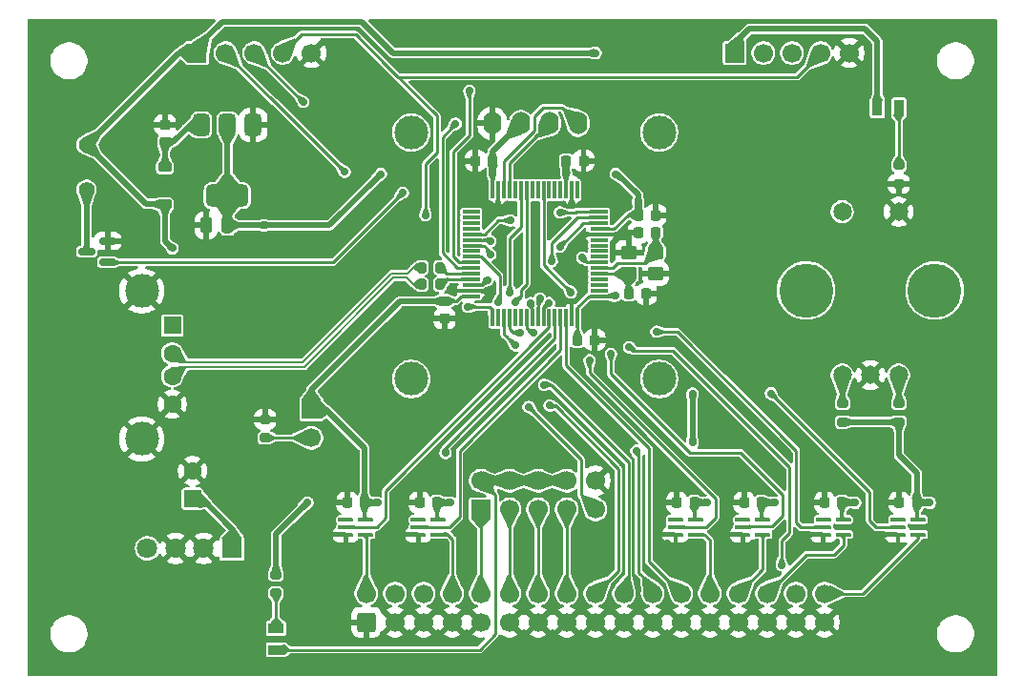
<source format=gtl>
G04 #@! TF.GenerationSoftware,KiCad,Pcbnew,9.0.7*
G04 #@! TF.CreationDate,2026-02-15T20:38:08+11:00*
G04 #@! TF.ProjectId,AmigaUSBFloppy,416d6967-6155-4534-9246-6c6f7070792e,rev?*
G04 #@! TF.SameCoordinates,Original*
G04 #@! TF.FileFunction,Copper,L1,Top*
G04 #@! TF.FilePolarity,Positive*
%FSLAX46Y46*%
G04 Gerber Fmt 4.6, Leading zero omitted, Abs format (unit mm)*
G04 Created by KiCad (PCBNEW 9.0.7) date 2026-02-15 20:38:08*
%MOMM*%
%LPD*%
G01*
G04 APERTURE LIST*
G04 Aperture macros list*
%AMRoundRect*
0 Rectangle with rounded corners*
0 $1 Rounding radius*
0 $2 $3 $4 $5 $6 $7 $8 $9 X,Y pos of 4 corners*
0 Add a 4 corners polygon primitive as box body*
4,1,4,$2,$3,$4,$5,$6,$7,$8,$9,$2,$3,0*
0 Add four circle primitives for the rounded corners*
1,1,$1+$1,$2,$3*
1,1,$1+$1,$4,$5*
1,1,$1+$1,$6,$7*
1,1,$1+$1,$8,$9*
0 Add four rect primitives between the rounded corners*
20,1,$1+$1,$2,$3,$4,$5,0*
20,1,$1+$1,$4,$5,$6,$7,0*
20,1,$1+$1,$6,$7,$8,$9,0*
20,1,$1+$1,$8,$9,$2,$3,0*%
G04 Aperture macros list end*
G04 #@! TA.AperFunction,ComponentPad*
%ADD10R,1.700000X1.700000*%
G04 #@! TD*
G04 #@! TA.AperFunction,ComponentPad*
%ADD11C,1.700000*%
G04 #@! TD*
G04 #@! TA.AperFunction,SMDPad,CuDef*
%ADD12RoundRect,0.250000X-0.450000X-0.350000X0.450000X-0.350000X0.450000X0.350000X-0.450000X0.350000X0*%
G04 #@! TD*
G04 #@! TA.AperFunction,SMDPad,CuDef*
%ADD13RoundRect,0.225000X-0.375000X0.225000X-0.375000X-0.225000X0.375000X-0.225000X0.375000X0.225000X0*%
G04 #@! TD*
G04 #@! TA.AperFunction,SMDPad,CuDef*
%ADD14RoundRect,0.225000X0.225000X0.250000X-0.225000X0.250000X-0.225000X-0.250000X0.225000X-0.250000X0*%
G04 #@! TD*
G04 #@! TA.AperFunction,ComponentPad*
%ADD15RoundRect,0.250000X0.600000X-0.600000X0.600000X0.600000X-0.600000X0.600000X-0.600000X-0.600000X0*%
G04 #@! TD*
G04 #@! TA.AperFunction,SMDPad,CuDef*
%ADD16RoundRect,0.200000X0.200000X0.275000X-0.200000X0.275000X-0.200000X-0.275000X0.200000X-0.275000X0*%
G04 #@! TD*
G04 #@! TA.AperFunction,ComponentPad*
%ADD17R,1.800000X1.800000*%
G04 #@! TD*
G04 #@! TA.AperFunction,ComponentPad*
%ADD18C,1.800000*%
G04 #@! TD*
G04 #@! TA.AperFunction,ComponentPad*
%ADD19R,1.500000X1.600000*%
G04 #@! TD*
G04 #@! TA.AperFunction,ComponentPad*
%ADD20C,1.600000*%
G04 #@! TD*
G04 #@! TA.AperFunction,ComponentPad*
%ADD21C,3.000000*%
G04 #@! TD*
G04 #@! TA.AperFunction,SMDPad,CuDef*
%ADD22RoundRect,0.225000X-0.225000X-0.250000X0.225000X-0.250000X0.225000X0.250000X-0.225000X0.250000X0*%
G04 #@! TD*
G04 #@! TA.AperFunction,SMDPad,CuDef*
%ADD23RoundRect,0.225000X0.250000X-0.225000X0.250000X0.225000X-0.250000X0.225000X-0.250000X-0.225000X0*%
G04 #@! TD*
G04 #@! TA.AperFunction,SMDPad,CuDef*
%ADD24R,0.950000X1.400000*%
G04 #@! TD*
G04 #@! TA.AperFunction,SMDPad,CuDef*
%ADD25RoundRect,0.100000X-0.562500X-0.100000X0.562500X-0.100000X0.562500X0.100000X-0.562500X0.100000X0*%
G04 #@! TD*
G04 #@! TA.AperFunction,WasherPad*
%ADD26C,3.000000*%
G04 #@! TD*
G04 #@! TA.AperFunction,ComponentPad*
%ADD27O,1.600000X2.000000*%
G04 #@! TD*
G04 #@! TA.AperFunction,SMDPad,CuDef*
%ADD28RoundRect,0.200000X0.275000X-0.200000X0.275000X0.200000X-0.275000X0.200000X-0.275000X-0.200000X0*%
G04 #@! TD*
G04 #@! TA.AperFunction,WasherPad*
%ADD29C,4.800000*%
G04 #@! TD*
G04 #@! TA.AperFunction,ComponentPad*
%ADD30C,1.650000*%
G04 #@! TD*
G04 #@! TA.AperFunction,SMDPad,CuDef*
%ADD31RoundRect,0.200000X-0.275000X0.200000X-0.275000X-0.200000X0.275000X-0.200000X0.275000X0.200000X0*%
G04 #@! TD*
G04 #@! TA.AperFunction,ComponentPad*
%ADD32RoundRect,0.250000X0.550000X-0.550000X0.550000X0.550000X-0.550000X0.550000X-0.550000X-0.550000X0*%
G04 #@! TD*
G04 #@! TA.AperFunction,SMDPad,CuDef*
%ADD33RoundRect,0.375000X-0.375000X0.625000X-0.375000X-0.625000X0.375000X-0.625000X0.375000X0.625000X0*%
G04 #@! TD*
G04 #@! TA.AperFunction,SMDPad,CuDef*
%ADD34RoundRect,0.500000X-1.400000X0.500000X-1.400000X-0.500000X1.400000X-0.500000X1.400000X0.500000X0*%
G04 #@! TD*
G04 #@! TA.AperFunction,ComponentPad*
%ADD35C,1.400000*%
G04 #@! TD*
G04 #@! TA.AperFunction,SMDPad,CuDef*
%ADD36RoundRect,0.225000X-0.250000X0.225000X-0.250000X-0.225000X0.250000X-0.225000X0.250000X0.225000X0*%
G04 #@! TD*
G04 #@! TA.AperFunction,SMDPad,CuDef*
%ADD37RoundRect,0.250000X-0.250000X-0.475000X0.250000X-0.475000X0.250000X0.475000X-0.250000X0.475000X0*%
G04 #@! TD*
G04 #@! TA.AperFunction,SMDPad,CuDef*
%ADD38RoundRect,0.150000X0.587500X0.150000X-0.587500X0.150000X-0.587500X-0.150000X0.587500X-0.150000X0*%
G04 #@! TD*
G04 #@! TA.AperFunction,SMDPad,CuDef*
%ADD39RoundRect,0.075000X0.700000X0.075000X-0.700000X0.075000X-0.700000X-0.075000X0.700000X-0.075000X0*%
G04 #@! TD*
G04 #@! TA.AperFunction,SMDPad,CuDef*
%ADD40RoundRect,0.075000X0.075000X0.700000X-0.075000X0.700000X-0.075000X-0.700000X0.075000X-0.700000X0*%
G04 #@! TD*
G04 #@! TA.AperFunction,SMDPad,CuDef*
%ADD41R,1.400000X0.950000*%
G04 #@! TD*
G04 #@! TA.AperFunction,ViaPad*
%ADD42C,0.700000*%
G04 #@! TD*
G04 #@! TA.AperFunction,Conductor*
%ADD43C,0.250000*%
G04 #@! TD*
G04 #@! TA.AperFunction,Conductor*
%ADD44C,0.500000*%
G04 #@! TD*
G04 #@! TA.AperFunction,Conductor*
%ADD45C,0.300000*%
G04 #@! TD*
G04 #@! TA.AperFunction,Conductor*
%ADD46C,0.200000*%
G04 #@! TD*
G04 APERTURE END LIST*
D10*
X122600000Y-59137500D03*
D11*
X125140000Y-59137500D03*
X127680000Y-59137500D03*
X130220000Y-59137500D03*
X132760000Y-59137500D03*
D12*
X160900000Y-78737500D03*
X163300002Y-78737500D03*
X163300002Y-76837500D03*
X160900000Y-76837500D03*
D13*
X119762500Y-69287500D03*
X119762500Y-72587500D03*
D14*
X137460888Y-99071725D03*
X135910888Y-99071725D03*
D15*
X137630000Y-109687500D03*
D11*
X137630000Y-107147500D03*
X140170000Y-109687500D03*
X140170000Y-107147500D03*
X142710000Y-109687500D03*
X142710000Y-107147500D03*
X145250000Y-109687500D03*
X145250000Y-107147500D03*
X147790000Y-109687500D03*
X147790000Y-107147500D03*
X150330000Y-109687500D03*
X150330000Y-107147500D03*
X152870000Y-109687500D03*
X152870000Y-107147500D03*
X155410000Y-109687500D03*
X155410000Y-107147500D03*
X157950000Y-109687500D03*
X157950000Y-107147500D03*
X160490000Y-109687500D03*
X160490000Y-107147500D03*
X163030000Y-109687500D03*
X163030000Y-107147500D03*
X165570000Y-109687500D03*
X165570000Y-107147500D03*
X168110000Y-109687500D03*
X168110000Y-107147500D03*
X170650000Y-109687500D03*
X170650000Y-107147500D03*
X173190000Y-109687500D03*
X173190000Y-107147500D03*
X175730000Y-109687500D03*
X175730000Y-107147500D03*
X178270000Y-109687500D03*
X178270000Y-107147500D03*
D16*
X144175000Y-79687500D03*
X142525000Y-79687500D03*
D14*
X163300002Y-73537500D03*
X161750002Y-73537500D03*
X162450000Y-80537500D03*
X160900000Y-80537500D03*
D17*
X125700000Y-103137500D03*
D18*
X123200000Y-103137500D03*
X120700000Y-103137500D03*
X118200000Y-103137500D03*
D14*
X179830000Y-99071725D03*
X178280000Y-99071725D03*
D19*
X120410000Y-83337500D03*
D20*
X120410000Y-85837500D03*
X120410000Y-87837500D03*
X120410000Y-90337500D03*
D21*
X117700000Y-80267500D03*
X117700000Y-93407500D03*
D22*
X161750002Y-75087500D03*
X163300002Y-75087500D03*
D14*
X172687500Y-99071725D03*
X171137500Y-99071725D03*
D23*
X144575000Y-82737500D03*
X144575000Y-81187500D03*
D24*
X184870000Y-64012500D03*
X182970000Y-64012500D03*
D25*
X135798388Y-100594225D03*
X135798388Y-101244225D03*
X135798388Y-101894225D03*
X137573388Y-101894225D03*
X137573388Y-100594225D03*
D10*
X132760000Y-90787500D03*
D11*
X132760000Y-93327500D03*
D22*
X147300001Y-68712500D03*
X148850001Y-68712500D03*
D26*
X141600000Y-66187500D03*
X141600000Y-88087500D03*
X163600000Y-66187500D03*
X163600000Y-88087500D03*
D27*
X148790000Y-65387500D03*
X151330000Y-65387500D03*
X153870000Y-65387500D03*
X156410000Y-65387500D03*
D14*
X143900000Y-99071725D03*
X142350000Y-99071725D03*
D28*
X179870000Y-91912500D03*
X179870000Y-90262500D03*
D29*
X176650000Y-80237500D03*
X188050000Y-80237500D03*
D30*
X179850000Y-73237500D03*
X184850000Y-73237500D03*
X179850000Y-87737500D03*
X184850000Y-87737500D03*
X182350000Y-87737500D03*
D31*
X128650000Y-91677500D03*
X128650000Y-93327500D03*
D32*
X122200000Y-98737500D03*
D20*
X122200000Y-96237500D03*
D33*
X127600000Y-65512500D03*
X125300000Y-65512500D03*
D34*
X125300000Y-71812500D03*
D33*
X123000000Y-65512500D03*
D14*
X186454627Y-99071725D03*
X184904627Y-99071725D03*
D25*
X165060888Y-100594225D03*
X165060888Y-101244225D03*
X165060888Y-101894225D03*
X166835888Y-101894225D03*
X166835888Y-100594225D03*
D28*
X184870000Y-91912500D03*
X184870000Y-90262500D03*
D25*
X184792127Y-100594225D03*
X184792127Y-101244225D03*
X184792127Y-101894225D03*
X186567127Y-101894225D03*
X186567127Y-100594225D03*
D35*
X112800000Y-71287500D03*
X112800000Y-67287500D03*
D36*
X119762500Y-65512500D03*
X119762500Y-67062500D03*
D37*
X123400000Y-74437500D03*
X125300000Y-74437500D03*
D16*
X144175000Y-78187500D03*
X142525000Y-78187500D03*
D38*
X114675000Y-77737500D03*
X114675000Y-75837500D03*
X112800000Y-76787500D03*
D25*
X171025000Y-100594225D03*
X171025000Y-101244225D03*
X171025000Y-101894225D03*
X172800000Y-101894225D03*
X172800000Y-100594225D03*
X178167500Y-100594225D03*
X178167500Y-101244225D03*
X178167500Y-101894225D03*
X179942500Y-101894225D03*
X179942500Y-100594225D03*
D14*
X166723388Y-99071725D03*
X165173388Y-99071725D03*
D10*
X147790000Y-99659735D03*
D11*
X147790000Y-97119735D03*
X150330000Y-99659735D03*
X150330000Y-97119735D03*
X152870000Y-99659735D03*
X152870000Y-97119735D03*
X155410000Y-99659735D03*
X155410000Y-97119735D03*
X157950000Y-99659735D03*
X157950000Y-97119735D03*
D39*
X158275000Y-80737499D03*
X158275000Y-80237500D03*
X158275000Y-79737500D03*
X158275000Y-79237500D03*
X158275000Y-78737500D03*
X158275000Y-78237499D03*
X158275000Y-77737500D03*
X158275000Y-77237500D03*
X158275000Y-76737500D03*
X158275000Y-76237500D03*
X158275000Y-75737501D03*
X158275000Y-75237500D03*
X158275000Y-74737500D03*
X158275000Y-74237500D03*
X158275000Y-73737500D03*
X158275000Y-73237501D03*
D40*
X156349999Y-71312500D03*
X155850000Y-71312500D03*
X155350000Y-71312500D03*
X154850000Y-71312500D03*
X154350000Y-71312500D03*
X153849999Y-71312500D03*
X153350000Y-71312500D03*
X152850000Y-71312500D03*
X152350000Y-71312500D03*
X151850000Y-71312500D03*
X151350001Y-71312500D03*
X150850000Y-71312500D03*
X150350000Y-71312500D03*
X149850000Y-71312500D03*
X149350000Y-71312500D03*
X148850001Y-71312500D03*
D39*
X146925000Y-73237501D03*
X146925000Y-73737500D03*
X146925000Y-74237500D03*
X146925000Y-74737500D03*
X146925000Y-75237500D03*
X146925000Y-75737501D03*
X146925000Y-76237500D03*
X146925000Y-76737500D03*
X146925000Y-77237500D03*
X146925000Y-77737500D03*
X146925000Y-78237499D03*
X146925000Y-78737500D03*
X146925000Y-79237500D03*
X146925000Y-79737500D03*
X146925000Y-80237500D03*
X146925000Y-80737499D03*
D40*
X148850001Y-82662500D03*
X149350000Y-82662500D03*
X149850000Y-82662500D03*
X150350000Y-82662500D03*
X150850000Y-82662500D03*
X151350001Y-82662500D03*
X151850000Y-82662500D03*
X152350000Y-82662500D03*
X152850000Y-82662500D03*
X153350000Y-82662500D03*
X153849999Y-82662500D03*
X154350000Y-82662500D03*
X154850000Y-82662500D03*
X155350000Y-82662500D03*
X155850000Y-82662500D03*
X156349999Y-82662500D03*
D14*
X157899999Y-84637500D03*
X156349999Y-84637500D03*
D31*
X129615000Y-105462500D03*
X129615000Y-107112500D03*
D41*
X129615000Y-112137500D03*
X129615000Y-110237500D03*
D25*
X142237500Y-100594225D03*
X142237500Y-101244225D03*
X142237500Y-101894225D03*
X144012500Y-101894225D03*
X144012500Y-100594225D03*
D10*
X170310000Y-59137500D03*
D11*
X172850000Y-59137500D03*
X175390000Y-59137500D03*
X177930000Y-59137500D03*
X180470000Y-59137500D03*
D14*
X156900000Y-68712500D03*
X155350000Y-68712500D03*
D31*
X184870000Y-69112500D03*
X184870000Y-70762500D03*
D42*
X143625000Y-70812500D03*
X129750000Y-100262500D03*
X176492500Y-100244225D03*
X162000000Y-83187500D03*
X160250000Y-75187500D03*
X149350000Y-72687500D03*
X123400000Y-76162500D03*
X129375000Y-65512500D03*
X171137500Y-97744225D03*
X131775000Y-84137500D03*
X158475000Y-86862500D03*
X144575000Y-84137500D03*
X155775000Y-78562500D03*
X145175000Y-66962500D03*
X146600000Y-102187500D03*
X131200000Y-101887500D03*
X149675000Y-76462500D03*
X140562500Y-100244225D03*
X136550000Y-86637500D03*
X142350000Y-97744225D03*
X169350000Y-100244225D03*
X156175000Y-86187500D03*
X140500000Y-104537500D03*
X134050000Y-72912500D03*
X154100000Y-94512500D03*
X156800000Y-80287500D03*
X153750000Y-102737500D03*
X140500000Y-102737500D03*
X125425000Y-96037500D03*
X156850000Y-75237500D03*
X125200000Y-85787500D03*
X163800000Y-80562500D03*
X164750000Y-73537500D03*
X135125000Y-85237500D03*
X151100000Y-76412500D03*
X125200000Y-87837500D03*
X183291495Y-101963133D03*
X167200000Y-60312500D03*
X139300000Y-61737500D03*
X140950000Y-60312500D03*
X164300000Y-102737500D03*
X155850000Y-72587500D03*
X135910888Y-97744225D03*
X135875000Y-74737500D03*
X148316148Y-80268958D03*
X144600000Y-64462500D03*
X176800000Y-101919225D03*
X160625000Y-86387500D03*
X139425000Y-56987500D03*
X134123388Y-100244225D03*
X133675000Y-83662500D03*
X178280000Y-97744225D03*
X121650000Y-81537500D03*
X163385888Y-100244225D03*
X158250000Y-68737500D03*
X146000000Y-68737500D03*
X131500000Y-104087500D03*
X183117127Y-100244225D03*
X160250000Y-72937500D03*
X165173388Y-97744225D03*
X164300000Y-104537500D03*
X171900000Y-102737500D03*
X184904627Y-97744225D03*
X127600000Y-63412500D03*
X171900000Y-104537500D03*
X153750000Y-104537500D03*
X137400000Y-76462500D03*
X119750000Y-64137500D03*
X157975000Y-59137500D03*
X120410000Y-76487500D03*
X145062500Y-99094225D03*
X161750000Y-72437500D03*
X180992500Y-99094225D03*
X159775000Y-69887500D03*
X148850001Y-69887500D03*
X138623388Y-99094225D03*
X132400000Y-99062500D03*
X138925000Y-69887500D03*
X159700000Y-80712500D03*
X173850000Y-99094225D03*
X187617127Y-99094225D03*
X167885888Y-99094225D03*
X166566059Y-89378733D03*
X155375000Y-69887500D03*
X128650000Y-74437500D03*
X166575000Y-93762500D03*
X156778005Y-77334495D03*
X142875000Y-73562500D03*
X150375000Y-80437500D03*
X152025000Y-90562500D03*
X154809495Y-76321995D03*
X144650000Y-94662500D03*
X132025000Y-63482500D03*
X146650000Y-81687500D03*
X135700000Y-69687500D03*
X148350000Y-79287500D03*
X148628299Y-77062500D03*
X150847702Y-85089798D03*
X148628299Y-75836204D03*
X155782904Y-80395404D03*
X163375000Y-83887500D03*
X153833623Y-81337500D03*
X157425000Y-86437500D03*
X140862500Y-71550000D03*
X154800000Y-73312500D03*
X159325000Y-85872868D03*
X153009191Y-80976512D03*
X145550000Y-65412500D03*
X151275000Y-84012500D03*
X152414584Y-83987498D03*
X173500000Y-89362500D03*
X150425000Y-74012500D03*
X146775000Y-62487500D03*
X153887500Y-90450000D03*
X150833756Y-81242179D03*
X161587500Y-94475000D03*
X149325000Y-81287500D03*
X153407197Y-88605303D03*
X154075000Y-77612500D03*
X174500000Y-104637500D03*
X160950000Y-85287500D03*
X152184756Y-81337500D03*
D43*
X155850000Y-71312500D02*
X155850000Y-72587500D01*
X178280000Y-99071725D02*
X178280000Y-97744225D01*
X163508388Y-99071725D02*
X165173388Y-99071725D01*
X135910888Y-99071725D02*
X135910888Y-97744225D01*
X183117127Y-100244225D02*
X183117127Y-99194225D01*
X140685000Y-99071725D02*
X142350000Y-99071725D01*
X146925000Y-80237500D02*
X148284690Y-80237500D01*
X183117127Y-99194225D02*
X183239627Y-99071725D01*
X148284690Y-80237500D02*
X148316148Y-80268958D01*
X134123388Y-101494225D02*
X134123388Y-100244225D01*
X165173388Y-99071725D02*
X165173388Y-97744225D01*
D44*
X146000000Y-68737500D02*
X146025000Y-68712500D01*
X160900000Y-75187500D02*
X161000000Y-75087500D01*
D43*
X158275000Y-75237500D02*
X160200000Y-75237500D01*
X156800000Y-80332904D02*
X155850000Y-81282904D01*
X184904627Y-99071725D02*
X184904627Y-97744225D01*
X165060888Y-101894225D02*
X163785888Y-101894225D01*
X156800000Y-80287500D02*
X156800000Y-80332904D01*
D44*
X127600000Y-63412500D02*
X127600000Y-65512500D01*
X129375000Y-65512500D02*
X127600000Y-65512500D01*
D43*
X163385888Y-99194225D02*
X163508388Y-99071725D01*
X169350000Y-101494225D02*
X169350000Y-100244225D01*
X163385888Y-101494225D02*
X163385888Y-100244225D01*
X163385888Y-100244225D02*
X163385888Y-99194225D01*
D44*
X161000000Y-75087500D02*
X161750002Y-75087500D01*
X161750002Y-75087500D02*
X160350000Y-75087500D01*
D43*
X171025000Y-101894225D02*
X169750000Y-101894225D01*
X142237500Y-101894225D02*
X140962500Y-101894225D01*
X140562500Y-101494225D02*
X140562500Y-100244225D01*
D44*
X158225000Y-68712500D02*
X158250000Y-68737500D01*
X160900000Y-76837500D02*
X160900000Y-75187500D01*
D43*
X149350000Y-71312500D02*
X149350000Y-72687500D01*
X140962500Y-101894225D02*
X140562500Y-101494225D01*
X183360402Y-101894225D02*
X184792127Y-101894225D01*
X183239627Y-99071725D02*
X184904627Y-99071725D01*
X155850000Y-81282904D02*
X155850000Y-82662500D01*
X169750000Y-101894225D02*
X169350000Y-101494225D01*
D44*
X123400000Y-76162500D02*
X123400000Y-74437500D01*
D43*
X169472500Y-99071725D02*
X171137500Y-99071725D01*
X169350000Y-99194225D02*
X169472500Y-99071725D01*
D44*
X119762500Y-65512500D02*
X119762500Y-64150000D01*
D43*
X176800000Y-101919225D02*
X176825000Y-101894225D01*
X160200000Y-75237500D02*
X160250000Y-75187500D01*
X134123388Y-99194225D02*
X134245888Y-99071725D01*
X135798388Y-101894225D02*
X134523388Y-101894225D01*
X158275000Y-75237500D02*
X156850000Y-75237500D01*
X171137500Y-99071725D02*
X171137500Y-97744225D01*
X183291495Y-101963133D02*
X183360402Y-101894225D01*
X176825000Y-101894225D02*
X178167500Y-101894225D01*
X176492500Y-99194225D02*
X176615000Y-99071725D01*
X169350000Y-100244225D02*
X169350000Y-99194225D01*
D44*
X156900000Y-68712500D02*
X158225000Y-68712500D01*
X160350000Y-75087500D02*
X160250000Y-75187500D01*
D43*
X176492500Y-100244225D02*
X176492500Y-99194225D01*
X134245888Y-99071725D02*
X135910888Y-99071725D01*
D44*
X146025000Y-68712500D02*
X147300001Y-68712500D01*
D43*
X163785888Y-101894225D02*
X163385888Y-101494225D01*
X140562500Y-100244225D02*
X140562500Y-99194225D01*
X142350000Y-99071725D02*
X142350000Y-97744225D01*
X134523388Y-101894225D02*
X134123388Y-101494225D01*
X140562500Y-99194225D02*
X140685000Y-99071725D01*
X134123388Y-100244225D02*
X134123388Y-99194225D01*
X176615000Y-99071725D02*
X178280000Y-99071725D01*
D44*
X163300002Y-73537500D02*
X164750000Y-73537500D01*
X119762500Y-64150000D02*
X119750000Y-64137500D01*
X120475000Y-67062500D02*
X119762500Y-67062500D01*
X122025000Y-65512500D02*
X120475000Y-67062500D01*
X119762500Y-67062500D02*
X119762500Y-69287500D01*
X123000000Y-65512500D02*
X122025000Y-65512500D01*
X119762500Y-75850000D02*
X119762500Y-72587500D01*
X125700000Y-103137500D02*
X125700000Y-101387500D01*
X182950000Y-58087500D02*
X182950000Y-63992500D01*
X118100000Y-72537500D02*
X112850000Y-67287500D01*
X124825000Y-56387500D02*
X137250000Y-56387500D01*
X123050000Y-98737500D02*
X122200000Y-98737500D01*
X181875000Y-57012500D02*
X182950000Y-58087500D01*
X119762500Y-72587500D02*
X119712500Y-72537500D01*
X137250000Y-56387500D02*
X140000000Y-59137500D01*
X119712500Y-72537500D02*
X118100000Y-72537500D01*
X112850000Y-67287500D02*
X121000000Y-59137500D01*
X120400000Y-76487500D02*
X119762500Y-75850000D01*
X170310000Y-58277500D02*
X171575000Y-57012500D01*
X125700000Y-101387500D02*
X123050000Y-98737500D01*
X121000000Y-59137500D02*
X122600000Y-59137500D01*
X122600000Y-58612500D02*
X124825000Y-56387500D01*
X170310000Y-59137500D02*
X170310000Y-58277500D01*
X120410000Y-76487500D02*
X120400000Y-76487500D01*
X122600000Y-59137500D02*
X122600000Y-58612500D01*
X171575000Y-57012500D02*
X181875000Y-57012500D01*
X112850000Y-67287500D02*
X112800000Y-67287500D01*
X140000000Y-59137500D02*
X157975000Y-59137500D01*
X182950000Y-63992500D02*
X182970000Y-64012500D01*
D45*
X143900000Y-100481725D02*
X144012500Y-100594225D01*
D43*
X156349999Y-84637500D02*
X156349999Y-82662500D01*
D44*
X148850001Y-68712500D02*
X148850001Y-67867499D01*
X161750000Y-71737500D02*
X159900000Y-69887500D01*
D43*
X156349999Y-81737501D02*
X156349999Y-82662500D01*
D44*
X180970000Y-99071725D02*
X179830000Y-99071725D01*
D43*
X161750002Y-73537500D02*
X161750000Y-73537498D01*
D44*
X187594627Y-99071725D02*
X186454627Y-99071725D01*
X138600888Y-99071725D02*
X137460888Y-99071725D01*
D43*
X161750000Y-73537498D02*
X160800002Y-73537498D01*
D44*
X187617127Y-99094225D02*
X187594627Y-99071725D01*
X161750000Y-72437500D02*
X161750000Y-71737500D01*
D45*
X172687500Y-100481725D02*
X172800000Y-100594225D01*
D43*
X155350000Y-71312500D02*
X155350000Y-69912500D01*
D44*
X145062500Y-99094225D02*
X145040000Y-99071725D01*
X155350000Y-69862500D02*
X155375000Y-69887500D01*
X159900000Y-69887500D02*
X159775000Y-69887500D01*
D43*
X146925000Y-80737499D02*
X146025001Y-80737499D01*
D44*
X134025000Y-90787500D02*
X132760000Y-90787500D01*
X125300000Y-74437500D02*
X125300000Y-71812500D01*
D43*
X158275000Y-80737499D02*
X159675001Y-80737499D01*
D45*
X172687500Y-99071725D02*
X172687500Y-100481725D01*
D44*
X148850001Y-68712500D02*
X148850001Y-69887500D01*
X129615000Y-105462500D02*
X129615000Y-101847500D01*
X173827500Y-99071725D02*
X172687500Y-99071725D01*
X134375000Y-74437500D02*
X125300000Y-74437500D01*
D45*
X143900000Y-99071725D02*
X143900000Y-100481725D01*
X179830000Y-99071725D02*
X179830000Y-100481725D01*
D44*
X186454627Y-96442127D02*
X184870000Y-94857500D01*
X161750000Y-72437500D02*
X161750000Y-73537498D01*
X140600000Y-81187500D02*
X132760000Y-89027500D01*
X167863388Y-99071725D02*
X166723388Y-99071725D01*
D43*
X159600000Y-74737500D02*
X158275000Y-74737500D01*
D44*
X184870000Y-94857500D02*
X184870000Y-91912500D01*
X138925000Y-69887500D02*
X134375000Y-74437500D01*
X155350000Y-68712500D02*
X155350000Y-69862500D01*
D43*
X145575000Y-81187500D02*
X144575000Y-81187500D01*
X146025001Y-80737499D02*
X145575000Y-81187500D01*
X159675001Y-80737499D02*
X159700000Y-80712500D01*
D44*
X179870000Y-91912500D02*
X184870000Y-91912500D01*
X128650000Y-74437500D02*
X125300000Y-74437500D01*
X180992500Y-99094225D02*
X180970000Y-99071725D01*
D45*
X137460888Y-100481725D02*
X137573388Y-100594225D01*
D44*
X132760000Y-89027500D02*
X132760000Y-90787500D01*
X166575000Y-93762500D02*
X166575000Y-91262500D01*
X137460888Y-99071725D02*
X137460888Y-94223388D01*
D45*
X186454627Y-99071725D02*
X186454627Y-100481725D01*
D44*
X138623388Y-99094225D02*
X138600888Y-99071725D01*
D45*
X137460888Y-99071725D02*
X137460888Y-100481725D01*
X186454627Y-100481725D02*
X186567127Y-100594225D01*
D43*
X160800002Y-73537498D02*
X159600000Y-74737500D01*
X148850001Y-71312500D02*
X148850001Y-69887500D01*
D45*
X166723388Y-100481725D02*
X166835888Y-100594225D01*
D44*
X129615000Y-101847500D02*
X132400000Y-99062500D01*
X173850000Y-99094225D02*
X173827500Y-99071725D01*
X137460888Y-94223388D02*
X134025000Y-90787500D01*
X167885888Y-99094225D02*
X167863388Y-99071725D01*
X148850001Y-67867499D02*
X151330000Y-65387500D01*
D43*
X157350001Y-80737499D02*
X156349999Y-81737501D01*
D45*
X166723388Y-99071725D02*
X166723388Y-100481725D01*
D43*
X158275000Y-80737499D02*
X157350001Y-80737499D01*
D44*
X166575000Y-91262500D02*
X166566059Y-91253559D01*
X186454627Y-98987587D02*
X186454627Y-96442127D01*
X144575000Y-81187500D02*
X140600000Y-81187500D01*
X145040000Y-99071725D02*
X143900000Y-99071725D01*
D45*
X179830000Y-100481725D02*
X179942500Y-100594225D01*
D44*
X125300000Y-71887500D02*
X125300000Y-65587500D01*
D43*
X155350000Y-69912500D02*
X155375000Y-69887500D01*
D44*
X166566059Y-91253559D02*
X166566059Y-89378733D01*
D43*
X131845000Y-57512500D02*
X130220000Y-59137500D01*
X136675000Y-57512500D02*
X131845000Y-57512500D01*
X143875000Y-64712500D02*
X139450000Y-60287500D01*
X143875000Y-68012500D02*
X143875000Y-64712500D01*
X139450000Y-60287500D02*
X136675000Y-57512500D01*
X158275000Y-77737500D02*
X157181010Y-77737500D01*
X157181010Y-77737500D02*
X156778005Y-77334495D01*
X140425000Y-61262500D02*
X139450000Y-60287500D01*
X142875000Y-73562500D02*
X142900000Y-73537500D01*
X175805000Y-61262500D02*
X140425000Y-61262500D01*
X142900000Y-68987500D02*
X143875000Y-68012500D01*
X177930000Y-59137500D02*
X175805000Y-61262500D01*
X142900000Y-73537500D02*
X142900000Y-68987500D01*
X162700000Y-94249690D02*
X155350000Y-86899690D01*
X165570000Y-107147500D02*
X162700000Y-104277500D01*
X162700000Y-104277500D02*
X162700000Y-94249690D01*
X155350000Y-86899690D02*
X155350000Y-82662500D01*
X158275000Y-78237499D02*
X159450001Y-78237499D01*
X162350000Y-77787500D02*
X163300000Y-76837500D01*
X163300000Y-76837500D02*
X163300002Y-76837500D01*
X159450001Y-78237499D02*
X159900000Y-77787500D01*
X159900000Y-77787500D02*
X162350000Y-77787500D01*
X163300002Y-74837500D02*
X163300002Y-76837500D01*
X158275000Y-78737500D02*
X160900000Y-78737500D01*
X160900000Y-80737500D02*
X160900000Y-78737500D01*
X151350001Y-74612499D02*
X151350001Y-71312500D01*
X150375000Y-75587500D02*
X151350001Y-74612499D01*
X150375000Y-80437500D02*
X150375000Y-75587500D01*
X152025000Y-90562500D02*
X156675000Y-95212500D01*
X156675000Y-98384735D02*
X157950000Y-99659735D01*
X156675000Y-95212500D02*
X156675000Y-98384735D01*
X152550000Y-64737500D02*
X153275000Y-64012500D01*
X149850000Y-68769690D02*
X152550000Y-66069690D01*
X152550000Y-66069690D02*
X152550000Y-64737500D01*
X149850000Y-71312500D02*
X149850000Y-68769690D01*
X153275000Y-64012500D02*
X155035000Y-64012500D01*
X155035000Y-64012500D02*
X156410000Y-65387500D01*
X150350000Y-71312500D02*
X150350000Y-68907500D01*
X150350000Y-68907500D02*
X153870000Y-65387500D01*
D44*
X152793251Y-97119735D02*
X155333251Y-97119735D01*
X150253251Y-97119735D02*
X152793251Y-97119735D01*
D43*
X154809495Y-76321995D02*
X156893991Y-74237500D01*
X156893991Y-74237500D02*
X158275000Y-74237500D01*
X147675000Y-112137500D02*
X129615000Y-112137500D01*
X149050000Y-98379735D02*
X149050000Y-110762500D01*
D44*
X147713251Y-97119735D02*
X150253251Y-97119735D01*
D43*
X149050000Y-110762500D02*
X147675000Y-112137500D01*
X147790000Y-97119735D02*
X149050000Y-98379735D01*
X144650000Y-94662500D02*
X144650000Y-94187500D01*
X154350000Y-84487500D02*
X154350000Y-82662500D01*
X132760000Y-93327500D02*
X128650000Y-93327500D01*
X144650000Y-94187500D02*
X154350000Y-84487500D01*
X146650000Y-81687500D02*
X148600000Y-81687500D01*
X148600000Y-81687500D02*
X148850001Y-81937501D01*
X148850001Y-81937501D02*
X148850001Y-82662500D01*
X132025000Y-63482500D02*
X127680000Y-59137500D01*
X125140000Y-59327500D02*
X125140000Y-59137500D01*
X147900000Y-79737500D02*
X146925000Y-79737500D01*
X129500000Y-63487500D02*
X129490000Y-63487500D01*
X148350000Y-79287500D02*
X147900000Y-79737500D01*
X129490000Y-63487500D02*
X125140000Y-59137500D01*
X135700000Y-69687500D02*
X129500000Y-63487500D01*
X148628299Y-76790799D02*
X148075000Y-76237500D01*
X148075000Y-76237500D02*
X146925000Y-76237500D01*
X148628299Y-77062500D02*
X148628299Y-76790799D01*
D46*
X132122903Y-87013499D02*
X121234001Y-87013499D01*
X141287499Y-79162500D02*
X141287499Y-79149999D01*
X121234001Y-87013499D02*
X120410000Y-87837500D01*
X142525000Y-79687500D02*
X141812499Y-79687500D01*
X141812499Y-79687500D02*
X141287499Y-79162500D01*
X141287499Y-79149999D02*
X141251000Y-79113500D01*
X140022902Y-79113500D02*
X132122903Y-87013499D01*
X141251000Y-79113500D02*
X140022902Y-79113500D01*
X141287499Y-78712500D02*
X139856802Y-78712500D01*
X142525000Y-78187500D02*
X141812499Y-78187500D01*
X141812499Y-78187500D02*
X141287499Y-78712500D01*
X131956803Y-86612499D02*
X121184999Y-86612499D01*
X121184999Y-86612499D02*
X120410000Y-85837500D01*
X139856802Y-78712500D02*
X131956803Y-86612499D01*
D43*
X150061500Y-84324000D02*
X149850000Y-84112500D01*
X150061500Y-84330009D02*
X150061500Y-84324000D01*
X149850000Y-84112500D02*
X149850000Y-82662500D01*
D44*
X179870000Y-90262500D02*
X179870000Y-87737500D01*
D43*
X150847702Y-85089798D02*
X150827298Y-85089798D01*
X150827298Y-85089798D02*
X150463500Y-84726000D01*
X150457491Y-84726000D02*
X150061500Y-84330009D01*
X150463500Y-84726000D02*
X150457491Y-84726000D01*
X148529595Y-75737500D02*
X147943111Y-75737500D01*
X147943111Y-75737500D02*
X147943110Y-75737501D01*
X147943110Y-75737501D02*
X146925000Y-75737501D01*
X148628299Y-75836204D02*
X148529595Y-75737500D01*
X163400000Y-83912500D02*
X165225000Y-83912500D01*
X165225000Y-83912500D02*
X175775000Y-94462500D01*
X153350000Y-77962500D02*
X153350000Y-71312500D01*
X155778308Y-80400000D02*
X155778308Y-80390808D01*
X163375000Y-83887500D02*
X163400000Y-83912500D01*
X176156725Y-101244225D02*
X178167500Y-101244225D01*
X175775000Y-94462500D02*
X175775000Y-100862500D01*
X175775000Y-100862500D02*
X176156725Y-101244225D01*
X155778308Y-80390808D02*
X153350000Y-77962500D01*
X155782904Y-80395404D02*
X155778308Y-80400000D01*
X145000000Y-101237500D02*
X145900000Y-100337500D01*
X154850000Y-85512500D02*
X154850000Y-82662500D01*
X145900000Y-100337500D02*
X145900000Y-94462500D01*
X145900000Y-94462500D02*
X154850000Y-85512500D01*
X142244225Y-101237500D02*
X145000000Y-101237500D01*
X142237500Y-101244225D02*
X142244225Y-101237500D01*
X153350000Y-81787500D02*
X153350000Y-82662500D01*
X157425000Y-87512500D02*
X168600000Y-98687500D01*
X157425000Y-86437500D02*
X157425000Y-87512500D01*
X153785202Y-81352298D02*
X153350000Y-81787500D01*
X168600000Y-100387500D02*
X167743275Y-101244225D01*
X168600000Y-98687500D02*
X168600000Y-100387500D01*
X167743275Y-101244225D02*
X165060888Y-101244225D01*
X140862500Y-71550000D02*
X134675000Y-77737500D01*
X134675000Y-77737500D02*
X114675000Y-77737500D01*
X156181009Y-73312500D02*
X156256008Y-73237501D01*
X154800000Y-73312500D02*
X156181009Y-73312500D01*
X156256008Y-73237501D02*
X158275000Y-73237501D01*
X152860756Y-81047113D02*
X152860756Y-81617509D01*
X152931357Y-80976512D02*
X152860756Y-81047113D01*
X174550000Y-100237500D02*
X173594275Y-101193225D01*
X173594275Y-101193225D02*
X171076000Y-101193225D01*
X170850000Y-94637500D02*
X174550000Y-98337500D01*
X171076000Y-101193225D02*
X171025000Y-101244225D01*
X152850000Y-81628265D02*
X152850000Y-82662500D01*
X166325000Y-94637500D02*
X170850000Y-94637500D01*
X152860756Y-81617509D02*
X152850000Y-81628265D01*
X174550000Y-98337500D02*
X174550000Y-100237500D01*
X159325000Y-87637500D02*
X166325000Y-94637500D01*
X159325000Y-85872868D02*
X159325000Y-87637500D01*
X153009191Y-80976512D02*
X152931357Y-80976512D01*
X144375000Y-66587500D02*
X144375000Y-76912500D01*
X144375000Y-76912500D02*
X145699999Y-78237499D01*
X145699999Y-78237499D02*
X146925000Y-78237499D01*
X145550000Y-65412500D02*
X144375000Y-66587500D01*
X150700000Y-84012500D02*
X150350000Y-83662500D01*
X151275000Y-84012500D02*
X150700000Y-84012500D01*
D44*
X184870000Y-90262500D02*
X184870000Y-87737500D01*
D43*
X150350000Y-83662500D02*
X150350000Y-82662500D01*
X173525000Y-89362500D02*
X182275000Y-98112500D01*
X151850000Y-83512500D02*
X151850000Y-82662500D01*
X182275000Y-100662500D02*
X182875000Y-101262500D01*
X173500000Y-89362500D02*
X173525000Y-89362500D01*
X152414584Y-83987498D02*
X152324998Y-83987498D01*
X182875000Y-101262500D02*
X184689714Y-101262500D01*
X152324998Y-83987498D02*
X151850000Y-83512500D01*
X182275000Y-98112500D02*
X182275000Y-100662500D01*
X148125000Y-75237500D02*
X149350000Y-74012500D01*
X149350000Y-74012500D02*
X150425000Y-74012500D01*
X146925000Y-75237500D02*
X148125000Y-75237500D01*
X145875000Y-77737500D02*
X146925000Y-77737500D01*
X145324000Y-77186500D02*
X145875000Y-77737500D01*
X146775000Y-66462500D02*
X145324000Y-67913500D01*
X146775000Y-62487500D02*
X146775000Y-66462500D01*
X145324000Y-67913500D02*
X145324000Y-77186500D01*
X135798388Y-101244225D02*
X138543275Y-101244225D01*
X139350000Y-98006678D02*
X153849999Y-83506679D01*
X153849999Y-83506679D02*
X153849999Y-82662500D01*
X138543275Y-101244225D02*
X139350000Y-100437500D01*
X139350000Y-100437500D02*
X139350000Y-98006678D01*
X146925000Y-78737500D02*
X144725000Y-78737500D01*
X144725000Y-78737500D02*
X144175000Y-78187500D01*
X144625000Y-79237500D02*
X144175000Y-79687500D01*
X144300000Y-79687500D02*
X144175000Y-79687500D01*
X144750000Y-79237500D02*
X144300000Y-79687500D01*
X146925000Y-79237500D02*
X144625000Y-79237500D01*
X184870000Y-64012500D02*
X184870000Y-69112500D01*
X129615000Y-110237500D02*
X129615000Y-107112500D01*
X150833756Y-81242179D02*
X151325000Y-80750935D01*
X159975000Y-105122500D02*
X157950000Y-107147500D01*
X151850000Y-79662500D02*
X151850000Y-71312500D01*
X151325000Y-80750935D02*
X151325000Y-80187500D01*
X159975000Y-96062500D02*
X159975000Y-105122500D01*
X153887500Y-90450000D02*
X154362500Y-90450000D01*
X154362500Y-90450000D02*
X159975000Y-96062500D01*
X151325000Y-80187500D02*
X151850000Y-79662500D01*
X167606725Y-101894225D02*
X166835888Y-101894225D01*
X168110000Y-102397500D02*
X167606725Y-101894225D01*
X168110000Y-107147500D02*
X168110000Y-102397500D01*
X145300000Y-107097500D02*
X145300000Y-102337500D01*
X145250000Y-107147500D02*
X145300000Y-107097500D01*
X144856725Y-101894225D02*
X144012500Y-101894225D01*
X145300000Y-102337500D02*
X144856725Y-101894225D01*
X155410000Y-107147500D02*
X155410000Y-99659735D01*
X149325000Y-81272537D02*
X149450000Y-81147537D01*
X163030000Y-106517500D02*
X163030000Y-107147500D01*
X161791667Y-94587500D02*
X161791667Y-105279167D01*
X149450000Y-81147537D02*
X149450000Y-78918322D01*
X161791667Y-105279167D02*
X163030000Y-106517500D01*
X161587500Y-94475000D02*
X161700000Y-94587500D01*
X149450000Y-78918322D02*
X147769178Y-77237500D01*
X149325000Y-81287500D02*
X149325000Y-81272537D01*
X147769178Y-77237500D02*
X146925000Y-77237500D01*
X179100000Y-103687500D02*
X179950000Y-102837500D01*
X179950000Y-102837500D02*
X179950000Y-101901725D01*
X179950000Y-101901725D02*
X179942500Y-101894225D01*
X176650000Y-103687500D02*
X179100000Y-103687500D01*
X173190000Y-107147500D02*
X176650000Y-103687500D01*
X154050000Y-88637500D02*
X160883333Y-95470833D01*
X153439394Y-88637500D02*
X154050000Y-88637500D01*
X160750000Y-106887500D02*
X160490000Y-107147500D01*
X156375000Y-73737500D02*
X158275000Y-73737500D01*
X153407197Y-88605303D02*
X153439394Y-88637500D01*
X154075000Y-76037500D02*
X156375000Y-73737500D01*
X160883333Y-95470833D02*
X160883333Y-106887500D01*
X160490000Y-107127500D02*
X160490000Y-107147500D01*
X154075000Y-77612500D02*
X154075000Y-76037500D01*
X172800000Y-104997500D02*
X172800000Y-101894225D01*
X170650000Y-107147500D02*
X172800000Y-104997500D01*
X175175000Y-95912500D02*
X175175000Y-101762500D01*
X152326000Y-81794322D02*
X152326000Y-82638500D01*
X174500000Y-102437500D02*
X174500000Y-104637500D01*
X164850000Y-85587500D02*
X175175000Y-95912500D01*
X152184756Y-81337500D02*
X152184756Y-81653078D01*
X160950000Y-85287500D02*
X161250000Y-85587500D01*
X152326000Y-82638500D02*
X152350000Y-82662500D01*
X152184756Y-81653078D02*
X152326000Y-81794322D01*
X175175000Y-101762500D02*
X174500000Y-102437500D01*
X161250000Y-85587500D02*
X164850000Y-85587500D01*
X186567127Y-102270373D02*
X186567127Y-101810087D01*
X178270000Y-107147500D02*
X181690000Y-107147500D01*
X181690000Y-107147500D02*
X186567127Y-102270373D01*
X150330000Y-99659735D02*
X150330000Y-107147500D01*
X147790000Y-107147500D02*
X147790000Y-99659735D01*
X152870000Y-99659735D02*
X152870000Y-107147500D01*
X137630000Y-107147500D02*
X137630000Y-101950837D01*
X137630000Y-101950837D02*
X137573388Y-101894225D01*
D44*
X112800000Y-76787500D02*
X112800000Y-71287500D01*
G04 #@! TA.AperFunction,Conductor*
G36*
X147798266Y-99667011D02*
G01*
X148632366Y-100502092D01*
X148635788Y-100510367D01*
X148632990Y-100517953D01*
X147918503Y-101355628D01*
X147910527Y-101359698D01*
X147909601Y-101359735D01*
X147670399Y-101359735D01*
X147662126Y-101356308D01*
X147661497Y-101355628D01*
X146947009Y-100517953D01*
X146944248Y-100509434D01*
X146947632Y-100502093D01*
X147781723Y-99667021D01*
X147789993Y-99663590D01*
X147798266Y-99667011D01*
G37*
G04 #@! TD.AperFunction*
G04 #@! TA.AperFunction,Conductor*
G36*
X144240084Y-80757847D02*
G01*
X144243868Y-80761012D01*
X144570401Y-81180311D01*
X144572781Y-81188944D01*
X144570401Y-81194689D01*
X144243868Y-81613987D01*
X144236081Y-81618409D01*
X144231167Y-81617972D01*
X143658230Y-81440055D01*
X143651346Y-81434328D01*
X143650000Y-81428881D01*
X143650000Y-80946118D01*
X143653427Y-80937845D01*
X143658228Y-80934944D01*
X144231167Y-80757027D01*
X144240084Y-80757847D01*
G37*
G04 #@! TD.AperFunction*
G04 #@! TA.AperFunction,Conductor*
G36*
X162332776Y-105640967D02*
G01*
X163492691Y-106434224D01*
X163497585Y-106441723D01*
X163495822Y-106450371D01*
X163033402Y-107144162D01*
X163025962Y-107149146D01*
X163025937Y-107149150D01*
X162209854Y-107310651D01*
X162201073Y-107308896D01*
X162196106Y-107301445D01*
X162195889Y-107299551D01*
X162190884Y-107144162D01*
X162148150Y-105817328D01*
X162151309Y-105808949D01*
X162151538Y-105808712D01*
X162317899Y-105642351D01*
X162326171Y-105638925D01*
X162332776Y-105640967D01*
G37*
G04 #@! TD.AperFunction*
G04 #@! TA.AperFunction,Conductor*
G36*
X137582203Y-101900917D02*
G01*
X137582247Y-101900955D01*
X137798388Y-102089548D01*
X137802369Y-102097569D01*
X137802063Y-102101135D01*
X137757176Y-102285296D01*
X137751888Y-102292522D01*
X137745809Y-102294225D01*
X137512064Y-102294225D01*
X137503791Y-102290798D01*
X137501710Y-102287972D01*
X137403494Y-102101283D01*
X137402674Y-102092366D01*
X137404991Y-102088192D01*
X137565703Y-101902121D01*
X137573702Y-101898102D01*
X137582203Y-101900917D01*
G37*
G04 #@! TD.AperFunction*
G04 #@! TA.AperFunction,Conductor*
G36*
X157904409Y-58798034D02*
G01*
X157908917Y-58805123D01*
X157975532Y-59135185D01*
X157975532Y-59139815D01*
X157908917Y-59469876D01*
X157903921Y-59477307D01*
X157895721Y-59479133D01*
X157291698Y-59388988D01*
X157284021Y-59384377D01*
X157281725Y-59377416D01*
X157281725Y-58897583D01*
X157285152Y-58889310D01*
X157291696Y-58886011D01*
X157895721Y-58795866D01*
X157904409Y-58798034D01*
G37*
G04 #@! TD.AperFunction*
G04 #@! TA.AperFunction,Conductor*
G36*
X147839593Y-76111343D02*
G01*
X147847436Y-76115662D01*
X147850000Y-76122971D01*
X147850000Y-76352028D01*
X147846573Y-76360301D01*
X147839592Y-76363656D01*
X147630147Y-76386928D01*
X147628855Y-76387000D01*
X147623901Y-76387000D01*
X147621453Y-76386741D01*
X146977467Y-76248940D01*
X146970094Y-76243858D01*
X146968474Y-76235051D01*
X146973556Y-76227678D01*
X146977461Y-76226060D01*
X147604530Y-76091880D01*
X147607575Y-76091638D01*
X147623896Y-76092500D01*
X147623899Y-76092500D01*
X147628882Y-76092500D01*
X147640276Y-76092183D01*
X147640289Y-76092182D01*
X147640298Y-76092182D01*
X147641590Y-76092110D01*
X147652850Y-76091171D01*
X147654155Y-76091025D01*
X147656725Y-76091025D01*
X147839593Y-76111343D01*
G37*
G04 #@! TD.AperFunction*
G04 #@! TA.AperFunction,Conductor*
G36*
X144724257Y-93953358D02*
G01*
X144725937Y-93954750D01*
X144890281Y-94119094D01*
X144893452Y-94124933D01*
X144990812Y-94582639D01*
X144989181Y-94591444D01*
X144981802Y-94596517D01*
X144981669Y-94596545D01*
X144654073Y-94662248D01*
X144645287Y-94660514D01*
X144645245Y-94660486D01*
X144550129Y-94596545D01*
X144368761Y-94474621D01*
X144363807Y-94467162D01*
X144365579Y-94458385D01*
X144365624Y-94458319D01*
X144707999Y-93956430D01*
X144715492Y-93951526D01*
X144724257Y-93953358D01*
G37*
G04 #@! TD.AperFunction*
G04 #@! TA.AperFunction,Conductor*
G36*
X119770642Y-72594390D02*
G01*
X120206706Y-73016966D01*
X120210263Y-73025184D01*
X120209312Y-73029991D01*
X120015544Y-73480423D01*
X120009126Y-73486669D01*
X120004796Y-73487500D01*
X119520204Y-73487500D01*
X119511931Y-73484073D01*
X119509456Y-73480424D01*
X119509456Y-73480423D01*
X119315686Y-73029989D01*
X119315566Y-73021038D01*
X119318290Y-73016969D01*
X119754358Y-72594389D01*
X119762684Y-72591093D01*
X119770642Y-72594390D01*
G37*
G04 #@! TD.AperFunction*
G04 #@! TA.AperFunction,Conductor*
G36*
X183200983Y-62840927D02*
G01*
X183203211Y-62844042D01*
X183301986Y-63045280D01*
X183430194Y-63306485D01*
X183430763Y-63315421D01*
X183429453Y-63318090D01*
X182979638Y-63998910D01*
X182972218Y-64003923D01*
X182963426Y-64002222D01*
X182960190Y-63999023D01*
X182498596Y-63317808D01*
X182496793Y-63309038D01*
X182497538Y-63306618D01*
X182696951Y-62844563D01*
X182703375Y-62838326D01*
X182707693Y-62837500D01*
X183192710Y-62837500D01*
X183200983Y-62840927D01*
G37*
G04 #@! TD.AperFunction*
G04 #@! TA.AperFunction,Conductor*
G36*
X156359819Y-82711056D02*
G01*
X156361439Y-82714967D01*
X156499602Y-83360646D01*
X156499789Y-83364386D01*
X156476155Y-83577092D01*
X156471836Y-83584936D01*
X156464527Y-83587500D01*
X156235471Y-83587500D01*
X156227198Y-83584073D01*
X156223843Y-83577092D01*
X156215380Y-83500933D01*
X156200570Y-83367640D01*
X156200499Y-83366380D01*
X156200499Y-83361385D01*
X156200756Y-83358958D01*
X156338558Y-82714964D01*
X156343639Y-82707594D01*
X156352446Y-82705974D01*
X156359819Y-82711056D01*
G37*
G04 #@! TD.AperFunction*
G04 #@! TA.AperFunction,Conductor*
G36*
X146228538Y-77588257D02*
G01*
X146872533Y-77726059D01*
X146879905Y-77731140D01*
X146881525Y-77739947D01*
X146876443Y-77747320D01*
X146872532Y-77748940D01*
X146228546Y-77886740D01*
X146226098Y-77886999D01*
X146221143Y-77886999D01*
X146219851Y-77886927D01*
X146010408Y-77863656D01*
X146002564Y-77859337D01*
X146000000Y-77852028D01*
X146000000Y-77622971D01*
X146003427Y-77614698D01*
X146010406Y-77611343D01*
X146219870Y-77588069D01*
X146221126Y-77587999D01*
X146226107Y-77587999D01*
X146228538Y-77588257D01*
G37*
G04 #@! TD.AperFunction*
G04 #@! TA.AperFunction,Conductor*
G36*
X150499966Y-79747652D02*
G01*
X150502739Y-79752067D01*
X150713849Y-80356546D01*
X150713341Y-80365487D01*
X150706661Y-80371450D01*
X150705118Y-80371873D01*
X150377315Y-80438032D01*
X150372685Y-80438032D01*
X150044881Y-80371873D01*
X150037450Y-80366877D01*
X150035727Y-80358089D01*
X150036147Y-80356554D01*
X150247261Y-79752066D01*
X150253224Y-79745387D01*
X150258307Y-79744225D01*
X150491693Y-79744225D01*
X150499966Y-79747652D01*
G37*
G04 #@! TD.AperFunction*
G04 #@! TA.AperFunction,Conductor*
G36*
X163729163Y-100312507D02*
G01*
X163510888Y-100937500D01*
X163260888Y-100937500D01*
X163042613Y-100312507D01*
X163385888Y-100243225D01*
X163729163Y-100312507D01*
G37*
G04 #@! TD.AperFunction*
G04 #@! TA.AperFunction,Conductor*
G36*
X156277131Y-81664631D02*
G01*
X156437105Y-81824605D01*
X156439221Y-81827496D01*
X156492404Y-81930158D01*
X156493490Y-81937821D01*
X156360370Y-82607479D01*
X156355396Y-82614925D01*
X156346614Y-82616673D01*
X156339168Y-82611699D01*
X156337452Y-82607636D01*
X156200756Y-81966052D01*
X156200499Y-81963614D01*
X156200499Y-81961093D01*
X156200719Y-81958836D01*
X156205642Y-81933799D01*
X156257378Y-81670646D01*
X156262336Y-81663190D01*
X156271115Y-81661424D01*
X156277131Y-81664631D01*
G37*
G04 #@! TD.AperFunction*
G04 #@! TA.AperFunction,Conductor*
G36*
X157547167Y-74091171D02*
G01*
X157558426Y-74092110D01*
X157559718Y-74092182D01*
X157559724Y-74092182D01*
X157559739Y-74092183D01*
X157571134Y-74092500D01*
X157571152Y-74092500D01*
X157576091Y-74092500D01*
X157576094Y-74092500D01*
X157592418Y-74091638D01*
X157595472Y-74091880D01*
X158222533Y-74226059D01*
X158229905Y-74231140D01*
X158231525Y-74239947D01*
X158226443Y-74247320D01*
X158222532Y-74248940D01*
X157578542Y-74386741D01*
X157576094Y-74387000D01*
X157571152Y-74387000D01*
X157569860Y-74386928D01*
X157360408Y-74363656D01*
X157352564Y-74359337D01*
X157350000Y-74352028D01*
X157350000Y-74122971D01*
X157353427Y-74114698D01*
X157360406Y-74111343D01*
X157543283Y-74091024D01*
X157545852Y-74091024D01*
X157547167Y-74091171D01*
G37*
G04 #@! TD.AperFunction*
G04 #@! TA.AperFunction,Conductor*
G36*
X152876509Y-99663093D02*
G01*
X153568321Y-100126327D01*
X153573288Y-100133777D01*
X153572358Y-100141113D01*
X152998186Y-101336767D01*
X152991515Y-101342741D01*
X152987639Y-101343402D01*
X152752361Y-101343402D01*
X152744088Y-101339975D01*
X152741814Y-101336767D01*
X152583990Y-101008115D01*
X152167640Y-100141111D01*
X152167149Y-100132172D01*
X152171675Y-100126328D01*
X152863490Y-99663093D01*
X152872271Y-99661339D01*
X152876509Y-99663093D01*
G37*
G04 #@! TD.AperFunction*
G04 #@! TA.AperFunction,Conductor*
G36*
X177891368Y-59129007D02*
G01*
X177923021Y-59135272D01*
X177930472Y-59140239D01*
X177932227Y-59144478D01*
X178093858Y-59961217D01*
X178092103Y-59969998D01*
X178086257Y-59974527D01*
X176834800Y-60413982D01*
X176825859Y-60413490D01*
X176822651Y-60411216D01*
X176656283Y-60244848D01*
X176652856Y-60236575D01*
X176653516Y-60232703D01*
X177092973Y-58981240D01*
X177098946Y-58974571D01*
X177106279Y-58973641D01*
X177891368Y-59129007D01*
G37*
G04 #@! TD.AperFunction*
G04 #@! TA.AperFunction,Conductor*
G36*
X153552405Y-81149716D02*
G01*
X153553913Y-81150564D01*
X153708386Y-81253249D01*
X153829570Y-81333806D01*
X153834563Y-81341240D01*
X153834569Y-81341274D01*
X153899888Y-81670606D01*
X153899140Y-81674356D01*
X153898849Y-81678169D01*
X153898283Y-81678654D01*
X153898137Y-81679388D01*
X153892054Y-81684001D01*
X153884671Y-81686419D01*
X153881029Y-81687000D01*
X153747866Y-81687000D01*
X153667504Y-81702984D01*
X153667503Y-81702985D01*
X153576376Y-81763875D01*
X153558498Y-81790629D01*
X153552412Y-81795247D01*
X153476774Y-81820023D01*
X153473132Y-81820604D01*
X153243406Y-81820604D01*
X153235133Y-81817177D01*
X153231706Y-81808904D01*
X153232812Y-81803938D01*
X153251592Y-81763875D01*
X153516300Y-81199172D01*
X153522175Y-81188997D01*
X153523649Y-81183494D01*
X153536846Y-81155342D01*
X153543460Y-81149307D01*
X153552405Y-81149716D01*
G37*
G04 #@! TD.AperFunction*
G04 #@! TA.AperFunction,Conductor*
G36*
X125308002Y-65520070D02*
G01*
X125308535Y-65520603D01*
X126015974Y-66275160D01*
X126019133Y-66283539D01*
X126017985Y-66288228D01*
X125553187Y-67255866D01*
X125546516Y-67261840D01*
X125542641Y-67262500D01*
X125057359Y-67262500D01*
X125049086Y-67259073D01*
X125046813Y-67255866D01*
X124582014Y-66288228D01*
X124581520Y-66279287D01*
X124584023Y-66275162D01*
X125291465Y-65520602D01*
X125299623Y-65516911D01*
X125308002Y-65520070D01*
G37*
G04 #@! TD.AperFunction*
G04 #@! TA.AperFunction,Conductor*
G36*
X160251000Y-75187500D02*
G01*
X160181718Y-75530775D01*
X159556725Y-75362500D01*
X159556725Y-75112500D01*
X159716760Y-75043197D01*
X159725637Y-75040819D01*
X159725641Y-75040817D01*
X159727046Y-75040005D01*
X159735800Y-75034951D01*
X160055550Y-74896486D01*
X160251000Y-75187500D01*
G37*
G04 #@! TD.AperFunction*
G04 #@! TA.AperFunction,Conductor*
G36*
X123006823Y-98195719D02*
G01*
X123750224Y-99082841D01*
X123752911Y-99091383D01*
X123749529Y-99098629D01*
X123406314Y-99441844D01*
X123399687Y-99445155D01*
X122757177Y-99536479D01*
X122748504Y-99534250D01*
X122745891Y-99531525D01*
X122205931Y-98746444D01*
X122204066Y-98737686D01*
X122208939Y-98730176D01*
X122991238Y-98193585D01*
X122999998Y-98191732D01*
X123006823Y-98195719D01*
G37*
G04 #@! TD.AperFunction*
G04 #@! TA.AperFunction,Conductor*
G36*
X153610741Y-88318586D02*
G01*
X154159053Y-88577701D01*
X154165068Y-88584333D01*
X154164631Y-88593277D01*
X154162326Y-88596551D01*
X153999156Y-88759721D01*
X153994830Y-88762462D01*
X153488233Y-88944007D01*
X153479289Y-88943572D01*
X153473272Y-88936940D01*
X153472816Y-88935303D01*
X153407448Y-88609374D01*
X153409181Y-88600592D01*
X153596034Y-88322637D01*
X153603494Y-88317683D01*
X153610741Y-88318586D01*
G37*
G04 #@! TD.AperFunction*
G04 #@! TA.AperFunction,Conductor*
G36*
X171754140Y-105871509D02*
G01*
X171757348Y-105873783D01*
X171923716Y-106040151D01*
X171927143Y-106048424D01*
X171926482Y-106052300D01*
X171487027Y-107303757D01*
X171481053Y-107310428D01*
X171473717Y-107311358D01*
X170656978Y-107149727D01*
X170649527Y-107144760D01*
X170647772Y-107140521D01*
X170641507Y-107108868D01*
X170486141Y-106323779D01*
X170487896Y-106315001D01*
X170493740Y-106310473D01*
X171745200Y-105871017D01*
X171754140Y-105871509D01*
G37*
G04 #@! TD.AperFunction*
G04 #@! TA.AperFunction,Conductor*
G36*
X155240175Y-96291276D02*
G01*
X155246342Y-96297768D01*
X155246895Y-96299671D01*
X155410540Y-97117439D01*
X155410540Y-97122031D01*
X155246895Y-97939798D01*
X155241911Y-97947238D01*
X155233126Y-97948975D01*
X155231223Y-97948422D01*
X153733834Y-97372619D01*
X153727342Y-97366452D01*
X153726333Y-97361699D01*
X153726333Y-96877770D01*
X153729760Y-96869497D01*
X153733831Y-96866851D01*
X155231224Y-96291047D01*
X155240175Y-96291276D01*
G37*
G04 #@! TD.AperFunction*
G04 #@! TA.AperFunction,Conductor*
G36*
X137755912Y-105467260D02*
G01*
X137758186Y-105470468D01*
X138332358Y-106666121D01*
X138332850Y-106675062D01*
X138328321Y-106680908D01*
X137636510Y-107144140D01*
X137627729Y-107145895D01*
X137623490Y-107144140D01*
X136931678Y-106680908D01*
X136926711Y-106673457D01*
X136927640Y-106666124D01*
X137501814Y-105470468D01*
X137508485Y-105464494D01*
X137512361Y-105463833D01*
X137747639Y-105463833D01*
X137755912Y-105467260D01*
G37*
G04 #@! TD.AperFunction*
G04 #@! TA.AperFunction,Conductor*
G36*
X153095881Y-65046835D02*
G01*
X153864782Y-65384193D01*
X153870981Y-65390655D01*
X153871655Y-65393192D01*
X154015192Y-66361670D01*
X154013015Y-66370356D01*
X154006494Y-66374726D01*
X152744333Y-66694754D01*
X152735471Y-66693466D01*
X152733184Y-66691686D01*
X152569029Y-66527531D01*
X152565602Y-66519258D01*
X152569028Y-66510986D01*
X152748898Y-66331116D01*
X152748903Y-66331113D01*
X152749860Y-66330155D01*
X152749862Y-66330155D01*
X152810465Y-66269552D01*
X152853318Y-66195328D01*
X152855948Y-66185513D01*
X152875500Y-66112545D01*
X152875501Y-66112545D01*
X152875501Y-66026120D01*
X152875500Y-66026111D01*
X152875500Y-65633665D01*
X152876171Y-65629760D01*
X152959930Y-65393192D01*
X153080150Y-65053643D01*
X153086141Y-65046989D01*
X153095084Y-65046520D01*
X153095881Y-65046835D01*
G37*
G04 #@! TD.AperFunction*
G04 #@! TA.AperFunction,Conductor*
G36*
X167815549Y-98754631D02*
G01*
X167819728Y-98761468D01*
X167886420Y-99091910D01*
X167886420Y-99096540D01*
X167819883Y-99426213D01*
X167814887Y-99433644D01*
X167806283Y-99435402D01*
X167202182Y-99323497D01*
X167194671Y-99318621D01*
X167192613Y-99311993D01*
X167192613Y-98832175D01*
X167196040Y-98823902D01*
X167202995Y-98820549D01*
X167806943Y-98752157D01*
X167815549Y-98754631D01*
G37*
G04 #@! TD.AperFunction*
G04 #@! TA.AperFunction,Conductor*
G36*
X144051470Y-100197652D02*
G01*
X144053365Y-100200138D01*
X144160027Y-100387542D01*
X144161141Y-100396427D01*
X144159206Y-100400366D01*
X144019573Y-100585829D01*
X144011859Y-100590377D01*
X144003189Y-100588139D01*
X144003140Y-100588102D01*
X144000153Y-100585829D01*
X143753049Y-100397772D01*
X143748541Y-100390035D01*
X143748435Y-100388368D01*
X143749906Y-100205831D01*
X143753400Y-100197585D01*
X143761606Y-100194225D01*
X144043197Y-100194225D01*
X144051470Y-100197652D01*
G37*
G04 #@! TD.AperFunction*
G04 #@! TA.AperFunction,Conductor*
G36*
X161433230Y-73095994D02*
G01*
X161661032Y-73412498D01*
X161746082Y-73530664D01*
X161748134Y-73539381D01*
X161746082Y-73544334D01*
X161433229Y-73979002D01*
X161425615Y-73983715D01*
X161417992Y-73982362D01*
X160855961Y-73665853D01*
X160850434Y-73658807D01*
X160850002Y-73655658D01*
X160850002Y-73419337D01*
X160853429Y-73411064D01*
X160855961Y-73409142D01*
X161417996Y-73092634D01*
X161426884Y-73091562D01*
X161433230Y-73095994D01*
G37*
G04 #@! TD.AperFunction*
G04 #@! TA.AperFunction,Conductor*
G36*
X150336509Y-99663093D02*
G01*
X151028321Y-100126327D01*
X151033288Y-100133777D01*
X151032358Y-100141113D01*
X150458186Y-101336767D01*
X150451515Y-101342741D01*
X150447639Y-101343402D01*
X150212361Y-101343402D01*
X150204088Y-101339975D01*
X150201814Y-101336767D01*
X150043990Y-101008115D01*
X149627640Y-100141111D01*
X149627149Y-100132172D01*
X149631675Y-100126328D01*
X150323490Y-99663093D01*
X150332271Y-99661339D01*
X150336509Y-99663093D01*
G37*
G04 #@! TD.AperFunction*
G04 #@! TA.AperFunction,Conductor*
G36*
X119304171Y-72157513D02*
G01*
X119305916Y-72158861D01*
X119754265Y-72578849D01*
X119757960Y-72587006D01*
X119754805Y-72595387D01*
X119754154Y-72596029D01*
X119299769Y-73010781D01*
X119291348Y-73013828D01*
X119287609Y-73013032D01*
X118719928Y-72790412D01*
X118713477Y-72784202D01*
X118712500Y-72779520D01*
X118712500Y-72296854D01*
X118715927Y-72288581D01*
X118721624Y-72285441D01*
X119295349Y-72155991D01*
X119304171Y-72157513D01*
G37*
G04 #@! TD.AperFunction*
G04 #@! TA.AperFunction,Conductor*
G36*
X125848092Y-101185242D02*
G01*
X125849413Y-101186819D01*
X126577154Y-102229546D01*
X126579079Y-102238291D01*
X126575920Y-102244428D01*
X125708979Y-103129759D01*
X125700742Y-103133272D01*
X125692433Y-103129933D01*
X124808151Y-102245651D01*
X124804724Y-102237378D01*
X124808028Y-102229230D01*
X125487868Y-101528921D01*
X125831547Y-101185241D01*
X125839819Y-101181815D01*
X125848092Y-101185242D01*
G37*
G04 #@! TD.AperFunction*
G04 #@! TA.AperFunction,Conductor*
G36*
X155357187Y-68717097D02*
G01*
X155675857Y-68965264D01*
X155776487Y-69043631D01*
X155780909Y-69051418D01*
X155780472Y-69056332D01*
X155602556Y-69629270D01*
X155596829Y-69636154D01*
X155591382Y-69637500D01*
X155108618Y-69637500D01*
X155100345Y-69634073D01*
X155097444Y-69629270D01*
X154919527Y-69056332D01*
X154920347Y-69047415D01*
X154923510Y-69043632D01*
X155342811Y-68717097D01*
X155351444Y-68714718D01*
X155357187Y-68717097D01*
G37*
G04 #@! TD.AperFunction*
G04 #@! TA.AperFunction,Conductor*
G36*
X137468075Y-99076322D02*
G01*
X137671891Y-99235045D01*
X137886319Y-99402034D01*
X137890741Y-99409821D01*
X137889676Y-99416331D01*
X137614075Y-99990091D01*
X137607404Y-99996065D01*
X137603529Y-99996725D01*
X137318247Y-99996725D01*
X137309974Y-99993298D01*
X137307701Y-99990091D01*
X137032099Y-99416331D01*
X137031605Y-99407390D01*
X137035456Y-99402034D01*
X137453699Y-99076322D01*
X137462332Y-99073943D01*
X137468075Y-99076322D01*
G37*
G04 #@! TD.AperFunction*
G04 #@! TA.AperFunction,Conductor*
G36*
X178751376Y-106445140D02*
G01*
X179947033Y-107019314D01*
X179953006Y-107025984D01*
X179953667Y-107029860D01*
X179953667Y-107265139D01*
X179950240Y-107273412D01*
X179947032Y-107275686D01*
X178751378Y-107849858D01*
X178742437Y-107850350D01*
X178736592Y-107845822D01*
X178273358Y-107154009D01*
X178271604Y-107145229D01*
X178273359Y-107140990D01*
X178354833Y-107019313D01*
X178736593Y-106449176D01*
X178744042Y-106444211D01*
X178751376Y-106445140D01*
G37*
G04 #@! TD.AperFunction*
G04 #@! TA.AperFunction,Conductor*
G36*
X180228331Y-91529473D02*
G01*
X180736218Y-91660238D01*
X180743375Y-91665619D01*
X180745000Y-91671568D01*
X180745000Y-92153431D01*
X180741573Y-92161704D01*
X180736217Y-92164761D01*
X180228337Y-92295525D01*
X180219471Y-92294270D01*
X180216795Y-92292101D01*
X179876240Y-91920402D01*
X179873179Y-91911989D01*
X179876240Y-91904597D01*
X180216795Y-91532898D01*
X180224909Y-91529115D01*
X180228331Y-91529473D01*
G37*
G04 #@! TD.AperFunction*
G04 #@! TA.AperFunction,Conductor*
G36*
X151203028Y-83674104D02*
G01*
X151208942Y-83680827D01*
X151209341Y-83682304D01*
X151274748Y-84008426D01*
X151273014Y-84017212D01*
X151272986Y-84017254D01*
X151086373Y-84294850D01*
X151078913Y-84299805D01*
X151071281Y-84298712D01*
X150542176Y-84024610D01*
X150536407Y-84017761D01*
X150537169Y-84008839D01*
X150539282Y-84005951D01*
X150702834Y-83842399D01*
X150707325Y-83839602D01*
X151194093Y-83673532D01*
X151203028Y-83674104D01*
G37*
G04 #@! TD.AperFunction*
G04 #@! TA.AperFunction,Conductor*
G36*
X186575905Y-101901988D02*
G01*
X186575933Y-101902018D01*
X186753754Y-102088641D01*
X186756981Y-102096994D01*
X186756040Y-102101315D01*
X186645451Y-102359730D01*
X186639046Y-102365988D01*
X186630092Y-102365883D01*
X186626422Y-102363400D01*
X186461873Y-102198851D01*
X186367005Y-102102669D01*
X186363636Y-102094374D01*
X186367120Y-102086124D01*
X186367182Y-102086062D01*
X186559363Y-101901646D01*
X186567704Y-101898391D01*
X186575905Y-101901988D01*
G37*
G04 #@! TD.AperFunction*
G04 #@! TA.AperFunction,Conductor*
G36*
X186785749Y-98624579D02*
G01*
X187346759Y-98818998D01*
X187353453Y-98824944D01*
X187354627Y-98830052D01*
X187354627Y-99313397D01*
X187351200Y-99321670D01*
X187346758Y-99324452D01*
X186785749Y-99518870D01*
X186776810Y-99518341D01*
X186772422Y-99514650D01*
X186458546Y-99078560D01*
X186456494Y-99069843D01*
X186458546Y-99064890D01*
X186772422Y-98628798D01*
X186780036Y-98624086D01*
X186785749Y-98624579D01*
G37*
G04 #@! TD.AperFunction*
G04 #@! TA.AperFunction,Conductor*
G36*
X151359821Y-71361056D02*
G01*
X151361441Y-71364967D01*
X151495620Y-71992026D01*
X151495863Y-71995093D01*
X151495000Y-72011388D01*
X151495000Y-72016393D01*
X151495325Y-72027940D01*
X151495397Y-72029210D01*
X151496326Y-72040312D01*
X151496475Y-72041654D01*
X151496474Y-72044236D01*
X151476157Y-72227092D01*
X151471838Y-72234936D01*
X151464529Y-72237500D01*
X151235473Y-72237500D01*
X151227200Y-72234073D01*
X151223845Y-72227092D01*
X151203091Y-72040312D01*
X151200570Y-72017622D01*
X151200499Y-72016362D01*
X151200499Y-72011395D01*
X151200756Y-72008967D01*
X151338560Y-71364964D01*
X151343641Y-71357594D01*
X151352448Y-71355974D01*
X151359821Y-71361056D01*
G37*
G04 #@! TD.AperFunction*
G04 #@! TA.AperFunction,Conductor*
G36*
X151859820Y-71361056D02*
G01*
X151861440Y-71364967D01*
X151999241Y-72008956D01*
X151999500Y-72011404D01*
X151999500Y-72016347D01*
X151999428Y-72017639D01*
X151976156Y-72227092D01*
X151971837Y-72234936D01*
X151964528Y-72237500D01*
X151735472Y-72237500D01*
X151727199Y-72234073D01*
X151723844Y-72227092D01*
X151715381Y-72150933D01*
X151700571Y-72017639D01*
X151700500Y-72016380D01*
X151700500Y-72011385D01*
X151700758Y-72008956D01*
X151838559Y-71364964D01*
X151843640Y-71357594D01*
X151852447Y-71355974D01*
X151859820Y-71361056D01*
G37*
G04 #@! TD.AperFunction*
G04 #@! TA.AperFunction,Conductor*
G36*
X155416509Y-99663093D02*
G01*
X156108321Y-100126327D01*
X156113288Y-100133777D01*
X156112358Y-100141113D01*
X155538186Y-101336767D01*
X155531515Y-101342741D01*
X155527639Y-101343402D01*
X155292361Y-101343402D01*
X155284088Y-101339975D01*
X155281814Y-101336767D01*
X155123990Y-101008115D01*
X154707640Y-100141111D01*
X154707149Y-100132172D01*
X154711675Y-100126328D01*
X155403490Y-99663093D01*
X155412271Y-99661339D01*
X155416509Y-99663093D01*
G37*
G04 #@! TD.AperFunction*
G04 #@! TA.AperFunction,Conductor*
G36*
X157578538Y-77588257D02*
G01*
X158222533Y-77726059D01*
X158229905Y-77731140D01*
X158231525Y-77739947D01*
X158226443Y-77747320D01*
X158222532Y-77748940D01*
X157578546Y-77886740D01*
X157576098Y-77886999D01*
X157571143Y-77886999D01*
X157569851Y-77886927D01*
X157360408Y-77863656D01*
X157352564Y-77859337D01*
X157350000Y-77852028D01*
X157350000Y-77622971D01*
X157353427Y-77614698D01*
X157360406Y-77611343D01*
X157569870Y-77588069D01*
X157571126Y-77587999D01*
X157576107Y-77587999D01*
X157578538Y-77588257D01*
G37*
G04 #@! TD.AperFunction*
G04 #@! TA.AperFunction,Conductor*
G36*
X155359820Y-82711056D02*
G01*
X155361440Y-82714967D01*
X155499241Y-83358956D01*
X155499500Y-83361404D01*
X155499500Y-83366347D01*
X155499428Y-83367639D01*
X155476156Y-83577092D01*
X155471837Y-83584936D01*
X155464528Y-83587500D01*
X155235472Y-83587500D01*
X155227199Y-83584073D01*
X155223844Y-83577092D01*
X155203525Y-83394227D01*
X155203525Y-83391646D01*
X155203671Y-83390332D01*
X155204610Y-83379073D01*
X155204682Y-83377781D01*
X155205000Y-83366347D01*
X155205000Y-83361404D01*
X155204138Y-83345079D01*
X155204380Y-83342029D01*
X155338559Y-82714964D01*
X155343640Y-82707594D01*
X155352447Y-82705974D01*
X155359820Y-82711056D01*
G37*
G04 #@! TD.AperFunction*
G04 #@! TA.AperFunction,Conductor*
G36*
X171480775Y-97812507D02*
G01*
X171262500Y-98437500D01*
X171012500Y-98437500D01*
X170794225Y-97812507D01*
X171137500Y-97743225D01*
X171480775Y-97812507D01*
G37*
G04 #@! TD.AperFunction*
G04 #@! TA.AperFunction,Conductor*
G36*
X146228534Y-78588256D02*
G01*
X146872533Y-78726059D01*
X146879905Y-78731140D01*
X146881525Y-78739947D01*
X146876443Y-78747320D01*
X146872532Y-78748940D01*
X146228542Y-78886741D01*
X146226094Y-78887000D01*
X146221152Y-78887000D01*
X146219860Y-78886928D01*
X146010408Y-78863656D01*
X146002564Y-78859337D01*
X146000000Y-78852028D01*
X146000000Y-78622971D01*
X146003427Y-78614698D01*
X146010406Y-78611343D01*
X146219879Y-78588068D01*
X146221135Y-78587998D01*
X146226102Y-78587998D01*
X146228534Y-78588256D01*
G37*
G04 #@! TD.AperFunction*
G04 #@! TA.AperFunction,Conductor*
G36*
X143090943Y-101110400D02*
G01*
X143098228Y-101115606D01*
X143100000Y-101121798D01*
X143100000Y-101353653D01*
X143096573Y-101361926D01*
X143091488Y-101364910D01*
X142841660Y-101435652D01*
X142834909Y-101435539D01*
X142271357Y-101255369D01*
X142264520Y-101249586D01*
X142263776Y-101240662D01*
X142269559Y-101233825D01*
X142271357Y-101233081D01*
X142835203Y-101052816D01*
X142841400Y-101052563D01*
X143090943Y-101110400D01*
G37*
G04 #@! TD.AperFunction*
G04 #@! TA.AperFunction,Conductor*
G36*
X144231122Y-98624579D02*
G01*
X144792132Y-98818998D01*
X144798826Y-98824944D01*
X144800000Y-98830052D01*
X144800000Y-99313397D01*
X144796573Y-99321670D01*
X144792131Y-99324452D01*
X144231122Y-99518870D01*
X144222183Y-99518341D01*
X144217795Y-99514650D01*
X143903919Y-99078560D01*
X143901867Y-99069843D01*
X143903919Y-99064890D01*
X144217795Y-98628798D01*
X144225409Y-98624086D01*
X144231122Y-98624579D01*
G37*
G04 #@! TD.AperFunction*
G04 #@! TA.AperFunction,Conductor*
G36*
X149510932Y-72097112D02*
G01*
X149515484Y-72119994D01*
X149515485Y-72119995D01*
X149522690Y-72130779D01*
X149693275Y-72619218D01*
X149350000Y-72688500D01*
X149006725Y-72619218D01*
X149177307Y-72130783D01*
X149184516Y-72119995D01*
X149189069Y-72097103D01*
X149225000Y-71994225D01*
X149475000Y-71994225D01*
X149510932Y-72097112D01*
G37*
G04 #@! TD.AperFunction*
G04 #@! TA.AperFunction,Conductor*
G36*
X149098190Y-69197652D02*
G01*
X149101489Y-69204198D01*
X149191634Y-69808221D01*
X149189466Y-69816909D01*
X149182377Y-69821417D01*
X148852316Y-69888032D01*
X148847686Y-69888032D01*
X148517624Y-69821417D01*
X148510193Y-69816421D01*
X148508367Y-69808221D01*
X148598513Y-69204198D01*
X148603124Y-69196521D01*
X148610085Y-69194225D01*
X149089917Y-69194225D01*
X149098190Y-69197652D01*
G37*
G04 #@! TD.AperFunction*
G04 #@! TA.AperFunction,Conductor*
G36*
X163456243Y-83549270D02*
G01*
X164060820Y-83784598D01*
X164067286Y-83790791D01*
X164068275Y-83795500D01*
X164068275Y-84028871D01*
X164064848Y-84037144D01*
X164060032Y-84040049D01*
X163455647Y-84226951D01*
X163446730Y-84226121D01*
X163441012Y-84219230D01*
X163440721Y-84218088D01*
X163374467Y-83889815D01*
X163374467Y-83885185D01*
X163393518Y-83790791D01*
X163440530Y-83557856D01*
X163445526Y-83550427D01*
X163454314Y-83548704D01*
X163456243Y-83549270D01*
G37*
G04 #@! TD.AperFunction*
G04 #@! TA.AperFunction,Conductor*
G36*
X159655119Y-85938494D02*
G01*
X159662549Y-85943490D01*
X159664272Y-85952278D01*
X159663849Y-85953821D01*
X159452739Y-86558301D01*
X159446776Y-86564981D01*
X159441693Y-86566143D01*
X159208307Y-86566143D01*
X159200034Y-86562716D01*
X159197261Y-86558301D01*
X158986150Y-85953821D01*
X158986658Y-85944880D01*
X158993338Y-85938917D01*
X158994870Y-85938496D01*
X159322686Y-85872335D01*
X159327314Y-85872335D01*
X159655119Y-85938494D01*
G37*
G04 #@! TD.AperFunction*
G04 #@! TA.AperFunction,Conductor*
G36*
X184877747Y-91918344D02*
G01*
X185264189Y-92259759D01*
X185268120Y-92267805D01*
X185267536Y-92272245D01*
X185122675Y-92704518D01*
X185116797Y-92711273D01*
X185111581Y-92712500D01*
X184628419Y-92712500D01*
X184620146Y-92709073D01*
X184617325Y-92704518D01*
X184472463Y-92272243D01*
X184473084Y-92263311D01*
X184475807Y-92259762D01*
X184862253Y-91918343D01*
X184870722Y-91915434D01*
X184877747Y-91918344D01*
G37*
G04 #@! TD.AperFunction*
G04 #@! TA.AperFunction,Conductor*
G36*
X160360807Y-78163415D02*
G01*
X160677623Y-78500108D01*
X160893455Y-78729482D01*
X160896629Y-78737856D01*
X160893455Y-78745518D01*
X160360809Y-79311583D01*
X160352644Y-79315260D01*
X160346236Y-79313578D01*
X159605648Y-78865914D01*
X159600340Y-78858701D01*
X159600000Y-78855901D01*
X159600000Y-78619098D01*
X159603427Y-78610825D01*
X159605642Y-78609089D01*
X160346238Y-78161420D01*
X160355088Y-78160074D01*
X160360807Y-78163415D01*
G37*
G04 #@! TD.AperFunction*
G04 #@! TA.AperFunction,Conductor*
G36*
X149859820Y-82711056D02*
G01*
X149861440Y-82714967D01*
X149995619Y-83342032D01*
X149995862Y-83345099D01*
X149994999Y-83361392D01*
X149994999Y-83366384D01*
X149995322Y-83377903D01*
X149995396Y-83379213D01*
X149996326Y-83390320D01*
X149996474Y-83391653D01*
X149996473Y-83394232D01*
X149976156Y-83577092D01*
X149971837Y-83584936D01*
X149964528Y-83587500D01*
X149735472Y-83587500D01*
X149727199Y-83584073D01*
X149723844Y-83577092D01*
X149715381Y-83500929D01*
X149700570Y-83367631D01*
X149700499Y-83366371D01*
X149700499Y-83361390D01*
X149700756Y-83358963D01*
X149838559Y-82714964D01*
X149843640Y-82707594D01*
X149852447Y-82705974D01*
X149859820Y-82711056D01*
G37*
G04 #@! TD.AperFunction*
G04 #@! TA.AperFunction,Conductor*
G36*
X153311092Y-81677882D02*
G01*
X153471325Y-81838115D01*
X153474478Y-81843871D01*
X153493763Y-81931406D01*
X153493812Y-81936204D01*
X153362073Y-82598913D01*
X153357099Y-82606359D01*
X153348317Y-82608107D01*
X153340871Y-82603133D01*
X153339043Y-82598464D01*
X153229601Y-81907160D01*
X153229893Y-81902170D01*
X153291557Y-81682983D01*
X153297096Y-81675950D01*
X153305988Y-81674892D01*
X153311092Y-81677882D01*
G37*
G04 #@! TD.AperFunction*
G04 #@! TA.AperFunction,Conductor*
G36*
X146693275Y-68462500D02*
G01*
X146693275Y-68962500D01*
X146068282Y-69080775D01*
X145999000Y-68737500D01*
X146068282Y-68394225D01*
X146693275Y-68462500D01*
G37*
G04 #@! TD.AperFunction*
G04 #@! TA.AperFunction,Conductor*
G36*
X187546788Y-98754631D02*
G01*
X187550967Y-98761468D01*
X187617659Y-99091910D01*
X187617659Y-99096540D01*
X187551122Y-99426213D01*
X187546126Y-99433644D01*
X187537522Y-99435402D01*
X186933421Y-99323497D01*
X186925910Y-99318621D01*
X186923852Y-99311993D01*
X186923852Y-98832175D01*
X186927279Y-98823902D01*
X186934234Y-98820549D01*
X187538182Y-98752157D01*
X187546788Y-98754631D01*
G37*
G04 #@! TD.AperFunction*
G04 #@! TA.AperFunction,Conductor*
G36*
X161026187Y-79615927D02*
G01*
X161028283Y-79618779D01*
X161328349Y-80192743D01*
X161329145Y-80201663D01*
X161325169Y-80207395D01*
X160907189Y-80532901D01*
X160898556Y-80535281D01*
X160892811Y-80532901D01*
X160474830Y-80207395D01*
X160470408Y-80199608D01*
X160471649Y-80192745D01*
X160771717Y-79618778D01*
X160778587Y-79613035D01*
X160782086Y-79612500D01*
X161017914Y-79612500D01*
X161026187Y-79615927D01*
G37*
G04 #@! TD.AperFunction*
G04 #@! TA.AperFunction,Conductor*
G36*
X150508771Y-96291045D02*
G01*
X152006167Y-96866850D01*
X152012658Y-96873017D01*
X152013667Y-96877770D01*
X152013667Y-97361699D01*
X152010240Y-97369972D01*
X152006166Y-97372619D01*
X150508776Y-97948422D01*
X150499824Y-97948193D01*
X150493657Y-97941701D01*
X150493106Y-97939805D01*
X150329459Y-97122028D01*
X150329459Y-97117439D01*
X150378371Y-96873017D01*
X150493105Y-96299669D01*
X150498088Y-96292231D01*
X150506873Y-96290494D01*
X150508771Y-96291045D01*
G37*
G04 #@! TD.AperFunction*
G04 #@! TA.AperFunction,Conductor*
G36*
X183984511Y-101769225D02*
G01*
X183984511Y-102019225D01*
X183485945Y-102254147D01*
X183290495Y-101963133D01*
X183359777Y-101619858D01*
X183984511Y-101769225D01*
G37*
G04 #@! TD.AperFunction*
G04 #@! TA.AperFunction,Conductor*
G36*
X125552423Y-69815927D02*
G01*
X125553510Y-69817180D01*
X126293914Y-70804386D01*
X126296136Y-70813061D01*
X126292831Y-70819675D01*
X125308277Y-71805214D01*
X125300006Y-71808645D01*
X125291731Y-71805222D01*
X125291723Y-71805214D01*
X124307168Y-70819675D01*
X124303745Y-70811400D01*
X124306084Y-70804387D01*
X125046490Y-69817180D01*
X125054195Y-69812618D01*
X125055850Y-69812500D01*
X125544150Y-69812500D01*
X125552423Y-69815927D01*
G37*
G04 #@! TD.AperFunction*
G04 #@! TA.AperFunction,Conductor*
G36*
X180161122Y-98624579D02*
G01*
X180722132Y-98818998D01*
X180728826Y-98824944D01*
X180730000Y-98830052D01*
X180730000Y-99313397D01*
X180726573Y-99321670D01*
X180722131Y-99324452D01*
X180161122Y-99518870D01*
X180152183Y-99518341D01*
X180147795Y-99514650D01*
X179833919Y-99078560D01*
X179831867Y-99069843D01*
X179833919Y-99064890D01*
X180147795Y-98628798D01*
X180155409Y-98624086D01*
X180161122Y-98624579D01*
G37*
G04 #@! TD.AperFunction*
G04 #@! TA.AperFunction,Conductor*
G36*
X149573247Y-80621146D02*
G01*
X149576536Y-80627626D01*
X149666561Y-81208168D01*
X149664442Y-81216869D01*
X149657314Y-81221430D01*
X149329785Y-81287534D01*
X149320997Y-81285811D01*
X149320947Y-81285778D01*
X149043298Y-81099304D01*
X149038340Y-81091846D01*
X149039842Y-81083483D01*
X149321577Y-80623310D01*
X149328819Y-80618043D01*
X149331555Y-80617719D01*
X149564974Y-80617719D01*
X149573247Y-80621146D01*
G37*
G04 #@! TD.AperFunction*
G04 #@! TA.AperFunction,Conductor*
G36*
X129376000Y-65512500D02*
G01*
X129306718Y-65855775D01*
X128681725Y-65762500D01*
X128681725Y-65262500D01*
X129306718Y-65169225D01*
X129376000Y-65512500D01*
G37*
G04 #@! TD.AperFunction*
G04 #@! TA.AperFunction,Conductor*
G36*
X123743275Y-76094218D02*
G01*
X123400000Y-76163500D01*
X123056725Y-76094218D01*
X123150000Y-75469225D01*
X123650000Y-75469225D01*
X123743275Y-76094218D01*
G37*
G04 #@! TD.AperFunction*
G04 #@! TA.AperFunction,Conductor*
G36*
X173796334Y-89178560D02*
G01*
X173796994Y-89179684D01*
X174087206Y-89744242D01*
X174087940Y-89753167D01*
X174085073Y-89757864D01*
X173920050Y-89922887D01*
X173911777Y-89926314D01*
X173906959Y-89925276D01*
X173901672Y-89922887D01*
X173318092Y-89659181D01*
X173311965Y-89652652D01*
X173312249Y-89643702D01*
X173313161Y-89642053D01*
X173497989Y-89363755D01*
X173501255Y-89360489D01*
X173780118Y-89175286D01*
X173788903Y-89173564D01*
X173796334Y-89178560D01*
G37*
G04 #@! TD.AperFunction*
G04 #@! TA.AperFunction,Conductor*
G36*
X113387349Y-66909114D02*
G01*
X113388018Y-66910252D01*
X113978314Y-68058573D01*
X113979048Y-68067498D01*
X113976181Y-68072195D01*
X113634381Y-68413995D01*
X113626108Y-68417422D01*
X113621290Y-68416384D01*
X112423662Y-67875205D01*
X112417534Y-67868675D01*
X112417818Y-67859725D01*
X112418739Y-67858063D01*
X112797995Y-67288740D01*
X112801240Y-67285495D01*
X113371126Y-66905863D01*
X113379911Y-66904129D01*
X113387349Y-66909114D01*
G37*
G04 #@! TD.AperFunction*
G04 #@! TA.AperFunction,Conductor*
G36*
X150455912Y-105467260D02*
G01*
X150458186Y-105470468D01*
X151032358Y-106666121D01*
X151032850Y-106675062D01*
X151028321Y-106680908D01*
X150336510Y-107144140D01*
X150327729Y-107145895D01*
X150323490Y-107144140D01*
X149631678Y-106680908D01*
X149626711Y-106673457D01*
X149627640Y-106666124D01*
X150201814Y-105470468D01*
X150208485Y-105464494D01*
X150212361Y-105463833D01*
X150447639Y-105463833D01*
X150455912Y-105467260D01*
G37*
G04 #@! TD.AperFunction*
G04 #@! TA.AperFunction,Conductor*
G36*
X145268776Y-65224683D02*
G01*
X145270165Y-65225474D01*
X145548741Y-65410487D01*
X145552013Y-65413759D01*
X145737024Y-65692333D01*
X145738747Y-65701121D01*
X145733751Y-65708552D01*
X145732361Y-65709344D01*
X145155651Y-65987498D01*
X145146710Y-65988006D01*
X145142295Y-65985233D01*
X144977266Y-65820204D01*
X144973839Y-65811931D01*
X144974999Y-65806852D01*
X145253156Y-65230136D01*
X145259835Y-65224175D01*
X145268776Y-65224683D01*
G37*
G04 #@! TD.AperFunction*
G04 #@! TA.AperFunction,Conductor*
G36*
X184734409Y-101226199D02*
G01*
X184759314Y-101233845D01*
X184766217Y-101239549D01*
X184767065Y-101248464D01*
X184761361Y-101255367D01*
X184759793Y-101256056D01*
X184232606Y-101443167D01*
X184226519Y-101443637D01*
X183939153Y-101389301D01*
X183931661Y-101384397D01*
X183929627Y-101377805D01*
X183929627Y-101146067D01*
X183933054Y-101137794D01*
X183937794Y-101134913D01*
X184180032Y-101058182D01*
X184186993Y-101058152D01*
X184734409Y-101226199D01*
G37*
G04 #@! TD.AperFunction*
G04 #@! TA.AperFunction,Conductor*
G36*
X137612358Y-100197652D02*
G01*
X137614253Y-100200138D01*
X137720915Y-100387542D01*
X137722029Y-100396427D01*
X137720094Y-100400366D01*
X137580461Y-100585829D01*
X137572747Y-100590377D01*
X137564077Y-100588139D01*
X137564028Y-100588102D01*
X137561041Y-100585829D01*
X137313937Y-100397772D01*
X137309429Y-100390035D01*
X137309323Y-100388368D01*
X137310794Y-100205831D01*
X137314288Y-100197585D01*
X137322494Y-100194225D01*
X137604085Y-100194225D01*
X137612358Y-100197652D01*
G37*
G04 #@! TD.AperFunction*
G04 #@! TA.AperFunction,Conductor*
G36*
X186704282Y-98150152D02*
G01*
X186707183Y-98154955D01*
X186885099Y-98727892D01*
X186884279Y-98736809D01*
X186881114Y-98740593D01*
X186461816Y-99067126D01*
X186453183Y-99069506D01*
X186447438Y-99067126D01*
X186028139Y-98740593D01*
X186023717Y-98732806D01*
X186024154Y-98727892D01*
X186202071Y-98154955D01*
X186207798Y-98148071D01*
X186213245Y-98146725D01*
X186696009Y-98146725D01*
X186704282Y-98150152D01*
G37*
G04 #@! TD.AperFunction*
G04 #@! TA.AperFunction,Conductor*
G36*
X131630648Y-62907500D02*
G01*
X132207361Y-63185655D01*
X132213324Y-63192335D01*
X132212816Y-63201276D01*
X132212024Y-63202666D01*
X132027013Y-63481240D01*
X132023740Y-63484513D01*
X131745166Y-63669524D01*
X131736378Y-63671247D01*
X131728947Y-63666251D01*
X131728155Y-63664861D01*
X131641171Y-63484513D01*
X131450000Y-63088149D01*
X131449493Y-63079210D01*
X131452264Y-63074797D01*
X131617296Y-62909765D01*
X131625568Y-62906339D01*
X131630648Y-62907500D01*
G37*
G04 #@! TD.AperFunction*
G04 #@! TA.AperFunction,Conductor*
G36*
X146730949Y-81348649D02*
G01*
X147335433Y-81559761D01*
X147342113Y-81565724D01*
X147343275Y-81570807D01*
X147343275Y-81804192D01*
X147339848Y-81812465D01*
X147335433Y-81815238D01*
X146730953Y-82026349D01*
X146722012Y-82025841D01*
X146716049Y-82019161D01*
X146715628Y-82017625D01*
X146649467Y-81689813D01*
X146649467Y-81685185D01*
X146715627Y-81357379D01*
X146720622Y-81349950D01*
X146729410Y-81348227D01*
X146730949Y-81348649D01*
G37*
G04 #@! TD.AperFunction*
G04 #@! TA.AperFunction,Conductor*
G36*
X148786619Y-81705295D02*
G01*
X148789110Y-81708983D01*
X148864164Y-81885197D01*
X148865098Y-81890000D01*
X148850908Y-82652408D01*
X148847328Y-82660616D01*
X148839927Y-82663868D01*
X148711044Y-82671782D01*
X148702576Y-82668869D01*
X148698707Y-82661472D01*
X148606208Y-81875451D01*
X148608645Y-81866836D01*
X148609546Y-81865822D01*
X148770074Y-81705294D01*
X148778346Y-81701868D01*
X148786619Y-81705295D01*
G37*
G04 #@! TD.AperFunction*
G04 #@! TA.AperFunction,Conductor*
G36*
X148972802Y-70390927D02*
G01*
X148976157Y-70397908D01*
X148999428Y-70607343D01*
X148999500Y-70608635D01*
X148999500Y-70613603D01*
X148999241Y-70616051D01*
X148861441Y-71260032D01*
X148856359Y-71267405D01*
X148847552Y-71269025D01*
X148840179Y-71263943D01*
X148838560Y-71260036D01*
X148700396Y-70614349D01*
X148700210Y-70610617D01*
X148723845Y-70397908D01*
X148728164Y-70390064D01*
X148735473Y-70387500D01*
X148964529Y-70387500D01*
X148972802Y-70390927D01*
G37*
G04 #@! TD.AperFunction*
G04 #@! TA.AperFunction,Conductor*
G36*
X125308269Y-71819777D02*
G01*
X125308277Y-71819785D01*
X126292831Y-72805324D01*
X126296254Y-72813599D01*
X126293914Y-72820613D01*
X125553510Y-73807820D01*
X125545805Y-73812382D01*
X125544150Y-73812500D01*
X125055850Y-73812500D01*
X125047577Y-73809073D01*
X125046490Y-73807820D01*
X124306085Y-72820613D01*
X124303863Y-72811938D01*
X124307167Y-72805325D01*
X125291723Y-71819784D01*
X125299994Y-71816354D01*
X125308269Y-71819777D01*
G37*
G04 #@! TD.AperFunction*
G04 #@! TA.AperFunction,Conductor*
G36*
X121080672Y-85403442D02*
G01*
X121081255Y-85404416D01*
X121311337Y-85834815D01*
X121672231Y-86509913D01*
X121673613Y-86515429D01*
X121673613Y-86700030D01*
X121670186Y-86708303D01*
X121661913Y-86711730D01*
X121661170Y-86711706D01*
X120267251Y-86622976D01*
X120259212Y-86619031D01*
X120256318Y-86610557D01*
X120256516Y-86609032D01*
X120408058Y-85842265D01*
X120413021Y-85834816D01*
X121064447Y-85400201D01*
X121073230Y-85398461D01*
X121080672Y-85403442D01*
G37*
G04 #@! TD.AperFunction*
G04 #@! TA.AperFunction,Conductor*
G36*
X163729163Y-100175943D02*
G01*
X163385888Y-100245225D01*
X163042613Y-100175943D01*
X163260888Y-99550950D01*
X163510888Y-99550950D01*
X163729163Y-100175943D01*
G37*
G04 #@! TD.AperFunction*
G04 #@! TA.AperFunction,Conductor*
G36*
X144909302Y-79116593D02*
G01*
X144913821Y-79124323D01*
X144913930Y-79125914D01*
X144913930Y-79359180D01*
X144912187Y-79365324D01*
X144580885Y-79902251D01*
X144573624Y-79907492D01*
X144565217Y-79906318D01*
X144180152Y-79690941D01*
X144174604Y-79683912D01*
X144174166Y-79680457D01*
X144185003Y-79222458D01*
X144188625Y-79214269D01*
X144195107Y-79211145D01*
X144900641Y-79114323D01*
X144909302Y-79116593D01*
G37*
G04 #@! TD.AperFunction*
G04 #@! TA.AperFunction,Conductor*
G36*
X177569944Y-101052864D02*
G01*
X178133642Y-101233081D01*
X178140479Y-101238864D01*
X178141223Y-101247788D01*
X178135440Y-101254625D01*
X178133642Y-101255369D01*
X177569944Y-101435585D01*
X177563464Y-101435771D01*
X177313783Y-101371486D01*
X177306625Y-101366105D01*
X177305000Y-101360156D01*
X177305000Y-101128293D01*
X177308427Y-101120020D01*
X177313780Y-101116964D01*
X177563465Y-101052678D01*
X177569944Y-101052864D01*
G37*
G04 #@! TD.AperFunction*
G04 #@! TA.AperFunction,Conductor*
G36*
X154359820Y-82711056D02*
G01*
X154361440Y-82714967D01*
X154499241Y-83358956D01*
X154499500Y-83361404D01*
X154499500Y-83366347D01*
X154499428Y-83367639D01*
X154476156Y-83577092D01*
X154471837Y-83584936D01*
X154464528Y-83587500D01*
X154235472Y-83587500D01*
X154227199Y-83584073D01*
X154223844Y-83577092D01*
X154215380Y-83500926D01*
X154200569Y-83367622D01*
X154200498Y-83366362D01*
X154200498Y-83361395D01*
X154200755Y-83358967D01*
X154338559Y-82714964D01*
X154343640Y-82707594D01*
X154352447Y-82705974D01*
X154359820Y-82711056D01*
G37*
G04 #@! TD.AperFunction*
G04 #@! TA.AperFunction,Conductor*
G36*
X169693275Y-100312507D02*
G01*
X169475000Y-100937500D01*
X169225000Y-100937500D01*
X169006725Y-100312507D01*
X169350000Y-100243225D01*
X169693275Y-100312507D01*
G37*
G04 #@! TD.AperFunction*
G04 #@! TA.AperFunction,Conductor*
G36*
X165516663Y-97812507D02*
G01*
X165298388Y-98437500D01*
X165048388Y-98437500D01*
X164830113Y-97812507D01*
X165173388Y-97743225D01*
X165516663Y-97812507D01*
G37*
G04 #@! TD.AperFunction*
G04 #@! TA.AperFunction,Conductor*
G36*
X166898435Y-89444815D02*
G01*
X166905866Y-89449811D01*
X166907692Y-89458011D01*
X166817547Y-90062035D01*
X166812936Y-90069712D01*
X166805975Y-90072008D01*
X166326143Y-90072008D01*
X166317870Y-90068581D01*
X166314571Y-90062035D01*
X166224425Y-89458011D01*
X166226593Y-89449323D01*
X166233680Y-89444815D01*
X166563745Y-89378200D01*
X166568373Y-89378200D01*
X166898435Y-89444815D01*
G37*
G04 #@! TD.AperFunction*
G04 #@! TA.AperFunction,Conductor*
G36*
X186606097Y-100197652D02*
G01*
X186607992Y-100200138D01*
X186714654Y-100387542D01*
X186715768Y-100396427D01*
X186713833Y-100400366D01*
X186574200Y-100585829D01*
X186566486Y-100590377D01*
X186557816Y-100588139D01*
X186557767Y-100588102D01*
X186554780Y-100585829D01*
X186307676Y-100397772D01*
X186303168Y-100390035D01*
X186303062Y-100388368D01*
X186304533Y-100205831D01*
X186308027Y-100197585D01*
X186316233Y-100194225D01*
X186597824Y-100194225D01*
X186606097Y-100197652D01*
G37*
G04 #@! TD.AperFunction*
G04 #@! TA.AperFunction,Conductor*
G36*
X113473371Y-71421422D02*
G01*
X113480809Y-71426407D01*
X113482544Y-71435193D01*
X113482118Y-71436752D01*
X113052739Y-72666208D01*
X113046776Y-72672888D01*
X113041693Y-72674050D01*
X112558307Y-72674050D01*
X112550034Y-72670623D01*
X112547261Y-72666208D01*
X112117881Y-71436750D01*
X112118389Y-71427811D01*
X112125069Y-71421848D01*
X112126620Y-71421424D01*
X112797704Y-71286960D01*
X112802296Y-71286960D01*
X113473371Y-71421422D01*
G37*
G04 #@! TD.AperFunction*
G04 #@! TA.AperFunction,Conductor*
G36*
X140581276Y-71362183D02*
G01*
X140582665Y-71362974D01*
X140861241Y-71547987D01*
X140864513Y-71551259D01*
X141049524Y-71829833D01*
X141051247Y-71838621D01*
X141046251Y-71846052D01*
X141044861Y-71846844D01*
X140468151Y-72124998D01*
X140459210Y-72125506D01*
X140454795Y-72122733D01*
X140289766Y-71957704D01*
X140286339Y-71949431D01*
X140287499Y-71944352D01*
X140565656Y-71367636D01*
X140572335Y-71361675D01*
X140581276Y-71362183D01*
G37*
G04 #@! TD.AperFunction*
G04 #@! TA.AperFunction,Conductor*
G36*
X151861204Y-82722438D02*
G01*
X151863330Y-82727061D01*
X151999238Y-83358960D01*
X151999500Y-83361420D01*
X151999500Y-83368736D01*
X151999467Y-83369609D01*
X151991744Y-83472815D01*
X151988350Y-83480215D01*
X151828308Y-83640257D01*
X151820035Y-83643684D01*
X151811762Y-83640257D01*
X151808870Y-83635481D01*
X151745532Y-83433246D01*
X151745104Y-83428173D01*
X151753066Y-83369609D01*
X151840299Y-82727943D01*
X151844809Y-82720209D01*
X151853468Y-82717928D01*
X151861204Y-82722438D01*
G37*
G04 #@! TD.AperFunction*
G04 #@! TA.AperFunction,Conductor*
G36*
X115324564Y-77450860D02*
G01*
X115705300Y-77609500D01*
X115711619Y-77615845D01*
X115712500Y-77620300D01*
X115712500Y-77854699D01*
X115709073Y-77862972D01*
X115705300Y-77865499D01*
X115324564Y-78024139D01*
X115315609Y-78024158D01*
X115315291Y-78024021D01*
X114697908Y-77748182D01*
X114691753Y-77741679D01*
X114691999Y-77732727D01*
X114697908Y-77726818D01*
X115315292Y-77450977D01*
X115324243Y-77450732D01*
X115324564Y-77450860D01*
G37*
G04 #@! TD.AperFunction*
G04 #@! TA.AperFunction,Conductor*
G36*
X160072783Y-69699927D02*
G01*
X160256711Y-69886793D01*
X160490464Y-70124280D01*
X160493826Y-70132580D01*
X160490399Y-70140760D01*
X160151240Y-70479919D01*
X160142967Y-70483346D01*
X160137369Y-70481920D01*
X159591762Y-70184623D01*
X159586137Y-70177655D01*
X159587086Y-70168751D01*
X159587603Y-70167894D01*
X159772989Y-69888755D01*
X159776255Y-69885489D01*
X160057975Y-69698388D01*
X160066761Y-69696666D01*
X160072783Y-69699927D01*
G37*
G04 #@! TD.AperFunction*
G04 #@! TA.AperFunction,Conductor*
G36*
X156800707Y-80286793D02*
G01*
X156994450Y-80578514D01*
X156420871Y-80888809D01*
X156244095Y-80712033D01*
X156267967Y-80656248D01*
X156295888Y-80607889D01*
X156307989Y-80562724D01*
X156508986Y-80093050D01*
X156800707Y-80286793D01*
G37*
G04 #@! TD.AperFunction*
G04 #@! TA.AperFunction,Conductor*
G36*
X155388552Y-79820404D02*
G01*
X155965265Y-80098559D01*
X155971228Y-80105239D01*
X155970720Y-80114180D01*
X155969928Y-80115570D01*
X155784917Y-80394144D01*
X155781644Y-80397417D01*
X155503070Y-80582428D01*
X155494282Y-80584151D01*
X155486851Y-80579155D01*
X155486059Y-80577765D01*
X155399075Y-80397417D01*
X155207904Y-80001053D01*
X155207397Y-79992114D01*
X155210168Y-79987701D01*
X155375200Y-79822669D01*
X155383472Y-79819243D01*
X155388552Y-79820404D01*
G37*
G04 #@! TD.AperFunction*
G04 #@! TA.AperFunction,Conductor*
G36*
X140905775Y-100175943D02*
G01*
X140562500Y-100245225D01*
X140219225Y-100175943D01*
X140437500Y-99550950D01*
X140687500Y-99550950D01*
X140905775Y-100175943D01*
G37*
G04 #@! TD.AperFunction*
G04 #@! TA.AperFunction,Conductor*
G36*
X157578549Y-80588255D02*
G01*
X158220136Y-80724952D01*
X158227514Y-80730027D01*
X158229141Y-80738833D01*
X158224066Y-80746211D01*
X158219979Y-80747870D01*
X157550321Y-80880990D01*
X157542658Y-80879904D01*
X157439996Y-80826721D01*
X157437105Y-80824605D01*
X157277131Y-80664631D01*
X157273704Y-80656358D01*
X157277131Y-80648085D01*
X157283146Y-80644878D01*
X157571343Y-80588217D01*
X157573578Y-80587999D01*
X157576128Y-80587999D01*
X157578549Y-80588255D01*
G37*
G04 #@! TD.AperFunction*
G04 #@! TA.AperFunction,Conductor*
G36*
X155598579Y-69197652D02*
G01*
X155601802Y-69203749D01*
X155716125Y-69807859D01*
X155714296Y-69816626D01*
X155706944Y-69821504D01*
X155377315Y-69888032D01*
X155372685Y-69888032D01*
X155042201Y-69821332D01*
X155034770Y-69816336D01*
X155032885Y-69808594D01*
X155098861Y-69204654D01*
X155103166Y-69196802D01*
X155110492Y-69194225D01*
X155590306Y-69194225D01*
X155598579Y-69197652D01*
G37*
G04 #@! TD.AperFunction*
G04 #@! TA.AperFunction,Conductor*
G36*
X155704641Y-69953030D02*
G01*
X155712072Y-69958026D01*
X155713795Y-69966814D01*
X155713229Y-69968743D01*
X155477902Y-70573319D01*
X155471708Y-70579786D01*
X155466999Y-70580775D01*
X155233629Y-70580775D01*
X155225356Y-70577348D01*
X155222451Y-70572532D01*
X155202722Y-70508736D01*
X155035548Y-69968145D01*
X155036378Y-69959230D01*
X155043269Y-69953512D01*
X155044399Y-69953224D01*
X155372686Y-69886967D01*
X155377314Y-69886967D01*
X155704641Y-69953030D01*
G37*
G04 #@! TD.AperFunction*
G04 #@! TA.AperFunction,Conductor*
G36*
X144919755Y-80759149D02*
G01*
X145493721Y-81059217D01*
X145499465Y-81066087D01*
X145500000Y-81069586D01*
X145500000Y-81305413D01*
X145496573Y-81313686D01*
X145493721Y-81315782D01*
X144919756Y-81615849D01*
X144910836Y-81616645D01*
X144905104Y-81612669D01*
X144579597Y-81194688D01*
X144577218Y-81186056D01*
X144579597Y-81180312D01*
X144905106Y-80762328D01*
X144912891Y-80757908D01*
X144919755Y-80759149D01*
G37*
G04 #@! TD.AperFunction*
G04 #@! TA.AperFunction,Conductor*
G36*
X159627709Y-80374462D02*
G01*
X159633903Y-80380929D01*
X159634469Y-80382858D01*
X159700532Y-80710185D01*
X159700532Y-80714815D01*
X159634278Y-81043088D01*
X159629282Y-81050519D01*
X159620494Y-81052242D01*
X159619352Y-81051951D01*
X159614721Y-81050519D01*
X159014968Y-80865048D01*
X159008077Y-80859330D01*
X159006725Y-80853870D01*
X159006725Y-80620499D01*
X159010152Y-80612226D01*
X159014177Y-80609597D01*
X159618756Y-80374270D01*
X159627709Y-80374462D01*
G37*
G04 #@! TD.AperFunction*
G04 #@! TA.AperFunction,Conductor*
G36*
X120099635Y-75831346D02*
G01*
X120595341Y-76189897D01*
X120600036Y-76197522D01*
X120598230Y-76205850D01*
X120412013Y-76486240D01*
X120408740Y-76489513D01*
X120128145Y-76675866D01*
X120119357Y-76677589D01*
X120112346Y-76673185D01*
X119744161Y-76187185D01*
X119741897Y-76178521D01*
X119745213Y-76171848D01*
X120084508Y-75832553D01*
X120092780Y-75829127D01*
X120099635Y-75831346D01*
G37*
G04 #@! TD.AperFunction*
G04 #@! TA.AperFunction,Conductor*
G36*
X148622498Y-96957631D02*
G01*
X148627027Y-96963477D01*
X149066482Y-98214934D01*
X149065990Y-98223875D01*
X149063716Y-98227083D01*
X148897348Y-98393451D01*
X148889075Y-98396878D01*
X148885199Y-98396217D01*
X147633742Y-97956762D01*
X147627071Y-97950788D01*
X147626141Y-97943455D01*
X147787772Y-97126712D01*
X147792739Y-97119262D01*
X147796977Y-97117507D01*
X148613719Y-96955876D01*
X148622498Y-96957631D01*
G37*
G04 #@! TD.AperFunction*
G04 #@! TA.AperFunction,Conductor*
G36*
X158980148Y-80588071D02*
G01*
X159189593Y-80611342D01*
X159197436Y-80615661D01*
X159200000Y-80622970D01*
X159200000Y-80852027D01*
X159196573Y-80860300D01*
X159189592Y-80863655D01*
X158976886Y-80887289D01*
X158973146Y-80887102D01*
X158327467Y-80748939D01*
X158320094Y-80743857D01*
X158318474Y-80735050D01*
X158323556Y-80727677D01*
X158327461Y-80726059D01*
X158971453Y-80588258D01*
X158973900Y-80587999D01*
X158978856Y-80587999D01*
X158980148Y-80588071D01*
G37*
G04 #@! TD.AperFunction*
G04 #@! TA.AperFunction,Conductor*
G36*
X136652106Y-101116963D02*
G01*
X136659263Y-101122344D01*
X136660888Y-101128293D01*
X136660888Y-101360156D01*
X136657461Y-101368429D01*
X136652105Y-101371486D01*
X136402423Y-101435771D01*
X136395943Y-101435585D01*
X135832245Y-101255369D01*
X135825408Y-101249586D01*
X135824664Y-101240662D01*
X135830447Y-101233825D01*
X135832245Y-101233081D01*
X136178618Y-101122344D01*
X136395943Y-101052863D01*
X136402422Y-101052678D01*
X136652106Y-101116963D01*
G37*
G04 #@! TD.AperFunction*
G04 #@! TA.AperFunction,Conductor*
G36*
X154859820Y-82711056D02*
G01*
X154861440Y-82714967D01*
X154999241Y-83358956D01*
X154999500Y-83361404D01*
X154999500Y-83366347D01*
X154999428Y-83367639D01*
X154976156Y-83577092D01*
X154971837Y-83584936D01*
X154964528Y-83587500D01*
X154735472Y-83587500D01*
X154727199Y-83584073D01*
X154723844Y-83577092D01*
X154703525Y-83394227D01*
X154703525Y-83391646D01*
X154703671Y-83390332D01*
X154704610Y-83379073D01*
X154704682Y-83377781D01*
X154705000Y-83366347D01*
X154705000Y-83361404D01*
X154704138Y-83345079D01*
X154704380Y-83342029D01*
X154838559Y-82714964D01*
X154843640Y-82707594D01*
X154852447Y-82705974D01*
X154859820Y-82711056D01*
G37*
G04 #@! TD.AperFunction*
G04 #@! TA.AperFunction,Conductor*
G36*
X153013902Y-80978496D02*
G01*
X153290556Y-81164475D01*
X153295511Y-81171935D01*
X153293780Y-81180651D01*
X152946294Y-81704728D01*
X152938866Y-81709729D01*
X152930077Y-81708013D01*
X152928270Y-81706535D01*
X152764145Y-81542410D01*
X152760931Y-81536358D01*
X152735469Y-81404625D01*
X152735256Y-81402405D01*
X152735256Y-81265024D01*
X152735255Y-81265022D01*
X152697741Y-81125016D01*
X152697739Y-81125012D01*
X152684217Y-81101593D01*
X152674190Y-81084225D01*
X152672837Y-81080603D01*
X152668120Y-81056199D01*
X152669914Y-81047428D01*
X152677304Y-81042509D01*
X153005119Y-80976763D01*
X153013902Y-80978496D01*
G37*
G04 #@! TD.AperFunction*
G04 #@! TA.AperFunction,Conductor*
G36*
X165914606Y-101116963D02*
G01*
X165921763Y-101122344D01*
X165923388Y-101128293D01*
X165923388Y-101360156D01*
X165919961Y-101368429D01*
X165914605Y-101371486D01*
X165664923Y-101435771D01*
X165658443Y-101435585D01*
X165094745Y-101255369D01*
X165087908Y-101249586D01*
X165087164Y-101240662D01*
X165092947Y-101233825D01*
X165094745Y-101233081D01*
X165441118Y-101122344D01*
X165658443Y-101052863D01*
X165664922Y-101052678D01*
X165914606Y-101116963D01*
G37*
G04 #@! TD.AperFunction*
G04 #@! TA.AperFunction,Conductor*
G36*
X173779661Y-98754631D02*
G01*
X173783840Y-98761468D01*
X173850532Y-99091910D01*
X173850532Y-99096540D01*
X173783995Y-99426213D01*
X173778999Y-99433644D01*
X173770395Y-99435402D01*
X173166294Y-99323497D01*
X173158783Y-99318621D01*
X173156725Y-99311993D01*
X173156725Y-98832175D01*
X173160152Y-98823902D01*
X173167107Y-98820549D01*
X173771055Y-98752157D01*
X173779661Y-98754631D01*
G37*
G04 #@! TD.AperFunction*
G04 #@! TA.AperFunction,Conductor*
G36*
X149972801Y-70390927D02*
G01*
X149976156Y-70397908D01*
X149996473Y-70580766D01*
X149996474Y-70583341D01*
X149996327Y-70584664D01*
X149995390Y-70595904D01*
X149995315Y-70597239D01*
X149994999Y-70608634D01*
X149994999Y-70613592D01*
X149995860Y-70629917D01*
X149995617Y-70632981D01*
X149861440Y-71260032D01*
X149856358Y-71267405D01*
X149847551Y-71269025D01*
X149840178Y-71263943D01*
X149838559Y-71260036D01*
X149700758Y-70616042D01*
X149700499Y-70613594D01*
X149700499Y-70608652D01*
X149700571Y-70607360D01*
X149723844Y-70397908D01*
X149728163Y-70390064D01*
X149735472Y-70387500D01*
X149964528Y-70387500D01*
X149972801Y-70390927D01*
G37*
G04 #@! TD.AperFunction*
G04 #@! TA.AperFunction,Conductor*
G36*
X113048362Y-76190927D02*
G01*
X113051630Y-76197277D01*
X113099012Y-76481573D01*
X113096992Y-76490297D01*
X113095758Y-76491755D01*
X112808287Y-76780185D01*
X112800019Y-76783626D01*
X112791741Y-76780213D01*
X112791713Y-76780185D01*
X112504241Y-76491755D01*
X112500828Y-76483477D01*
X112500986Y-76481583D01*
X112548370Y-76197275D01*
X112553111Y-76189679D01*
X112559911Y-76187500D01*
X113040089Y-76187500D01*
X113048362Y-76190927D01*
G37*
G04 #@! TD.AperFunction*
G04 #@! TA.AperFunction,Conductor*
G36*
X147968771Y-96291045D02*
G01*
X149466167Y-96866850D01*
X149472658Y-96873017D01*
X149473667Y-96877770D01*
X149473667Y-97361699D01*
X149470240Y-97369972D01*
X149466166Y-97372619D01*
X147968776Y-97948422D01*
X147959824Y-97948193D01*
X147953657Y-97941701D01*
X147953106Y-97939805D01*
X147789459Y-97122028D01*
X147789459Y-97117439D01*
X147838371Y-96873017D01*
X147953105Y-96299669D01*
X147958088Y-96292231D01*
X147966873Y-96290494D01*
X147968771Y-96291045D01*
G37*
G04 #@! TD.AperFunction*
G04 #@! TA.AperFunction,Conductor*
G36*
X150160175Y-96291276D02*
G01*
X150166342Y-96297768D01*
X150166895Y-96299671D01*
X150330540Y-97117439D01*
X150330540Y-97122031D01*
X150166895Y-97939798D01*
X150161911Y-97947238D01*
X150153126Y-97948975D01*
X150151223Y-97948422D01*
X148653834Y-97372619D01*
X148647342Y-97366452D01*
X148646333Y-97361699D01*
X148646333Y-96877770D01*
X148649760Y-96869497D01*
X148653831Y-96866851D01*
X150151224Y-96291047D01*
X150160175Y-96291276D01*
G37*
G04 #@! TD.AperFunction*
G04 #@! TA.AperFunction,Conductor*
G36*
X137710543Y-98150152D02*
G01*
X137713444Y-98154955D01*
X137891360Y-98727892D01*
X137890540Y-98736809D01*
X137887375Y-98740593D01*
X137468077Y-99067126D01*
X137459444Y-99069506D01*
X137453699Y-99067126D01*
X137034400Y-98740593D01*
X137029978Y-98732806D01*
X137030415Y-98727892D01*
X137208332Y-98154955D01*
X137214059Y-98148071D01*
X137219506Y-98146725D01*
X137702270Y-98146725D01*
X137710543Y-98150152D01*
G37*
G04 #@! TD.AperFunction*
G04 #@! TA.AperFunction,Conductor*
G36*
X128653681Y-74206082D02*
G01*
X128656725Y-74213954D01*
X128656725Y-74668242D01*
X128653298Y-74676515D01*
X128645025Y-74679942D01*
X128639634Y-74678626D01*
X128321632Y-74513521D01*
X128315868Y-74506667D01*
X128316639Y-74497746D01*
X128319148Y-74494484D01*
X128637153Y-74205297D01*
X128645580Y-74202267D01*
X128653681Y-74206082D01*
G37*
G04 #@! TD.AperFunction*
G04 #@! TA.AperFunction,Conductor*
G36*
X157074199Y-77150651D02*
G01*
X157074930Y-77151912D01*
X157303123Y-77610038D01*
X157304350Y-77615252D01*
X157304350Y-77846613D01*
X157300923Y-77854886D01*
X157292650Y-77858313D01*
X157289179Y-77857786D01*
X156719754Y-77680886D01*
X156712870Y-77675159D01*
X156711743Y-77667463D01*
X156721977Y-77615252D01*
X156776067Y-77339279D01*
X156781022Y-77331820D01*
X156781064Y-77331792D01*
X157051187Y-77151919D01*
X157057976Y-77147397D01*
X157066762Y-77145664D01*
X157074199Y-77150651D01*
G37*
G04 #@! TD.AperFunction*
G04 #@! TA.AperFunction,Conductor*
G36*
X180119854Y-89465927D02*
G01*
X180122675Y-89470482D01*
X180267536Y-89902753D01*
X180266915Y-89911687D01*
X180264189Y-89915239D01*
X179877747Y-90256655D01*
X179869278Y-90259565D01*
X179862253Y-90256655D01*
X179475810Y-89915239D01*
X179471879Y-89907193D01*
X179472462Y-89902758D01*
X179617325Y-89470481D01*
X179623203Y-89463727D01*
X179628419Y-89462500D01*
X180111581Y-89462500D01*
X180119854Y-89465927D01*
G37*
G04 #@! TD.AperFunction*
G04 #@! TA.AperFunction,Conductor*
G36*
X160930137Y-75337500D02*
G01*
X160318282Y-75530775D01*
X160249000Y-75187500D01*
X160181718Y-74844225D01*
X160930137Y-74837500D01*
X160930137Y-75337500D01*
G37*
G04 #@! TD.AperFunction*
G04 #@! TA.AperFunction,Conductor*
G36*
X179837187Y-99076322D02*
G01*
X180041003Y-99235045D01*
X180255431Y-99402034D01*
X180259853Y-99409821D01*
X180258788Y-99416331D01*
X179983187Y-99990091D01*
X179976516Y-99996065D01*
X179972641Y-99996725D01*
X179687359Y-99996725D01*
X179679086Y-99993298D01*
X179676813Y-99990091D01*
X179401211Y-99416331D01*
X179400717Y-99407390D01*
X179404568Y-99402034D01*
X179822811Y-99076322D01*
X179831444Y-99073943D01*
X179837187Y-99076322D01*
G37*
G04 #@! TD.AperFunction*
G04 #@! TA.AperFunction,Conductor*
G36*
X158251000Y-68737500D02*
G01*
X158181718Y-69080775D01*
X157556725Y-68962500D01*
X157556725Y-68462500D01*
X158181718Y-68394225D01*
X158251000Y-68737500D01*
G37*
G04 #@! TD.AperFunction*
G04 #@! TA.AperFunction,Conductor*
G36*
X146197158Y-78091170D02*
G01*
X146208417Y-78092109D01*
X146209709Y-78092181D01*
X146209715Y-78092181D01*
X146209730Y-78092182D01*
X146221125Y-78092499D01*
X146221143Y-78092499D01*
X146226095Y-78092499D01*
X146226098Y-78092499D01*
X146242420Y-78091637D01*
X146245471Y-78091879D01*
X146872533Y-78226058D01*
X146879905Y-78231139D01*
X146881525Y-78239946D01*
X146876443Y-78247319D01*
X146872532Y-78248939D01*
X146245474Y-78383117D01*
X146242408Y-78383360D01*
X146229789Y-78382693D01*
X146226102Y-78382498D01*
X146221135Y-78382498D01*
X146221117Y-78382498D01*
X146209721Y-78382814D01*
X146208422Y-78382887D01*
X146197183Y-78383824D01*
X146195841Y-78383973D01*
X146193266Y-78383972D01*
X146010408Y-78363655D01*
X146002564Y-78359336D01*
X146000000Y-78352027D01*
X146000000Y-78122970D01*
X146003427Y-78114697D01*
X146010406Y-78111342D01*
X146193275Y-78091024D01*
X146195844Y-78091024D01*
X146197158Y-78091170D01*
G37*
G04 #@! TD.AperFunction*
G04 #@! TA.AperFunction,Conductor*
G36*
X150437034Y-84524733D02*
G01*
X151029623Y-84793110D01*
X151035745Y-84799645D01*
X151035454Y-84808595D01*
X151034542Y-84810241D01*
X150849715Y-85088538D01*
X150846442Y-85091811D01*
X150567548Y-85277035D01*
X150558760Y-85278758D01*
X150551329Y-85273762D01*
X150550688Y-85272673D01*
X150310125Y-84808595D01*
X150256823Y-84705769D01*
X150256059Y-84696849D01*
X150258936Y-84692116D01*
X150423935Y-84527117D01*
X150432207Y-84523691D01*
X150437034Y-84524733D01*
G37*
G04 #@! TD.AperFunction*
G04 #@! TA.AperFunction,Conductor*
G36*
X176835775Y-100175943D02*
G01*
X176492500Y-100245225D01*
X176149225Y-100175943D01*
X176367500Y-99550950D01*
X176617500Y-99550950D01*
X176835775Y-100175943D01*
G37*
G04 #@! TD.AperFunction*
G04 #@! TA.AperFunction,Conductor*
G36*
X133012210Y-89090927D02*
G01*
X133013496Y-89092453D01*
X133604320Y-89929453D01*
X133606291Y-89938188D01*
X133603039Y-89944468D01*
X132768278Y-90780212D01*
X132760007Y-90783644D01*
X132751732Y-90780222D01*
X132751722Y-90780212D01*
X131916960Y-89944468D01*
X131913538Y-89936193D01*
X131915677Y-89929456D01*
X132506504Y-89092453D01*
X132514075Y-89087670D01*
X132516063Y-89087500D01*
X133003937Y-89087500D01*
X133012210Y-89090927D01*
G37*
G04 #@! TD.AperFunction*
G04 #@! TA.AperFunction,Conductor*
G36*
X180645768Y-87895772D02*
G01*
X180653207Y-87900754D01*
X180654943Y-87909539D01*
X180654458Y-87911264D01*
X180122810Y-89363969D01*
X180116749Y-89370561D01*
X180111823Y-89371648D01*
X179627972Y-89371648D01*
X179619699Y-89368221D01*
X179617083Y-89364229D01*
X179045966Y-87911459D01*
X179046129Y-87902505D01*
X179052574Y-87896289D01*
X179054553Y-87895707D01*
X179847707Y-87736959D01*
X179852293Y-87736959D01*
X180645768Y-87895772D01*
G37*
G04 #@! TD.AperFunction*
G04 #@! TA.AperFunction,Conductor*
G36*
X136254163Y-97812507D02*
G01*
X136035888Y-98437500D01*
X135785888Y-98437500D01*
X135567613Y-97812507D01*
X135910888Y-97743225D01*
X136254163Y-97812507D01*
G37*
G04 #@! TD.AperFunction*
G04 #@! TA.AperFunction,Conductor*
G36*
X184520528Y-91530729D02*
G01*
X184523203Y-91532897D01*
X184639874Y-91660238D01*
X184863758Y-91904596D01*
X184866820Y-91913011D01*
X184863758Y-91920404D01*
X184523206Y-92292099D01*
X184515090Y-92295884D01*
X184511662Y-92295525D01*
X184003783Y-92164761D01*
X183996625Y-92159380D01*
X183995000Y-92153431D01*
X183995000Y-91671568D01*
X183998427Y-91663295D01*
X184003780Y-91660239D01*
X184511664Y-91529474D01*
X184520528Y-91530729D01*
G37*
G04 #@! TD.AperFunction*
G04 #@! TA.AperFunction,Conductor*
G36*
X161999655Y-72615927D02*
G01*
X162002556Y-72620730D01*
X162180474Y-73193667D01*
X162179654Y-73202584D01*
X162176489Y-73206368D01*
X161757191Y-73532901D01*
X161748558Y-73535281D01*
X161742813Y-73532901D01*
X161510110Y-73351682D01*
X161323512Y-73206367D01*
X161319091Y-73198581D01*
X161319527Y-73193671D01*
X161497444Y-72620729D01*
X161503171Y-72613846D01*
X161508618Y-72612500D01*
X161991382Y-72612500D01*
X161999655Y-72615927D01*
G37*
G04 #@! TD.AperFunction*
G04 #@! TA.AperFunction,Conductor*
G36*
X120106299Y-66631954D02*
G01*
X120445675Y-66734614D01*
X120450560Y-66737540D01*
X120791173Y-67078153D01*
X120794600Y-67086426D01*
X120791173Y-67094699D01*
X120788677Y-67096600D01*
X120175525Y-67444732D01*
X120166638Y-67445837D01*
X120161690Y-67443041D01*
X119769473Y-67070502D01*
X119765835Y-67062320D01*
X119768290Y-67054842D01*
X120093672Y-66635975D01*
X120101454Y-66631545D01*
X120106299Y-66631954D01*
G37*
G04 #@! TD.AperFunction*
G04 #@! TA.AperFunction,Conductor*
G36*
X132118247Y-98874201D02*
G01*
X132229011Y-98947763D01*
X132398741Y-99060487D01*
X132402013Y-99063759D01*
X132588298Y-99344252D01*
X132590021Y-99353040D01*
X132585513Y-99360129D01*
X132094661Y-99723496D01*
X132085973Y-99725664D01*
X132079427Y-99722365D01*
X131740134Y-99383072D01*
X131736707Y-99374799D01*
X131739003Y-99367838D01*
X131756463Y-99344252D01*
X132102371Y-98876985D01*
X132110047Y-98872375D01*
X132118247Y-98874201D01*
G37*
G04 #@! TD.AperFunction*
G04 #@! TA.AperFunction,Conductor*
G36*
X153359820Y-71361056D02*
G01*
X153361440Y-71364967D01*
X153499240Y-72008952D01*
X153499499Y-72011400D01*
X153499499Y-72016356D01*
X153499427Y-72017648D01*
X153476156Y-72227092D01*
X153471837Y-72234936D01*
X153464528Y-72237500D01*
X153235472Y-72237500D01*
X153227199Y-72234073D01*
X153223844Y-72227092D01*
X153215381Y-72150929D01*
X153200570Y-72017631D01*
X153200499Y-72016371D01*
X153200499Y-72011390D01*
X153200756Y-72008963D01*
X153338559Y-71364964D01*
X153343640Y-71357594D01*
X153352447Y-71355974D01*
X153359820Y-71361056D01*
G37*
G04 #@! TD.AperFunction*
G04 #@! TA.AperFunction,Conductor*
G36*
X184876563Y-64022671D02*
G01*
X184879686Y-64025794D01*
X185340361Y-64705654D01*
X185342165Y-64714425D01*
X185340094Y-64719157D01*
X184998507Y-65182740D01*
X184990841Y-65187368D01*
X184989088Y-65187500D01*
X184750912Y-65187500D01*
X184742639Y-65184073D01*
X184741493Y-65182740D01*
X184399905Y-64719157D01*
X184397756Y-64710464D01*
X184399636Y-64705657D01*
X184860314Y-64025793D01*
X184867792Y-64020867D01*
X184876563Y-64022671D01*
G37*
G04 #@! TD.AperFunction*
G04 #@! TA.AperFunction,Conductor*
G36*
X151241460Y-80669445D02*
G01*
X151406489Y-80834474D01*
X151409916Y-80842747D01*
X151408754Y-80847830D01*
X151130600Y-81424540D01*
X151123920Y-81430503D01*
X151114979Y-81429995D01*
X151113589Y-81429203D01*
X150835015Y-81244192D01*
X150831743Y-81240920D01*
X150646730Y-80962344D01*
X150645008Y-80953557D01*
X150650004Y-80946126D01*
X150651384Y-80945339D01*
X151228106Y-80667179D01*
X151237045Y-80666672D01*
X151241460Y-80669445D01*
G37*
G04 #@! TD.AperFunction*
G04 #@! TA.AperFunction,Conductor*
G36*
X163295048Y-76836106D02*
G01*
X163302321Y-76841328D01*
X163303256Y-76843183D01*
X163534618Y-77426474D01*
X163534483Y-77435428D01*
X163528056Y-77441664D01*
X163527906Y-77441722D01*
X162307748Y-77906457D01*
X162298797Y-77906199D01*
X162292650Y-77899687D01*
X162291884Y-77895523D01*
X162291884Y-77664281D01*
X162292413Y-77660801D01*
X162596764Y-76683777D01*
X162602497Y-76676898D01*
X162610600Y-76675865D01*
X163295048Y-76836106D01*
G37*
G04 #@! TD.AperFunction*
G04 #@! TA.AperFunction,Conductor*
G36*
X150555052Y-65046471D02*
G01*
X151324782Y-65384193D01*
X151330981Y-65390655D01*
X151331655Y-65393192D01*
X151475320Y-66362534D01*
X151473143Y-66371220D01*
X151467578Y-66375304D01*
X150293199Y-66782378D01*
X150284260Y-66781849D01*
X150281094Y-66779596D01*
X149938382Y-66436884D01*
X149934955Y-66428611D01*
X149935947Y-66423897D01*
X149957338Y-66375304D01*
X150539644Y-65052471D01*
X150546113Y-65046281D01*
X150555052Y-65046471D01*
G37*
G04 #@! TD.AperFunction*
G04 #@! TA.AperFunction,Conductor*
G36*
X152700175Y-96291276D02*
G01*
X152706342Y-96297768D01*
X152706895Y-96299671D01*
X152870540Y-97117439D01*
X152870540Y-97122031D01*
X152706895Y-97939798D01*
X152701911Y-97947238D01*
X152693126Y-97948975D01*
X152691223Y-97948422D01*
X151193834Y-97372619D01*
X151187342Y-97366452D01*
X151186333Y-97361699D01*
X151186333Y-96877770D01*
X151189760Y-96869497D01*
X151193831Y-96866851D01*
X152691224Y-96291047D01*
X152700175Y-96291276D01*
G37*
G04 #@! TD.AperFunction*
G04 #@! TA.AperFunction,Conductor*
G36*
X177493275Y-101769225D02*
G01*
X177493275Y-102019225D01*
X176868282Y-102262500D01*
X176799000Y-101919225D01*
X176868282Y-101575950D01*
X177493275Y-101769225D01*
G37*
G04 #@! TD.AperFunction*
G04 #@! TA.AperFunction,Conductor*
G36*
X129742361Y-109290927D02*
G01*
X129743507Y-109292260D01*
X130084038Y-109754409D01*
X130086187Y-109763102D01*
X130082901Y-109769613D01*
X129623282Y-110230200D01*
X129615012Y-110233636D01*
X129606736Y-110230218D01*
X129606718Y-110230200D01*
X129147098Y-109769613D01*
X129143680Y-109761337D01*
X129145960Y-109754410D01*
X129486493Y-109292260D01*
X129494159Y-109287632D01*
X129495912Y-109287500D01*
X129734088Y-109287500D01*
X129742361Y-109290927D01*
G37*
G04 #@! TD.AperFunction*
G04 #@! TA.AperFunction,Conductor*
G36*
X128512498Y-58975396D02*
G01*
X128517027Y-58981242D01*
X128956482Y-60232699D01*
X128955990Y-60241640D01*
X128953716Y-60244848D01*
X128787348Y-60411216D01*
X128779075Y-60414643D01*
X128775199Y-60413982D01*
X127523742Y-59974527D01*
X127517071Y-59968553D01*
X127516141Y-59961220D01*
X127677772Y-59144477D01*
X127682739Y-59137027D01*
X127686977Y-59135272D01*
X128503719Y-58973641D01*
X128512498Y-58975396D01*
G37*
G04 #@! TD.AperFunction*
G04 #@! TA.AperFunction,Conductor*
G36*
X134466663Y-100175943D02*
G01*
X134123388Y-100245225D01*
X133780113Y-100175943D01*
X133998388Y-99550950D01*
X134248388Y-99550950D01*
X134466663Y-100175943D01*
G37*
G04 #@! TD.AperFunction*
G04 #@! TA.AperFunction,Conductor*
G36*
X162082376Y-72503582D02*
G01*
X162089807Y-72508578D01*
X162091633Y-72516778D01*
X162001488Y-73120802D01*
X161996877Y-73128479D01*
X161989916Y-73130775D01*
X161510084Y-73130775D01*
X161501811Y-73127348D01*
X161498512Y-73120802D01*
X161408366Y-72516778D01*
X161410534Y-72508090D01*
X161417621Y-72503582D01*
X161747686Y-72436967D01*
X161752314Y-72436967D01*
X162082376Y-72503582D01*
G37*
G04 #@! TD.AperFunction*
G04 #@! TA.AperFunction,Conductor*
G36*
X174294140Y-105871509D02*
G01*
X174297348Y-105873783D01*
X174463716Y-106040151D01*
X174467143Y-106048424D01*
X174466482Y-106052300D01*
X174027027Y-107303757D01*
X174021053Y-107310428D01*
X174013717Y-107311358D01*
X173196978Y-107149727D01*
X173189527Y-107144760D01*
X173187772Y-107140521D01*
X173181507Y-107108868D01*
X173026141Y-106323779D01*
X173027896Y-106315001D01*
X173033740Y-106310473D01*
X174285200Y-105871017D01*
X174294140Y-105871509D01*
G37*
G04 #@! TD.AperFunction*
G04 #@! TA.AperFunction,Conductor*
G36*
X150359820Y-82711056D02*
G01*
X150361440Y-82714967D01*
X150499241Y-83358956D01*
X150499500Y-83361404D01*
X150499500Y-83366347D01*
X150499428Y-83367639D01*
X150476156Y-83577092D01*
X150471837Y-83584936D01*
X150464528Y-83587500D01*
X150235472Y-83587500D01*
X150227199Y-83584073D01*
X150223844Y-83577092D01*
X150215381Y-83500929D01*
X150200570Y-83367631D01*
X150200499Y-83366371D01*
X150200499Y-83361390D01*
X150200758Y-83358956D01*
X150338559Y-82714964D01*
X150343640Y-82707594D01*
X150352447Y-82705974D01*
X150359820Y-82711056D01*
G37*
G04 #@! TD.AperFunction*
G04 #@! TA.AperFunction,Conductor*
G36*
X137792010Y-98624579D02*
G01*
X138353020Y-98818998D01*
X138359714Y-98824944D01*
X138360888Y-98830052D01*
X138360888Y-99313397D01*
X138357461Y-99321670D01*
X138353019Y-99324452D01*
X137792010Y-99518870D01*
X137783071Y-99518341D01*
X137778683Y-99514650D01*
X137464807Y-99078560D01*
X137462755Y-99069843D01*
X137464807Y-99064890D01*
X137778683Y-98628798D01*
X137786297Y-98624086D01*
X137792010Y-98624579D01*
G37*
G04 #@! TD.AperFunction*
G04 #@! TA.AperFunction,Conductor*
G36*
X132293408Y-92629178D02*
G01*
X132756640Y-93320990D01*
X132758395Y-93329771D01*
X132756640Y-93334010D01*
X132293408Y-94025821D01*
X132285957Y-94030788D01*
X132278621Y-94029858D01*
X132270214Y-94025821D01*
X131082968Y-93455686D01*
X131076994Y-93449015D01*
X131076333Y-93445139D01*
X131076333Y-93209860D01*
X131079760Y-93201587D01*
X131082964Y-93199315D01*
X132278623Y-92625140D01*
X132287562Y-92624649D01*
X132293408Y-92629178D01*
G37*
G04 #@! TD.AperFunction*
G04 #@! TA.AperFunction,Conductor*
G36*
X154880949Y-72973649D02*
G01*
X155485433Y-73184761D01*
X155492113Y-73190724D01*
X155493275Y-73195807D01*
X155493275Y-73429192D01*
X155489848Y-73437465D01*
X155485433Y-73440238D01*
X154880953Y-73651349D01*
X154872012Y-73650841D01*
X154866049Y-73644161D01*
X154865628Y-73642625D01*
X154799467Y-73314813D01*
X154799467Y-73310185D01*
X154865627Y-72982379D01*
X154870622Y-72974950D01*
X154879410Y-72973227D01*
X154880949Y-72973649D01*
G37*
G04 #@! TD.AperFunction*
G04 #@! TA.AperFunction,Conductor*
G36*
X125972498Y-58975396D02*
G01*
X125977027Y-58981242D01*
X126416482Y-60232699D01*
X126415990Y-60241640D01*
X126413716Y-60244848D01*
X126247348Y-60411216D01*
X126239075Y-60414643D01*
X126235199Y-60413982D01*
X124983742Y-59974527D01*
X124977071Y-59968553D01*
X124976141Y-59961220D01*
X125137772Y-59144477D01*
X125142739Y-59137027D01*
X125146977Y-59135272D01*
X125963719Y-58973641D01*
X125972498Y-58975396D01*
G37*
G04 #@! TD.AperFunction*
G04 #@! TA.AperFunction,Conductor*
G36*
X129864854Y-104665927D02*
G01*
X129867675Y-104670482D01*
X130012536Y-105102753D01*
X130011915Y-105111687D01*
X130009189Y-105115239D01*
X129622747Y-105456655D01*
X129614278Y-105459565D01*
X129607253Y-105456655D01*
X129220810Y-105115239D01*
X129216879Y-105107193D01*
X129217462Y-105102758D01*
X129362325Y-104670481D01*
X129368203Y-104663727D01*
X129373419Y-104662500D01*
X129856581Y-104662500D01*
X129864854Y-104665927D01*
G37*
G04 #@! TD.AperFunction*
G04 #@! TA.AperFunction,Conductor*
G36*
X140905775Y-100312507D02*
G01*
X140687500Y-100937500D01*
X140437500Y-100937500D01*
X140219225Y-100312507D01*
X140562500Y-100243225D01*
X140905775Y-100312507D01*
G37*
G04 #@! TD.AperFunction*
G04 #@! TA.AperFunction,Conductor*
G36*
X173018622Y-98624579D02*
G01*
X173579632Y-98818998D01*
X173586326Y-98824944D01*
X173587500Y-98830052D01*
X173587500Y-99313397D01*
X173584073Y-99321670D01*
X173579631Y-99324452D01*
X173018622Y-99518870D01*
X173009683Y-99518341D01*
X173005295Y-99514650D01*
X172691419Y-99078560D01*
X172689367Y-99069843D01*
X172691419Y-99064890D01*
X173005295Y-98628798D01*
X173012909Y-98624086D01*
X173018622Y-98624579D01*
G37*
G04 #@! TD.AperFunction*
G04 #@! TA.AperFunction,Conductor*
G36*
X144580072Y-78004672D02*
G01*
X144580076Y-78004681D01*
X144871352Y-78610095D01*
X144872509Y-78615168D01*
X144872509Y-78847227D01*
X144869082Y-78855500D01*
X144860809Y-78858927D01*
X144857763Y-78858524D01*
X144140173Y-78665061D01*
X144133078Y-78659598D01*
X144131567Y-78652703D01*
X144173398Y-78194097D01*
X144177563Y-78186171D01*
X144179968Y-78184622D01*
X144564453Y-77999214D01*
X144573391Y-77998709D01*
X144580072Y-78004672D01*
G37*
G04 #@! TD.AperFunction*
G04 #@! TA.AperFunction,Conductor*
G36*
X179950829Y-101901440D02*
G01*
X179950871Y-101901481D01*
X180140985Y-102088989D01*
X180144469Y-102097238D01*
X180143790Y-102101248D01*
X180077770Y-102286454D01*
X180071764Y-102293096D01*
X180066749Y-102294225D01*
X179832967Y-102294225D01*
X179824694Y-102290798D01*
X179822081Y-102286813D01*
X179748998Y-102101269D01*
X179749154Y-102092315D01*
X179751509Y-102088812D01*
X179934286Y-101901635D01*
X179942516Y-101898112D01*
X179950829Y-101901440D01*
G37*
G04 #@! TD.AperFunction*
G04 #@! TA.AperFunction,Conductor*
G36*
X164474797Y-105871016D02*
G01*
X165726257Y-106310472D01*
X165732928Y-106316446D01*
X165733858Y-106323782D01*
X165572227Y-107140521D01*
X165567260Y-107147972D01*
X165563021Y-107149727D01*
X164746282Y-107311358D01*
X164737501Y-107309603D01*
X164732972Y-107303757D01*
X164678267Y-107147972D01*
X164293517Y-106052298D01*
X164294009Y-106043359D01*
X164296280Y-106040154D01*
X164462652Y-105873782D01*
X164470924Y-105870356D01*
X164474797Y-105871016D01*
G37*
G04 #@! TD.AperFunction*
G04 #@! TA.AperFunction,Conductor*
G36*
X154091614Y-90165579D02*
G01*
X154091680Y-90165624D01*
X154593569Y-90507999D01*
X154598473Y-90515492D01*
X154596641Y-90524257D01*
X154595249Y-90525937D01*
X154430905Y-90690281D01*
X154425066Y-90693452D01*
X153967360Y-90790812D01*
X153958555Y-90789181D01*
X153953482Y-90781802D01*
X153953454Y-90781669D01*
X153887751Y-90454071D01*
X153889484Y-90445289D01*
X154075379Y-90168760D01*
X154082837Y-90163807D01*
X154091614Y-90165579D01*
G37*
G04 #@! TD.AperFunction*
G04 #@! TA.AperFunction,Conductor*
G36*
X183460402Y-100175943D02*
G01*
X183117127Y-100245225D01*
X182773852Y-100175943D01*
X182992127Y-99550950D01*
X183242127Y-99550950D01*
X183460402Y-100175943D01*
G37*
G04 #@! TD.AperFunction*
G04 #@! TA.AperFunction,Conductor*
G36*
X174624966Y-103947652D02*
G01*
X174627739Y-103952067D01*
X174838849Y-104556546D01*
X174838341Y-104565487D01*
X174831661Y-104571450D01*
X174830118Y-104571873D01*
X174502315Y-104638032D01*
X174497685Y-104638032D01*
X174169881Y-104571873D01*
X174162450Y-104566877D01*
X174160727Y-104558089D01*
X174161147Y-104556554D01*
X174372261Y-103952066D01*
X174378224Y-103945387D01*
X174383307Y-103944225D01*
X174616693Y-103944225D01*
X174624966Y-103947652D01*
G37*
G04 #@! TD.AperFunction*
G04 #@! TA.AperFunction,Conductor*
G36*
X153048771Y-96291045D02*
G01*
X154546167Y-96866850D01*
X154552658Y-96873017D01*
X154553667Y-96877770D01*
X154553667Y-97361699D01*
X154550240Y-97369972D01*
X154546166Y-97372619D01*
X153048776Y-97948422D01*
X153039824Y-97948193D01*
X153033657Y-97941701D01*
X153033106Y-97939805D01*
X152869459Y-97122028D01*
X152869459Y-97117439D01*
X152918371Y-96873017D01*
X153033105Y-96299669D01*
X153038088Y-96292231D01*
X153046873Y-96290494D01*
X153048771Y-96291045D01*
G37*
G04 #@! TD.AperFunction*
G04 #@! TA.AperFunction,Conductor*
G36*
X138553049Y-98754631D02*
G01*
X138557228Y-98761468D01*
X138623920Y-99091910D01*
X138623920Y-99096540D01*
X138557383Y-99426213D01*
X138552387Y-99433644D01*
X138543783Y-99435402D01*
X137939682Y-99323497D01*
X137932171Y-99318621D01*
X137930113Y-99311993D01*
X137930113Y-98832175D01*
X137933540Y-98823902D01*
X137940495Y-98820549D01*
X138544443Y-98752157D01*
X138553049Y-98754631D01*
G37*
G04 #@! TD.AperFunction*
G04 #@! TA.AperFunction,Conductor*
G36*
X156854797Y-98383251D02*
G01*
X158106257Y-98822707D01*
X158112928Y-98828681D01*
X158113858Y-98836017D01*
X157952227Y-99652756D01*
X157947260Y-99660207D01*
X157943021Y-99661962D01*
X157126282Y-99823593D01*
X157117501Y-99821838D01*
X157112972Y-99815992D01*
X157058267Y-99660207D01*
X156673517Y-98564533D01*
X156674009Y-98555594D01*
X156676280Y-98552389D01*
X156842652Y-98386017D01*
X156850924Y-98382591D01*
X156854797Y-98383251D01*
G37*
G04 #@! TD.AperFunction*
G04 #@! TA.AperFunction,Conductor*
G36*
X157576849Y-73087896D02*
G01*
X158222533Y-73226060D01*
X158229905Y-73231141D01*
X158231525Y-73239948D01*
X158226443Y-73247321D01*
X158222532Y-73248941D01*
X157595475Y-73383119D01*
X157592409Y-73383362D01*
X157579345Y-73382671D01*
X157576112Y-73382500D01*
X157571117Y-73382500D01*
X157571099Y-73382500D01*
X157559703Y-73382816D01*
X157558404Y-73382889D01*
X157547165Y-73383826D01*
X157545832Y-73383974D01*
X157543257Y-73383973D01*
X157360408Y-73363657D01*
X157352564Y-73359338D01*
X157350000Y-73352029D01*
X157350000Y-73122972D01*
X157353427Y-73114699D01*
X157360406Y-73111344D01*
X157573117Y-73087710D01*
X157576849Y-73087896D01*
G37*
G04 #@! TD.AperFunction*
G04 #@! TA.AperFunction,Conductor*
G36*
X122258093Y-64947174D02*
G01*
X122992288Y-65505392D01*
X122996800Y-65513127D01*
X122995187Y-65520813D01*
X122434053Y-66437819D01*
X122426812Y-66443087D01*
X122417966Y-66441692D01*
X122417729Y-66441542D01*
X121831577Y-66061176D01*
X121829673Y-66059634D01*
X121485304Y-65715265D01*
X121481877Y-65706992D01*
X121485304Y-65698719D01*
X121485342Y-65698681D01*
X121673956Y-65511793D01*
X122242778Y-64948176D01*
X122251066Y-64944788D01*
X122258093Y-64947174D01*
G37*
G04 #@! TD.AperFunction*
G04 #@! TA.AperFunction,Conductor*
G36*
X144992161Y-98754631D02*
G01*
X144996340Y-98761468D01*
X145063032Y-99091910D01*
X145063032Y-99096540D01*
X144996495Y-99426213D01*
X144991499Y-99433644D01*
X144982895Y-99435402D01*
X144378794Y-99323497D01*
X144371283Y-99318621D01*
X144369225Y-99311993D01*
X144369225Y-98832175D01*
X144372652Y-98823902D01*
X144379607Y-98820549D01*
X144983555Y-98752157D01*
X144992161Y-98754631D01*
G37*
G04 #@! TD.AperFunction*
G04 #@! TA.AperFunction,Conductor*
G36*
X147630139Y-79588071D02*
G01*
X147839593Y-79611343D01*
X147847436Y-79615662D01*
X147850000Y-79622971D01*
X147850000Y-79852028D01*
X147846573Y-79860301D01*
X147839592Y-79863656D01*
X147630147Y-79886928D01*
X147628855Y-79887000D01*
X147623901Y-79887000D01*
X147621453Y-79886741D01*
X147497890Y-79860301D01*
X146977466Y-79748940D01*
X146970094Y-79743859D01*
X146968474Y-79735052D01*
X146973556Y-79727679D01*
X146977466Y-79726059D01*
X147621458Y-79588258D01*
X147623906Y-79587999D01*
X147628847Y-79587999D01*
X147630139Y-79588071D01*
G37*
G04 #@! TD.AperFunction*
G04 #@! TA.AperFunction,Conductor*
G36*
X161998189Y-71747652D02*
G01*
X162001488Y-71754198D01*
X162091633Y-72358221D01*
X162089465Y-72366909D01*
X162082376Y-72371417D01*
X161752315Y-72438032D01*
X161747685Y-72438032D01*
X161417623Y-72371417D01*
X161410192Y-72366421D01*
X161408366Y-72358221D01*
X161498512Y-71754198D01*
X161503123Y-71746521D01*
X161510084Y-71744225D01*
X161989916Y-71744225D01*
X161998189Y-71747652D01*
G37*
G04 #@! TD.AperFunction*
G04 #@! TA.AperFunction,Conductor*
G36*
X129009419Y-92946635D02*
G01*
X129518502Y-93199275D01*
X129524388Y-93206021D01*
X129525000Y-93209754D01*
X129525000Y-93445245D01*
X129521573Y-93453518D01*
X129518501Y-93455725D01*
X129009420Y-93708363D01*
X129000486Y-93708971D01*
X128995592Y-93705787D01*
X128764459Y-93453518D01*
X128656240Y-93335402D01*
X128653179Y-93326989D01*
X128656240Y-93319597D01*
X128995593Y-92949211D01*
X129003708Y-92945427D01*
X129009419Y-92946635D01*
G37*
G04 #@! TD.AperFunction*
G04 #@! TA.AperFunction,Conductor*
G36*
X167054510Y-98624579D02*
G01*
X167615520Y-98818998D01*
X167622214Y-98824944D01*
X167623388Y-98830052D01*
X167623388Y-99313397D01*
X167619961Y-99321670D01*
X167615519Y-99324452D01*
X167054510Y-99518870D01*
X167045571Y-99518341D01*
X167041183Y-99514650D01*
X166727307Y-99078560D01*
X166725255Y-99069843D01*
X166727307Y-99064890D01*
X167041183Y-98628798D01*
X167048797Y-98624086D01*
X167054510Y-98624579D01*
G37*
G04 #@! TD.AperFunction*
G04 #@! TA.AperFunction,Conductor*
G36*
X148406846Y-76391850D02*
G01*
X148815342Y-76764725D01*
X148819142Y-76772833D01*
X148817200Y-76779839D01*
X148631707Y-77059139D01*
X148624276Y-77064135D01*
X148624216Y-77064147D01*
X148297505Y-77128330D01*
X148288727Y-77126562D01*
X148283769Y-77119104D01*
X148283621Y-77118139D01*
X148222433Y-76566674D01*
X148224927Y-76558077D01*
X148225780Y-76557123D01*
X148390686Y-76392217D01*
X148398958Y-76388791D01*
X148406846Y-76391850D01*
G37*
G04 #@! TD.AperFunction*
G04 #@! TA.AperFunction,Conductor*
G36*
X160907872Y-78743659D02*
G01*
X161492254Y-79275123D01*
X161496069Y-79283225D01*
X161493855Y-79290645D01*
X161028504Y-79932666D01*
X161020874Y-79937354D01*
X161019031Y-79937500D01*
X160780969Y-79937500D01*
X160772696Y-79934073D01*
X160771496Y-79932666D01*
X160306144Y-79290645D01*
X160304063Y-79281936D01*
X160307743Y-79275125D01*
X160892128Y-78743658D01*
X160900554Y-78740628D01*
X160907872Y-78743659D01*
G37*
G04 #@! TD.AperFunction*
G04 #@! TA.AperFunction,Conductor*
G36*
X142693275Y-97812507D02*
G01*
X142475000Y-98437500D01*
X142225000Y-98437500D01*
X142006725Y-97812507D01*
X142350000Y-97743225D01*
X142693275Y-97812507D01*
G37*
G04 #@! TD.AperFunction*
G04 #@! TA.AperFunction,Conductor*
G36*
X172808250Y-101901517D02*
G01*
X172994701Y-102088899D01*
X172998107Y-102097180D01*
X172997362Y-102101259D01*
X172927847Y-102286633D01*
X172921734Y-102293176D01*
X172916892Y-102294225D01*
X172683108Y-102294225D01*
X172674835Y-102290798D01*
X172672153Y-102286633D01*
X172602637Y-102101257D01*
X172602941Y-102092310D01*
X172605292Y-102088906D01*
X172791708Y-101901557D01*
X172799971Y-101898112D01*
X172808250Y-101901517D01*
G37*
G04 #@! TD.AperFunction*
G04 #@! TA.AperFunction,Conductor*
G36*
X152321052Y-90378748D02*
G01*
X152321844Y-90380138D01*
X152599998Y-90956848D01*
X152600506Y-90965789D01*
X152597733Y-90970204D01*
X152432704Y-91135233D01*
X152424431Y-91138660D01*
X152419348Y-91137498D01*
X151842638Y-90859344D01*
X151836675Y-90852664D01*
X151837183Y-90843723D01*
X151837970Y-90842340D01*
X152022989Y-90563755D01*
X152026255Y-90560489D01*
X152304834Y-90375474D01*
X152313621Y-90373752D01*
X152321052Y-90378748D01*
G37*
G04 #@! TD.AperFunction*
G04 #@! TA.AperFunction,Conductor*
G36*
X146197167Y-79091171D02*
G01*
X146208426Y-79092110D01*
X146209718Y-79092182D01*
X146209724Y-79092182D01*
X146209739Y-79092183D01*
X146221134Y-79092500D01*
X146221152Y-79092500D01*
X146226091Y-79092500D01*
X146226094Y-79092500D01*
X146242418Y-79091638D01*
X146245472Y-79091880D01*
X146872533Y-79226059D01*
X146879905Y-79231140D01*
X146881525Y-79239947D01*
X146876443Y-79247320D01*
X146872532Y-79248940D01*
X146228542Y-79386741D01*
X146226094Y-79387000D01*
X146221152Y-79387000D01*
X146219860Y-79386928D01*
X146010408Y-79363656D01*
X146002564Y-79359337D01*
X146000000Y-79352028D01*
X146000000Y-79122971D01*
X146003427Y-79114698D01*
X146010406Y-79111343D01*
X146193283Y-79091024D01*
X146195852Y-79091024D01*
X146197167Y-79091171D01*
G37*
G04 #@! TD.AperFunction*
G04 #@! TA.AperFunction,Conductor*
G36*
X150352987Y-73674158D02*
G01*
X150358950Y-73680838D01*
X150359373Y-73682381D01*
X150425532Y-74010185D01*
X150425532Y-74014815D01*
X150359373Y-74342618D01*
X150354377Y-74350049D01*
X150345589Y-74351772D01*
X150344046Y-74351349D01*
X149739567Y-74140238D01*
X149732887Y-74134275D01*
X149731725Y-74129192D01*
X149731725Y-73895807D01*
X149735152Y-73887534D01*
X149739566Y-73884761D01*
X150344047Y-73673650D01*
X150352987Y-73674158D01*
G37*
G04 #@! TD.AperFunction*
G04 #@! TA.AperFunction,Conductor*
G36*
X163307189Y-75092097D02*
G01*
X163725171Y-75417604D01*
X163729593Y-75425391D01*
X163728351Y-75432256D01*
X163428285Y-76006221D01*
X163421415Y-76011965D01*
X163417916Y-76012500D01*
X163182088Y-76012500D01*
X163173815Y-76009073D01*
X163171719Y-76006221D01*
X162871652Y-75432256D01*
X162870856Y-75423336D01*
X162874830Y-75417606D01*
X163292813Y-75092097D01*
X163301446Y-75089718D01*
X163307189Y-75092097D01*
G37*
G04 #@! TD.AperFunction*
G04 #@! TA.AperFunction,Conductor*
G36*
X129622747Y-107118344D02*
G01*
X130007628Y-107458380D01*
X130011559Y-107466426D01*
X130009850Y-107473273D01*
X129743425Y-107906925D01*
X129736174Y-107912180D01*
X129733456Y-107912500D01*
X129496544Y-107912500D01*
X129488271Y-107909073D01*
X129486575Y-107906925D01*
X129220149Y-107473273D01*
X129218738Y-107464430D01*
X129222369Y-107458381D01*
X129607253Y-107118343D01*
X129615722Y-107115434D01*
X129622747Y-107118344D01*
G37*
G04 #@! TD.AperFunction*
G04 #@! TA.AperFunction,Conductor*
G36*
X157578543Y-73588258D02*
G01*
X158222533Y-73726059D01*
X158229905Y-73731140D01*
X158231525Y-73739947D01*
X158226443Y-73747320D01*
X158222532Y-73748940D01*
X157578542Y-73886741D01*
X157576094Y-73887000D01*
X157571152Y-73887000D01*
X157569860Y-73886928D01*
X157360408Y-73863656D01*
X157352564Y-73859337D01*
X157350000Y-73852028D01*
X157350000Y-73622971D01*
X157353427Y-73614698D01*
X157360406Y-73611343D01*
X157569861Y-73588070D01*
X157571117Y-73588000D01*
X157576112Y-73588000D01*
X157578543Y-73588258D01*
G37*
G04 #@! TD.AperFunction*
G04 #@! TA.AperFunction,Conductor*
G36*
X113634381Y-66161004D02*
G01*
X113976181Y-66502804D01*
X113979608Y-66511077D01*
X113978314Y-66516426D01*
X113388018Y-67664747D01*
X113381188Y-67670538D01*
X113372263Y-67669804D01*
X113371125Y-67669135D01*
X112801243Y-67289506D01*
X112797993Y-67286256D01*
X112418743Y-66716943D01*
X112417008Y-66708157D01*
X112421993Y-66700719D01*
X112423652Y-66699799D01*
X113621292Y-66158614D01*
X113630240Y-66158331D01*
X113634381Y-66161004D01*
G37*
G04 #@! TD.AperFunction*
G04 #@! TA.AperFunction,Conductor*
G36*
X135305648Y-69112500D02*
G01*
X135882361Y-69390655D01*
X135888324Y-69397335D01*
X135887816Y-69406276D01*
X135887024Y-69407666D01*
X135702013Y-69686240D01*
X135698740Y-69689513D01*
X135420166Y-69874524D01*
X135411378Y-69876247D01*
X135403947Y-69871251D01*
X135403155Y-69869861D01*
X135316171Y-69689513D01*
X135125000Y-69293149D01*
X135124493Y-69284210D01*
X135127264Y-69279797D01*
X135292296Y-69114765D01*
X135300568Y-69111339D01*
X135305648Y-69112500D01*
G37*
G04 #@! TD.AperFunction*
G04 #@! TA.AperFunction,Conductor*
G36*
X155535912Y-105467260D02*
G01*
X155538186Y-105470468D01*
X156112358Y-106666121D01*
X156112850Y-106675062D01*
X156108321Y-106680908D01*
X155416510Y-107144140D01*
X155407729Y-107145895D01*
X155403490Y-107144140D01*
X154711678Y-106680908D01*
X154706711Y-106673457D01*
X154707640Y-106666124D01*
X155281814Y-105470468D01*
X155288485Y-105464494D01*
X155292361Y-105463833D01*
X155527639Y-105463833D01*
X155535912Y-105467260D01*
G37*
G04 #@! TD.AperFunction*
G04 #@! TA.AperFunction,Conductor*
G36*
X147630139Y-75088071D02*
G01*
X147839593Y-75111343D01*
X147847436Y-75115662D01*
X147850000Y-75122971D01*
X147850000Y-75352028D01*
X147846573Y-75360301D01*
X147839592Y-75363656D01*
X147630138Y-75386929D01*
X147628846Y-75387001D01*
X147623906Y-75387001D01*
X147621458Y-75386742D01*
X146977467Y-75248940D01*
X146970094Y-75243858D01*
X146968474Y-75235051D01*
X146973556Y-75227678D01*
X146977461Y-75226060D01*
X147621458Y-75088257D01*
X147623904Y-75087999D01*
X147628847Y-75087999D01*
X147630139Y-75088071D01*
G37*
G04 #@! TD.AperFunction*
G04 #@! TA.AperFunction,Conductor*
G36*
X163427306Y-75640927D02*
G01*
X163428506Y-75642334D01*
X163893857Y-76284353D01*
X163895938Y-76293062D01*
X163892256Y-76299875D01*
X163307874Y-76831340D01*
X163299448Y-76834371D01*
X163292130Y-76831340D01*
X162707747Y-76299875D01*
X162703932Y-76291773D01*
X162706145Y-76284355D01*
X163171498Y-75642333D01*
X163179128Y-75637646D01*
X163180971Y-75637500D01*
X163419033Y-75637500D01*
X163427306Y-75640927D01*
G37*
G04 #@! TD.AperFunction*
G04 #@! TA.AperFunction,Conductor*
G36*
X185247902Y-97812507D02*
G01*
X185029627Y-98437500D01*
X184779627Y-98437500D01*
X184561352Y-97812507D01*
X184904627Y-97743225D01*
X185247902Y-97812507D01*
G37*
G04 #@! TD.AperFunction*
G04 #@! TA.AperFunction,Conductor*
G36*
X161855149Y-94528018D02*
G01*
X161921147Y-94541339D01*
X161928578Y-94546335D01*
X161930528Y-94553101D01*
X161916953Y-95094890D01*
X161913320Y-95103075D01*
X161905257Y-95106297D01*
X161672088Y-95106297D01*
X161663815Y-95102870D01*
X161663162Y-95102161D01*
X161657001Y-95094890D01*
X161304943Y-94679430D01*
X161302210Y-94670905D01*
X161306306Y-94662942D01*
X161307340Y-94662160D01*
X161583449Y-94476720D01*
X161592223Y-94474953D01*
X161855149Y-94528018D01*
G37*
G04 #@! TD.AperFunction*
G04 #@! TA.AperFunction,Conductor*
G36*
X144664587Y-79152206D02*
G01*
X144665631Y-79153132D01*
X144832560Y-79320061D01*
X144835987Y-79328334D01*
X144834863Y-79333338D01*
X144580052Y-79871824D01*
X144573416Y-79877837D01*
X144564472Y-79877396D01*
X144564371Y-79877348D01*
X144180270Y-79691105D01*
X144174321Y-79684412D01*
X144173719Y-79681588D01*
X144134024Y-79223779D01*
X144136723Y-79215240D01*
X144144284Y-79211152D01*
X144655967Y-79149788D01*
X144664587Y-79152206D01*
G37*
G04 #@! TD.AperFunction*
G04 #@! TA.AperFunction,Conductor*
G36*
X147105119Y-62553126D02*
G01*
X147112549Y-62558122D01*
X147114272Y-62566910D01*
X147113849Y-62568453D01*
X146902739Y-63172933D01*
X146896776Y-63179613D01*
X146891693Y-63180775D01*
X146658307Y-63180775D01*
X146650034Y-63177348D01*
X146647261Y-63172933D01*
X146436150Y-62568453D01*
X146436658Y-62559512D01*
X146443338Y-62553549D01*
X146444870Y-62553128D01*
X146772686Y-62486967D01*
X146777314Y-62486967D01*
X147105119Y-62553126D01*
G37*
G04 #@! TD.AperFunction*
G04 #@! TA.AperFunction,Conductor*
G36*
X157543275Y-75112500D02*
G01*
X157543275Y-75362500D01*
X156918282Y-75580775D01*
X156849000Y-75237500D01*
X156918282Y-74894225D01*
X157543275Y-75112500D01*
G37*
G04 #@! TD.AperFunction*
G04 #@! TA.AperFunction,Conductor*
G36*
X147839593Y-75611344D02*
G01*
X147847436Y-75615663D01*
X147850000Y-75622972D01*
X147850000Y-75852029D01*
X147846573Y-75860302D01*
X147839592Y-75863657D01*
X147630156Y-75886928D01*
X147628864Y-75887000D01*
X147623896Y-75887000D01*
X147621448Y-75886741D01*
X146977467Y-75748941D01*
X146970094Y-75743859D01*
X146968474Y-75735052D01*
X146973556Y-75727679D01*
X146977461Y-75726061D01*
X147604529Y-75591881D01*
X147607580Y-75591639D01*
X147623906Y-75592501D01*
X147623909Y-75592501D01*
X147628864Y-75592501D01*
X147640258Y-75592184D01*
X147640271Y-75592183D01*
X147640280Y-75592183D01*
X147641572Y-75592111D01*
X147652832Y-75591172D01*
X147654146Y-75591025D01*
X147656716Y-75591025D01*
X147839593Y-75611344D01*
G37*
G04 #@! TD.AperFunction*
G04 #@! TA.AperFunction,Conductor*
G36*
X121756986Y-58329055D02*
G01*
X122592069Y-59128524D01*
X122595675Y-59136720D01*
X122592429Y-59145066D01*
X122592251Y-59145248D01*
X121758002Y-59979497D01*
X121749729Y-59982924D01*
X121741735Y-59979767D01*
X121741446Y-59979497D01*
X121106205Y-59385117D01*
X121105926Y-59384847D01*
X120762301Y-59041222D01*
X120758874Y-59032949D01*
X120762301Y-59024676D01*
X120763786Y-59023420D01*
X121742118Y-58327969D01*
X121750845Y-58325970D01*
X121756986Y-58329055D01*
G37*
G04 #@! TD.AperFunction*
G04 #@! TA.AperFunction,Conductor*
G36*
X133617491Y-90094250D02*
G01*
X134500428Y-90910054D01*
X134504179Y-90918185D01*
X134501081Y-90926587D01*
X134500761Y-90926920D01*
X134156626Y-91271055D01*
X134154865Y-91272503D01*
X133617986Y-91632149D01*
X133609205Y-91633906D01*
X133603201Y-91630701D01*
X132768412Y-90795912D01*
X132764985Y-90787639D01*
X132768412Y-90779366D01*
X132769243Y-90778611D01*
X133602122Y-90093805D01*
X133610687Y-90091198D01*
X133617491Y-90094250D01*
G37*
G04 #@! TD.AperFunction*
G04 #@! TA.AperFunction,Conductor*
G36*
X148857188Y-68717097D02*
G01*
X149175858Y-68965264D01*
X149276488Y-69043631D01*
X149280910Y-69051418D01*
X149280473Y-69056332D01*
X149102557Y-69629270D01*
X149096830Y-69636154D01*
X149091383Y-69637500D01*
X148608619Y-69637500D01*
X148600346Y-69634073D01*
X148597445Y-69629270D01*
X148419528Y-69056332D01*
X148420348Y-69047415D01*
X148423511Y-69043632D01*
X148842812Y-68717097D01*
X148851445Y-68714718D01*
X148857188Y-68717097D01*
G37*
G04 #@! TD.AperFunction*
G04 #@! TA.AperFunction,Conductor*
G36*
X161007214Y-105561496D02*
G01*
X161010364Y-105567239D01*
X161321084Y-106970013D01*
X161319528Y-106978831D01*
X161312191Y-106983966D01*
X161311957Y-106984016D01*
X160494766Y-107147546D01*
X160485981Y-107145809D01*
X160485960Y-107145795D01*
X159794299Y-106682662D01*
X159789332Y-106675211D01*
X159791087Y-106666430D01*
X159791989Y-106665253D01*
X160461050Y-105898679D01*
X160754836Y-105562076D01*
X160762858Y-105558096D01*
X160763651Y-105558069D01*
X160998941Y-105558069D01*
X161007214Y-105561496D01*
G37*
G04 #@! TD.AperFunction*
G04 #@! TA.AperFunction,Conductor*
G36*
X148317148Y-80268958D02*
G01*
X148247866Y-80612233D01*
X147744849Y-80411239D01*
X147732495Y-80402984D01*
X147715957Y-80399694D01*
X147622873Y-80362500D01*
X147622873Y-80112500D01*
X147718713Y-80083851D01*
X147833888Y-80071054D01*
X147862278Y-80067900D01*
X147862279Y-80067899D01*
X147862286Y-80067899D01*
X147877787Y-80063453D01*
X147881013Y-80063000D01*
X147942854Y-80063000D01*
X147942854Y-80062999D01*
X147984246Y-80051909D01*
X148025637Y-80040819D01*
X148025641Y-80040817D01*
X148077070Y-80011124D01*
X148099862Y-79997965D01*
X148127236Y-79970589D01*
X148131137Y-79968011D01*
X148170767Y-79952045D01*
X148170968Y-79951964D01*
X148171745Y-79951650D01*
X148180121Y-79947564D01*
X148181522Y-79946991D01*
X148191984Y-79943497D01*
X148202670Y-79939191D01*
X148247866Y-79925683D01*
X148317148Y-80268958D01*
G37*
G04 #@! TD.AperFunction*
G04 #@! TA.AperFunction,Conductor*
G36*
X159054140Y-105871509D02*
G01*
X159057348Y-105873783D01*
X159223716Y-106040151D01*
X159227143Y-106048424D01*
X159226482Y-106052300D01*
X158787027Y-107303757D01*
X158781053Y-107310428D01*
X158773717Y-107311358D01*
X157956978Y-107149727D01*
X157949527Y-107144760D01*
X157947772Y-107140521D01*
X157941507Y-107108868D01*
X157786141Y-106323779D01*
X157787896Y-106315001D01*
X157793740Y-106310473D01*
X159045200Y-105871017D01*
X159054140Y-105871509D01*
G37*
G04 #@! TD.AperFunction*
G04 #@! TA.AperFunction,Conductor*
G36*
X123355918Y-57516337D02*
G01*
X123698562Y-57858981D01*
X123701989Y-57867254D01*
X123701831Y-57869171D01*
X123452158Y-59372283D01*
X123447422Y-59379883D01*
X123438699Y-59381908D01*
X123437353Y-59381602D01*
X122603961Y-59139562D01*
X122596972Y-59133963D01*
X122596959Y-59133941D01*
X122139168Y-58297080D01*
X122138205Y-58288179D01*
X122143126Y-58281613D01*
X123341339Y-57514754D01*
X123350154Y-57513182D01*
X123355918Y-57516337D01*
G37*
G04 #@! TD.AperFunction*
G04 #@! TA.AperFunction,Conductor*
G36*
X131324140Y-57861509D02*
G01*
X131327348Y-57863783D01*
X131493716Y-58030151D01*
X131497143Y-58038424D01*
X131496482Y-58042300D01*
X131057027Y-59293757D01*
X131051053Y-59300428D01*
X131043717Y-59301358D01*
X130226978Y-59139727D01*
X130219527Y-59134760D01*
X130217772Y-59130521D01*
X130211507Y-59098868D01*
X130056141Y-58313779D01*
X130057896Y-58305001D01*
X130063740Y-58300473D01*
X131315200Y-57861017D01*
X131324140Y-57861509D01*
G37*
G04 #@! TD.AperFunction*
G04 #@! TA.AperFunction,Conductor*
G36*
X166874858Y-100197652D02*
G01*
X166876753Y-100200138D01*
X166983415Y-100387542D01*
X166984529Y-100396427D01*
X166982594Y-100400366D01*
X166842961Y-100585829D01*
X166835247Y-100590377D01*
X166826577Y-100588139D01*
X166826528Y-100588102D01*
X166823541Y-100585829D01*
X166576437Y-100397772D01*
X166571929Y-100390035D01*
X166571823Y-100388368D01*
X166573294Y-100205831D01*
X166576788Y-100197585D01*
X166584994Y-100194225D01*
X166866585Y-100194225D01*
X166874858Y-100197652D01*
G37*
G04 #@! TD.AperFunction*
G04 #@! TA.AperFunction,Conductor*
G36*
X185119854Y-89465927D02*
G01*
X185122675Y-89470482D01*
X185267536Y-89902753D01*
X185266915Y-89911687D01*
X185264189Y-89915239D01*
X184877747Y-90256655D01*
X184869278Y-90259565D01*
X184862253Y-90256655D01*
X184475810Y-89915239D01*
X184471879Y-89907193D01*
X184472462Y-89902758D01*
X184617325Y-89470481D01*
X184623203Y-89463727D01*
X184628419Y-89462500D01*
X185111581Y-89462500D01*
X185119854Y-89465927D01*
G37*
G04 #@! TD.AperFunction*
G04 #@! TA.AperFunction,Conductor*
G36*
X147697196Y-77136695D02*
G01*
X147896437Y-77200416D01*
X147903272Y-77206199D01*
X147904016Y-77215123D01*
X147901145Y-77219832D01*
X147741177Y-77379800D01*
X147733366Y-77383218D01*
X147637883Y-77386991D01*
X147637421Y-77387000D01*
X147623917Y-77387000D01*
X147621457Y-77386738D01*
X146990516Y-77251036D01*
X146983148Y-77245947D01*
X146981538Y-77237138D01*
X146986627Y-77229770D01*
X146991455Y-77227997D01*
X147692117Y-77136239D01*
X147697196Y-77136695D01*
G37*
G04 #@! TD.AperFunction*
G04 #@! TA.AperFunction,Conductor*
G36*
X119769333Y-67066418D02*
G01*
X120071484Y-67283890D01*
X120205425Y-67380294D01*
X120210138Y-67387908D01*
X120209645Y-67393621D01*
X120015227Y-67954631D01*
X120009280Y-67961326D01*
X120004172Y-67962500D01*
X119520828Y-67962500D01*
X119512555Y-67959073D01*
X119509773Y-67954631D01*
X119315354Y-67393621D01*
X119315883Y-67384682D01*
X119319572Y-67380295D01*
X119755665Y-67066418D01*
X119764382Y-67064367D01*
X119769333Y-67066418D01*
G37*
G04 #@! TD.AperFunction*
G04 #@! TA.AperFunction,Conductor*
G36*
X158980139Y-74588071D02*
G01*
X159189593Y-74611343D01*
X159197436Y-74615662D01*
X159200000Y-74622971D01*
X159200000Y-74852028D01*
X159196573Y-74860301D01*
X159189592Y-74863656D01*
X158980147Y-74886928D01*
X158978855Y-74887000D01*
X158973901Y-74887000D01*
X158971453Y-74886741D01*
X158327467Y-74748940D01*
X158320094Y-74743858D01*
X158318474Y-74735051D01*
X158323556Y-74727678D01*
X158327461Y-74726060D01*
X158971458Y-74588257D01*
X158973904Y-74587999D01*
X158978847Y-74587999D01*
X158980139Y-74588071D01*
G37*
G04 #@! TD.AperFunction*
G04 #@! TA.AperFunction,Conductor*
G36*
X167486155Y-101745278D02*
G01*
X167744624Y-101863644D01*
X167750719Y-101870205D01*
X167750390Y-101879154D01*
X167748025Y-101882555D01*
X167585372Y-102045208D01*
X167580122Y-102048238D01*
X167439978Y-102085724D01*
X167433379Y-102085561D01*
X166875574Y-101906485D01*
X166868744Y-101900693D01*
X166868010Y-101891769D01*
X166873802Y-101884939D01*
X166876505Y-101883949D01*
X167478649Y-101744519D01*
X167486155Y-101745278D01*
G37*
G04 #@! TD.AperFunction*
G04 #@! TA.AperFunction,Conductor*
G36*
X148738367Y-67643958D02*
G01*
X148742111Y-67646473D01*
X149082046Y-67986408D01*
X149084182Y-67989338D01*
X149278443Y-68367764D01*
X149279172Y-68376689D01*
X149275212Y-68382347D01*
X148856554Y-68707567D01*
X148847918Y-68709936D01*
X148842096Y-68707486D01*
X148433026Y-68382347D01*
X148426982Y-68377543D01*
X148422639Y-68369714D01*
X148423474Y-68363859D01*
X148723050Y-67650216D01*
X148729412Y-67643915D01*
X148738367Y-67643958D01*
G37*
G04 #@! TD.AperFunction*
G04 #@! TA.AperFunction,Conductor*
G36*
X152995912Y-105467260D02*
G01*
X152998186Y-105470468D01*
X153572358Y-106666121D01*
X153572850Y-106675062D01*
X153568321Y-106680908D01*
X152876510Y-107144140D01*
X152867729Y-107145895D01*
X152863490Y-107144140D01*
X152171678Y-106680908D01*
X152166711Y-106673457D01*
X152167640Y-106666124D01*
X152741814Y-105470468D01*
X152748485Y-105464494D01*
X152752361Y-105463833D01*
X152987639Y-105463833D01*
X152995912Y-105467260D01*
G37*
G04 #@! TD.AperFunction*
G04 #@! TA.AperFunction,Conductor*
G36*
X185645768Y-87895772D02*
G01*
X185653207Y-87900754D01*
X185654943Y-87909539D01*
X185654458Y-87911264D01*
X185122810Y-89363969D01*
X185116749Y-89370561D01*
X185111823Y-89371648D01*
X184627972Y-89371648D01*
X184619699Y-89368221D01*
X184617083Y-89364229D01*
X184045966Y-87911459D01*
X184046129Y-87902505D01*
X184052574Y-87896289D01*
X184054553Y-87895707D01*
X184847707Y-87736959D01*
X184852293Y-87736959D01*
X185645768Y-87895772D01*
G37*
G04 #@! TD.AperFunction*
G04 #@! TA.AperFunction,Conductor*
G36*
X171876734Y-101067363D02*
G01*
X171884707Y-101071439D01*
X171887500Y-101079026D01*
X171887500Y-101310271D01*
X171884073Y-101318544D01*
X171880105Y-101321150D01*
X171667168Y-101405401D01*
X171659982Y-101405861D01*
X171061317Y-101253709D01*
X171054146Y-101248351D01*
X171052862Y-101239489D01*
X171058222Y-101232315D01*
X171060289Y-101231345D01*
X171489448Y-101079026D01*
X171585144Y-101045060D01*
X171589989Y-101044424D01*
X171876734Y-101067363D01*
G37*
G04 #@! TD.AperFunction*
G04 #@! TA.AperFunction,Conductor*
G36*
X169693275Y-100175943D02*
G01*
X169350000Y-100245225D01*
X169006725Y-100175943D01*
X169225000Y-99550950D01*
X169475000Y-99550950D01*
X169693275Y-100175943D01*
G37*
G04 #@! TD.AperFunction*
G04 #@! TA.AperFunction,Conductor*
G36*
X125549995Y-73215927D02*
G01*
X125552755Y-73220306D01*
X125778743Y-73860521D01*
X125778265Y-73869463D01*
X125776663Y-73871947D01*
X125308953Y-74427858D01*
X125301004Y-74431983D01*
X125292468Y-74429279D01*
X125291047Y-74427858D01*
X124823336Y-73871947D01*
X124820632Y-73863411D01*
X124821254Y-73860525D01*
X125047245Y-73220306D01*
X125053230Y-73213645D01*
X125058278Y-73212500D01*
X125541722Y-73212500D01*
X125549995Y-73215927D01*
G37*
G04 #@! TD.AperFunction*
G04 #@! TA.AperFunction,Conductor*
G36*
X145425631Y-105467260D02*
G01*
X145428071Y-105470830D01*
X145952810Y-106666291D01*
X145952998Y-106675244D01*
X145948607Y-106680716D01*
X145256510Y-107144140D01*
X145247729Y-107145895D01*
X145243490Y-107144140D01*
X144790389Y-106840747D01*
X144551962Y-106681098D01*
X144546996Y-106673648D01*
X144548098Y-106665969D01*
X145171720Y-105470123D01*
X145178584Y-105464372D01*
X145182094Y-105463833D01*
X145417358Y-105463833D01*
X145425631Y-105467260D01*
G37*
G04 #@! TD.AperFunction*
G04 #@! TA.AperFunction,Conductor*
G36*
X157755119Y-86503126D02*
G01*
X157762549Y-86508122D01*
X157764272Y-86516910D01*
X157763849Y-86518453D01*
X157552739Y-87122933D01*
X157546776Y-87129613D01*
X157541693Y-87130775D01*
X157308307Y-87130775D01*
X157300034Y-87127348D01*
X157297261Y-87122933D01*
X157086150Y-86518453D01*
X157086658Y-86509512D01*
X157093338Y-86503549D01*
X157094870Y-86503128D01*
X157422686Y-86436967D01*
X157427314Y-86436967D01*
X157755119Y-86503126D01*
G37*
G04 #@! TD.AperFunction*
G04 #@! TA.AperFunction,Conductor*
G36*
X147915912Y-105467260D02*
G01*
X147918186Y-105470468D01*
X148492358Y-106666121D01*
X148492850Y-106675062D01*
X148488321Y-106680908D01*
X147796510Y-107144140D01*
X147787729Y-107145895D01*
X147783490Y-107144140D01*
X147091678Y-106680908D01*
X147086711Y-106673457D01*
X147087640Y-106666124D01*
X147661814Y-105470468D01*
X147668485Y-105464494D01*
X147672361Y-105463833D01*
X147907639Y-105463833D01*
X147915912Y-105467260D01*
G37*
G04 #@! TD.AperFunction*
G04 #@! TA.AperFunction,Conductor*
G36*
X125802582Y-73941240D02*
G01*
X126293491Y-74184277D01*
X126299385Y-74191018D01*
X126300000Y-74194762D01*
X126300000Y-74680237D01*
X126296573Y-74688510D01*
X126293491Y-74690722D01*
X125802584Y-74933758D01*
X125793649Y-74934358D01*
X125789088Y-74931513D01*
X125307173Y-74445739D01*
X125303780Y-74437453D01*
X125307173Y-74429260D01*
X125789089Y-73943484D01*
X125797346Y-73940026D01*
X125802582Y-73941240D01*
G37*
G04 #@! TD.AperFunction*
G04 #@! TA.AperFunction,Conductor*
G36*
X168235912Y-105467260D02*
G01*
X168238186Y-105470468D01*
X168812358Y-106666121D01*
X168812850Y-106675062D01*
X168808321Y-106680908D01*
X168116510Y-107144140D01*
X168107729Y-107145895D01*
X168103490Y-107144140D01*
X167411678Y-106680908D01*
X167406711Y-106673457D01*
X167407640Y-106666124D01*
X167981814Y-105470468D01*
X167988485Y-105464494D01*
X167992361Y-105463833D01*
X168227639Y-105463833D01*
X168235912Y-105467260D01*
G37*
G04 #@! TD.AperFunction*
G04 #@! TA.AperFunction,Conductor*
G36*
X121642361Y-86916424D02*
G01*
X121650398Y-86920369D01*
X121653316Y-86928100D01*
X121653316Y-87110761D01*
X121652103Y-87115950D01*
X121081080Y-88270022D01*
X121074339Y-88275917D01*
X121065404Y-88275320D01*
X121064100Y-88274566D01*
X120413042Y-87840197D01*
X120408062Y-87832757D01*
X120256424Y-87065503D01*
X120258182Y-87056725D01*
X120265634Y-87051759D01*
X120266725Y-87051597D01*
X121630184Y-86915802D01*
X121632063Y-86915769D01*
X121642361Y-86916424D01*
G37*
G04 #@! TD.AperFunction*
G04 #@! TA.AperFunction,Conductor*
G36*
X154199966Y-76922652D02*
G01*
X154202739Y-76927067D01*
X154413849Y-77531546D01*
X154413341Y-77540487D01*
X154406661Y-77546450D01*
X154405118Y-77546873D01*
X154077315Y-77613032D01*
X154072685Y-77613032D01*
X153744881Y-77546873D01*
X153737450Y-77541877D01*
X153735727Y-77533089D01*
X153736147Y-77531554D01*
X153947261Y-76927066D01*
X153953224Y-76920387D01*
X153958307Y-76919225D01*
X154191693Y-76919225D01*
X154199966Y-76922652D01*
G37*
G04 #@! TD.AperFunction*
G04 #@! TA.AperFunction,Conductor*
G36*
X142161139Y-77822749D02*
G01*
X142518200Y-78179297D01*
X142521633Y-78187567D01*
X142518979Y-78194995D01*
X142190835Y-78595074D01*
X142182939Y-78599297D01*
X142174573Y-78596864D01*
X141821892Y-78320515D01*
X141820835Y-78319578D01*
X141689358Y-78188101D01*
X141685931Y-78179828D01*
X141689358Y-78171555D01*
X141690508Y-78170546D01*
X142145758Y-77821740D01*
X142154407Y-77819429D01*
X142161139Y-77822749D01*
G37*
G04 #@! TD.AperFunction*
G04 #@! TA.AperFunction,Conductor*
G36*
X170734551Y-57514112D02*
G01*
X171078177Y-57857738D01*
X171081408Y-57863877D01*
X171158877Y-58281446D01*
X171157016Y-58290205D01*
X171155646Y-58291853D01*
X170319356Y-59128143D01*
X170311083Y-59131570D01*
X170302810Y-59128143D01*
X170301366Y-59126387D01*
X169744810Y-58296489D01*
X169743048Y-58287709D01*
X169747275Y-58280791D01*
X170719028Y-57513203D01*
X170727642Y-57510765D01*
X170734551Y-57514112D01*
G37*
G04 #@! TD.AperFunction*
G04 #@! TA.AperFunction,Conductor*
G36*
X144618742Y-101704297D02*
G01*
X144885696Y-101794356D01*
X144940169Y-101812733D01*
X144946913Y-101818624D01*
X144947515Y-101827559D01*
X144944702Y-101832092D01*
X144782463Y-101994331D01*
X144779766Y-101996344D01*
X144617661Y-102084231D01*
X144608755Y-102085161D01*
X144608509Y-102085085D01*
X144046786Y-101904752D01*
X144039956Y-101898960D01*
X144039222Y-101890036D01*
X144045014Y-101883206D01*
X144046834Y-101882457D01*
X144611485Y-101704227D01*
X144618742Y-101704297D01*
G37*
G04 #@! TD.AperFunction*
G04 #@! TA.AperFunction,Conductor*
G36*
X166730575Y-99076322D02*
G01*
X166934391Y-99235045D01*
X167148819Y-99402034D01*
X167153241Y-99409821D01*
X167152176Y-99416331D01*
X166876575Y-99990091D01*
X166869904Y-99996065D01*
X166866029Y-99996725D01*
X166580747Y-99996725D01*
X166572474Y-99993298D01*
X166570201Y-99990091D01*
X166294599Y-99416331D01*
X166294105Y-99407390D01*
X166297956Y-99402034D01*
X166716199Y-99076322D01*
X166724832Y-99073943D01*
X166730575Y-99076322D01*
G37*
G04 #@! TD.AperFunction*
G04 #@! TA.AperFunction,Conductor*
G36*
X159189593Y-78611343D02*
G01*
X159197436Y-78615662D01*
X159200000Y-78622971D01*
X159200000Y-78852028D01*
X159196573Y-78860301D01*
X159189592Y-78863656D01*
X158980147Y-78886928D01*
X158978855Y-78887000D01*
X158973901Y-78887000D01*
X158971453Y-78886741D01*
X158327467Y-78748940D01*
X158320094Y-78743858D01*
X158318474Y-78735051D01*
X158323556Y-78727678D01*
X158327461Y-78726060D01*
X158954529Y-78591880D01*
X158957580Y-78591638D01*
X158973906Y-78592500D01*
X158973909Y-78592500D01*
X158978864Y-78592500D01*
X158990258Y-78592183D01*
X158990271Y-78592182D01*
X158990280Y-78592182D01*
X158991572Y-78592110D01*
X159002832Y-78591171D01*
X159004146Y-78591024D01*
X159006716Y-78591024D01*
X159189593Y-78611343D01*
G37*
G04 #@! TD.AperFunction*
G04 #@! TA.AperFunction,Conductor*
G36*
X184996729Y-68315927D02*
G01*
X184998425Y-68318075D01*
X185264850Y-68751725D01*
X185266261Y-68760568D01*
X185262628Y-68766618D01*
X184877747Y-69106655D01*
X184869278Y-69109565D01*
X184862253Y-69106655D01*
X184477371Y-68766618D01*
X184473440Y-68758572D01*
X184475149Y-68751725D01*
X184741575Y-68318075D01*
X184748826Y-68312820D01*
X184751544Y-68312500D01*
X184988456Y-68312500D01*
X184996729Y-68315927D01*
G37*
G04 #@! TD.AperFunction*
G04 #@! TA.AperFunction,Conductor*
G36*
X143907187Y-99076322D02*
G01*
X144111003Y-99235045D01*
X144325431Y-99402034D01*
X144329853Y-99409821D01*
X144328788Y-99416331D01*
X144053187Y-99990091D01*
X144046516Y-99996065D01*
X144042641Y-99996725D01*
X143757359Y-99996725D01*
X143749086Y-99993298D01*
X143746813Y-99990091D01*
X143471211Y-99416331D01*
X143470717Y-99407390D01*
X143474568Y-99402034D01*
X143892811Y-99076322D01*
X143901444Y-99073943D01*
X143907187Y-99076322D01*
G37*
G04 #@! TD.AperFunction*
G04 #@! TA.AperFunction,Conductor*
G36*
X152972801Y-81740927D02*
G01*
X152976156Y-81747908D01*
X152999428Y-81957352D01*
X152999500Y-81958644D01*
X152999500Y-81963598D01*
X152999241Y-81966046D01*
X152861440Y-82610032D01*
X152856358Y-82617405D01*
X152847551Y-82619025D01*
X152840178Y-82613943D01*
X152838559Y-82610036D01*
X152700758Y-81966042D01*
X152700499Y-81963594D01*
X152700499Y-81958652D01*
X152700571Y-81957360D01*
X152723844Y-81747908D01*
X152728163Y-81740064D01*
X152735472Y-81737500D01*
X152964528Y-81737500D01*
X152972801Y-81740927D01*
G37*
G04 #@! TD.AperFunction*
G04 #@! TA.AperFunction,Conductor*
G36*
X156476186Y-83715927D02*
G01*
X156478282Y-83718779D01*
X156778348Y-84292743D01*
X156779144Y-84301663D01*
X156775168Y-84307395D01*
X156357188Y-84632901D01*
X156348555Y-84635281D01*
X156342810Y-84632901D01*
X155924829Y-84307395D01*
X155920407Y-84299608D01*
X155921648Y-84292745D01*
X156221716Y-83718778D01*
X156228586Y-83713035D01*
X156232085Y-83712500D01*
X156467913Y-83712500D01*
X156476186Y-83715927D01*
G37*
G04 #@! TD.AperFunction*
G04 #@! TA.AperFunction,Conductor*
G36*
X166823189Y-93072652D02*
G01*
X166826488Y-93079198D01*
X166916633Y-93683221D01*
X166914465Y-93691909D01*
X166907376Y-93696417D01*
X166577315Y-93763032D01*
X166572685Y-93763032D01*
X166242623Y-93696417D01*
X166235192Y-93691421D01*
X166233366Y-93683221D01*
X166323512Y-93079198D01*
X166328123Y-93071521D01*
X166335084Y-93069225D01*
X166814916Y-93069225D01*
X166823189Y-93072652D01*
G37*
G04 #@! TD.AperFunction*
G04 #@! TA.AperFunction,Conductor*
G36*
X153857728Y-82724127D02*
G01*
X153859501Y-82728957D01*
X153951259Y-83429615D01*
X153950802Y-83434698D01*
X153887084Y-83633936D01*
X153881300Y-83640772D01*
X153872376Y-83641516D01*
X153867667Y-83638645D01*
X153707699Y-83478677D01*
X153704281Y-83470866D01*
X153702852Y-83434698D01*
X153700507Y-83375358D01*
X153700499Y-83374993D01*
X153700499Y-83361401D01*
X153700759Y-83358963D01*
X153836463Y-82728014D01*
X153841551Y-82720648D01*
X153850360Y-82719038D01*
X153857728Y-82724127D01*
G37*
G04 #@! TD.AperFunction*
G04 #@! TA.AperFunction,Conductor*
G36*
X155472801Y-70390927D02*
G01*
X155476156Y-70397908D01*
X155499428Y-70607352D01*
X155499500Y-70608644D01*
X155499500Y-70613598D01*
X155499241Y-70616046D01*
X155361440Y-71260032D01*
X155356358Y-71267405D01*
X155347551Y-71269025D01*
X155340178Y-71263943D01*
X155338559Y-71260036D01*
X155200758Y-70616042D01*
X155200499Y-70613594D01*
X155200499Y-70608652D01*
X155200571Y-70607360D01*
X155223844Y-70397908D01*
X155228163Y-70390064D01*
X155235472Y-70387500D01*
X155464528Y-70387500D01*
X155472801Y-70390927D01*
G37*
G04 #@! TD.AperFunction*
G04 #@! TA.AperFunction,Conductor*
G36*
X143024644Y-72872652D02*
G01*
X143027549Y-72877468D01*
X143214451Y-73481852D01*
X143213621Y-73490769D01*
X143206730Y-73496487D01*
X143205588Y-73496778D01*
X142877315Y-73563032D01*
X142872685Y-73563032D01*
X142545358Y-73496969D01*
X142537927Y-73491973D01*
X142536204Y-73483185D01*
X142536770Y-73481256D01*
X142772098Y-72876681D01*
X142778292Y-72870214D01*
X142783001Y-72869225D01*
X143016371Y-72869225D01*
X143024644Y-72872652D01*
G37*
G04 #@! TD.AperFunction*
G04 #@! TA.AperFunction,Conductor*
G36*
X120093275Y-64205782D02*
G01*
X120012500Y-64830775D01*
X119512500Y-64830775D01*
X119406725Y-64205782D01*
X119750000Y-64136500D01*
X120093275Y-64205782D01*
G37*
G04 #@! TD.AperFunction*
G04 #@! TA.AperFunction,Conductor*
G36*
X152377157Y-81679352D02*
G01*
X152380034Y-81684081D01*
X152445243Y-81889240D01*
X152445705Y-81894218D01*
X152352014Y-82652623D01*
X152347598Y-82660414D01*
X152340048Y-82662884D01*
X152211845Y-82659001D01*
X152203679Y-82655325D01*
X152200499Y-82647306D01*
X152200499Y-81935369D01*
X152200358Y-81934658D01*
X152197900Y-81922301D01*
X152197676Y-81920072D01*
X152197448Y-81847397D01*
X152200848Y-81839115D01*
X152360612Y-81679351D01*
X152368884Y-81675925D01*
X152377157Y-81679352D01*
G37*
G04 #@! TD.AperFunction*
G04 #@! TA.AperFunction,Conductor*
G36*
X180922161Y-98754631D02*
G01*
X180926340Y-98761468D01*
X180993032Y-99091910D01*
X180993032Y-99096540D01*
X180926495Y-99426213D01*
X180921499Y-99433644D01*
X180912895Y-99435402D01*
X180308794Y-99323497D01*
X180301283Y-99318621D01*
X180299225Y-99311993D01*
X180299225Y-98832175D01*
X180302652Y-98823902D01*
X180309607Y-98820549D01*
X180913555Y-98752157D01*
X180922161Y-98754631D01*
G37*
G04 #@! TD.AperFunction*
G04 #@! TA.AperFunction,Conductor*
G36*
X151974986Y-83456284D02*
G01*
X152013059Y-83470372D01*
X152018725Y-83474844D01*
X152076376Y-83561124D01*
X152167505Y-83622015D01*
X152247867Y-83638000D01*
X152452132Y-83637999D01*
X152457941Y-83636843D01*
X152464278Y-83637344D01*
X152473527Y-83640767D01*
X152480095Y-83646852D01*
X152480946Y-83653994D01*
X152416231Y-83983415D01*
X152411273Y-83990873D01*
X152411223Y-83990906D01*
X152133753Y-84175184D01*
X152124965Y-84176907D01*
X152117534Y-84171911D01*
X152117271Y-84171498D01*
X151795909Y-83638299D01*
X151794574Y-83629444D01*
X151797655Y-83623988D01*
X151962659Y-83458984D01*
X151970931Y-83455558D01*
X151974986Y-83456284D01*
G37*
G04 #@! TD.AperFunction*
G04 #@! TA.AperFunction,Conductor*
G36*
X150472801Y-70390927D02*
G01*
X150476156Y-70397908D01*
X150499428Y-70607352D01*
X150499500Y-70608644D01*
X150499500Y-70613598D01*
X150499241Y-70616046D01*
X150361440Y-71260032D01*
X150356358Y-71267405D01*
X150347551Y-71269025D01*
X150340178Y-71263943D01*
X150338559Y-71260036D01*
X150200758Y-70616042D01*
X150200499Y-70613594D01*
X150200499Y-70608652D01*
X150200571Y-70607360D01*
X150223844Y-70397908D01*
X150228163Y-70390064D01*
X150235472Y-70387500D01*
X150464528Y-70387500D01*
X150472801Y-70390927D01*
G37*
G04 #@! TD.AperFunction*
G04 #@! TA.AperFunction,Conductor*
G36*
X179981470Y-100197652D02*
G01*
X179983365Y-100200138D01*
X180090027Y-100387542D01*
X180091141Y-100396427D01*
X180089206Y-100400366D01*
X179949573Y-100585829D01*
X179941859Y-100590377D01*
X179933189Y-100588139D01*
X179933140Y-100588102D01*
X179930153Y-100585829D01*
X179683049Y-100397772D01*
X179678541Y-100390035D01*
X179678435Y-100388368D01*
X179679906Y-100205831D01*
X179683400Y-100197585D01*
X179691606Y-100194225D01*
X179973197Y-100194225D01*
X179981470Y-100197652D01*
G37*
G04 #@! TD.AperFunction*
G04 #@! TA.AperFunction,Conductor*
G36*
X172694687Y-99076322D02*
G01*
X172898503Y-99235045D01*
X173112931Y-99402034D01*
X173117353Y-99409821D01*
X173116288Y-99416331D01*
X172840687Y-99990091D01*
X172834016Y-99996065D01*
X172830141Y-99996725D01*
X172544859Y-99996725D01*
X172536586Y-99993298D01*
X172534313Y-99990091D01*
X172258711Y-99416331D01*
X172258217Y-99407390D01*
X172262068Y-99402034D01*
X172680311Y-99076322D01*
X172688944Y-99073943D01*
X172694687Y-99076322D01*
G37*
G04 #@! TD.AperFunction*
G04 #@! TA.AperFunction,Conductor*
G36*
X134466663Y-100312507D02*
G01*
X134248388Y-100937500D01*
X133998388Y-100937500D01*
X133780113Y-100312507D01*
X134123388Y-100243225D01*
X134466663Y-100312507D01*
G37*
G04 #@! TD.AperFunction*
G04 #@! TA.AperFunction,Conductor*
G36*
X164751000Y-73537500D02*
G01*
X164681718Y-73880775D01*
X164056725Y-73787500D01*
X164056725Y-73287500D01*
X164681718Y-73194225D01*
X164751000Y-73537500D01*
G37*
G04 #@! TD.AperFunction*
G04 #@! TA.AperFunction,Conductor*
G36*
X120013069Y-68390927D02*
G01*
X120015544Y-68394577D01*
X120209311Y-68845006D01*
X120209312Y-68845007D01*
X120209433Y-68853960D01*
X120206706Y-68858032D01*
X119770642Y-69280609D01*
X119762316Y-69283906D01*
X119754358Y-69280609D01*
X119318293Y-68858032D01*
X119314736Y-68849814D01*
X119315685Y-68845012D01*
X119509456Y-68394575D01*
X119515874Y-68388331D01*
X119520204Y-68387500D01*
X120004796Y-68387500D01*
X120013069Y-68390927D01*
G37*
G04 #@! TD.AperFunction*
G04 #@! TA.AperFunction,Conductor*
G36*
X158980148Y-78088071D02*
G01*
X159189593Y-78111342D01*
X159197436Y-78115661D01*
X159200000Y-78122970D01*
X159200000Y-78352027D01*
X159196573Y-78360300D01*
X159189592Y-78363655D01*
X158980138Y-78386928D01*
X158978846Y-78387000D01*
X158973906Y-78387000D01*
X158971458Y-78386741D01*
X158327467Y-78248939D01*
X158320094Y-78243857D01*
X158318474Y-78235050D01*
X158323556Y-78227677D01*
X158327461Y-78226059D01*
X158971453Y-78088258D01*
X158973900Y-78087999D01*
X158978856Y-78087999D01*
X158980148Y-78088071D01*
G37*
G04 #@! TD.AperFunction*
G04 #@! TA.AperFunction,Conductor*
G36*
X161247653Y-85101873D02*
G01*
X161387330Y-85287500D01*
X161516660Y-85459375D01*
X161519011Y-85466410D01*
X161519011Y-85699203D01*
X161515584Y-85707476D01*
X161507311Y-85710903D01*
X161505823Y-85710808D01*
X160894115Y-85632364D01*
X160886345Y-85627913D01*
X160883998Y-85619271D01*
X160884115Y-85618541D01*
X160948062Y-85292284D01*
X160953017Y-85284825D01*
X160953059Y-85284797D01*
X161231822Y-85099170D01*
X161240606Y-85097437D01*
X161247653Y-85101873D01*
G37*
G04 #@! TD.AperFunction*
G04 #@! TA.AperFunction,Conductor*
G36*
X149180120Y-69953126D02*
G01*
X149187550Y-69958122D01*
X149189273Y-69966910D01*
X149188850Y-69968453D01*
X148977740Y-70572933D01*
X148971777Y-70579613D01*
X148966694Y-70580775D01*
X148733308Y-70580775D01*
X148725035Y-70577348D01*
X148722262Y-70572933D01*
X148511151Y-69968453D01*
X148511659Y-69959512D01*
X148518339Y-69953549D01*
X148519871Y-69953128D01*
X148847687Y-69886967D01*
X148852315Y-69886967D01*
X149180120Y-69953126D01*
G37*
G04 #@! TD.AperFunction*
G04 #@! TA.AperFunction,Conductor*
G36*
X138643247Y-69699201D02*
G01*
X138754011Y-69772763D01*
X138923741Y-69885487D01*
X138927013Y-69888759D01*
X139113298Y-70169252D01*
X139115021Y-70178040D01*
X139110513Y-70185129D01*
X138619661Y-70548496D01*
X138610973Y-70550664D01*
X138604427Y-70547365D01*
X138265134Y-70208072D01*
X138261707Y-70199799D01*
X138264003Y-70192838D01*
X138281463Y-70169252D01*
X138627371Y-69701985D01*
X138635047Y-69697375D01*
X138643247Y-69699201D01*
G37*
G04 #@! TD.AperFunction*
G04 #@! TA.AperFunction,Conductor*
G36*
X125802582Y-73941240D02*
G01*
X126293491Y-74184277D01*
X126299385Y-74191018D01*
X126300000Y-74194762D01*
X126300000Y-74680237D01*
X126296573Y-74688510D01*
X126293491Y-74690722D01*
X125802584Y-74933758D01*
X125793649Y-74934358D01*
X125789088Y-74931513D01*
X125307173Y-74445739D01*
X125303780Y-74437453D01*
X125307173Y-74429260D01*
X125789089Y-73943484D01*
X125797346Y-73940026D01*
X125802582Y-73941240D01*
G37*
G04 #@! TD.AperFunction*
G04 #@! TA.AperFunction,Conductor*
G36*
X155999499Y-71964373D02*
G01*
X155999499Y-72039632D01*
X156015483Y-72119994D01*
X156015484Y-72119995D01*
X156076374Y-72211123D01*
X156076375Y-72211124D01*
X156088505Y-72219229D01*
X156193275Y-72519218D01*
X155850000Y-72588500D01*
X155506725Y-72519218D01*
X155611493Y-72219229D01*
X155623624Y-72211124D01*
X155684515Y-72119995D01*
X155700500Y-72039633D01*
X155700499Y-71964376D01*
X155725000Y-71894225D01*
X155975000Y-71894225D01*
X155999499Y-71964373D01*
G37*
G04 #@! TD.AperFunction*
G04 #@! TA.AperFunction,Conductor*
G36*
X152517303Y-81403616D02*
G01*
X152524733Y-81408612D01*
X152526584Y-81416631D01*
X152452353Y-81973588D01*
X152447864Y-81981336D01*
X152440756Y-81983742D01*
X152212199Y-81983742D01*
X152203926Y-81980315D01*
X152200499Y-81972042D01*
X152200499Y-81935367D01*
X152184515Y-81855005D01*
X152184514Y-81855004D01*
X152123624Y-81763876D01*
X152123623Y-81763875D01*
X152032495Y-81702985D01*
X152011249Y-81698758D01*
X152003857Y-81693863D01*
X151900360Y-81541681D01*
X151898542Y-81532912D01*
X151903454Y-81525427D01*
X152180705Y-81339220D01*
X152189479Y-81337453D01*
X152517303Y-81403616D01*
G37*
G04 #@! TD.AperFunction*
G04 #@! TA.AperFunction,Conductor*
G36*
X128579409Y-74098034D02*
G01*
X128583917Y-74105123D01*
X128650532Y-74435185D01*
X128650532Y-74439815D01*
X128583917Y-74769876D01*
X128578921Y-74777307D01*
X128570721Y-74779133D01*
X127966698Y-74688988D01*
X127959021Y-74684377D01*
X127956725Y-74677416D01*
X127956725Y-74197583D01*
X127960152Y-74189310D01*
X127966696Y-74186011D01*
X128570721Y-74095866D01*
X128579409Y-74098034D01*
G37*
G04 #@! TD.AperFunction*
G04 #@! TA.AperFunction,Conductor*
G36*
X148068824Y-79099863D02*
G01*
X148070815Y-79100926D01*
X148206768Y-79191457D01*
X148346940Y-79284797D01*
X148351927Y-79292234D01*
X148351937Y-79292285D01*
X148416422Y-79621286D01*
X148414650Y-79630063D01*
X148409312Y-79634388D01*
X148115861Y-79752615D01*
X148115190Y-79752885D01*
X148103663Y-79755974D01*
X148094748Y-79761120D01*
X148093971Y-79761434D01*
X147859193Y-79856024D01*
X147850239Y-79855937D01*
X147843969Y-79849544D01*
X147843121Y-79845172D01*
X147843121Y-79614833D01*
X147844017Y-79610343D01*
X148053531Y-79106175D01*
X148059869Y-79099852D01*
X148068824Y-79099863D01*
G37*
G04 #@! TD.AperFunction*
G04 #@! TA.AperFunction,Conductor*
G36*
X155284329Y-64080244D02*
G01*
X156546495Y-64400273D01*
X156553671Y-64405628D01*
X156555192Y-64413329D01*
X156411655Y-65381807D01*
X156407052Y-65389489D01*
X156404782Y-65390806D01*
X155635880Y-65728163D01*
X155626927Y-65728349D01*
X155620465Y-65722150D01*
X155620150Y-65721354D01*
X155499930Y-65381807D01*
X155103574Y-64262343D01*
X155104043Y-64253402D01*
X155106327Y-64250170D01*
X155273185Y-64083312D01*
X155281457Y-64079886D01*
X155284329Y-64080244D01*
G37*
G04 #@! TD.AperFunction*
G04 #@! TA.AperFunction,Conductor*
G36*
X172838970Y-100197652D02*
G01*
X172840865Y-100200138D01*
X172947527Y-100387542D01*
X172948641Y-100396427D01*
X172946706Y-100400366D01*
X172807073Y-100585829D01*
X172799359Y-100590377D01*
X172790689Y-100588139D01*
X172790640Y-100588102D01*
X172787653Y-100585829D01*
X172540549Y-100397772D01*
X172536041Y-100390035D01*
X172535935Y-100388368D01*
X172537406Y-100205831D01*
X172540900Y-100197585D01*
X172549106Y-100194225D01*
X172830697Y-100194225D01*
X172838970Y-100197652D01*
G37*
G04 #@! TD.AperFunction*
G04 #@! TA.AperFunction,Conductor*
G36*
X186461814Y-99076322D02*
G01*
X186665630Y-99235045D01*
X186880058Y-99402034D01*
X186884480Y-99409821D01*
X186883415Y-99416331D01*
X186607814Y-99990091D01*
X186601143Y-99996065D01*
X186597268Y-99996725D01*
X186311986Y-99996725D01*
X186303713Y-99993298D01*
X186301440Y-99990091D01*
X186025838Y-99416331D01*
X186025344Y-99407390D01*
X186029195Y-99402034D01*
X186447438Y-99076322D01*
X186456071Y-99073943D01*
X186461814Y-99076322D01*
G37*
G04 #@! TD.AperFunction*
G04 #@! TA.AperFunction,Conductor*
G36*
X148557382Y-75496935D02*
G01*
X148562317Y-75504325D01*
X148628333Y-75831418D01*
X148626610Y-75840206D01*
X148626577Y-75840256D01*
X148439793Y-76118367D01*
X148436481Y-76120568D01*
X148433390Y-76123066D01*
X148432816Y-76123004D01*
X148432335Y-76123325D01*
X148424485Y-76122119D01*
X148416004Y-76117501D01*
X148413326Y-76115499D01*
X148274863Y-75977036D01*
X148274858Y-75977032D01*
X148200641Y-75934182D01*
X148200637Y-75934180D01*
X148117855Y-75912000D01*
X148117853Y-75912000D01*
X148041523Y-75912000D01*
X148035930Y-75910576D01*
X147953729Y-75865823D01*
X147948103Y-75858858D01*
X147947625Y-75855548D01*
X147947625Y-75622136D01*
X147951052Y-75613863D01*
X147957082Y-75610653D01*
X148548606Y-75495157D01*
X148557382Y-75496935D01*
G37*
G04 #@! TD.AperFunction*
G04 #@! TA.AperFunction,Conductor*
G36*
X146865276Y-80725782D02*
G01*
X146872800Y-80730637D01*
X146874689Y-80739390D01*
X146869834Y-80746915D01*
X146865459Y-80748768D01*
X146199595Y-80881134D01*
X146193158Y-80880596D01*
X146098053Y-80844455D01*
X146093936Y-80841791D01*
X145933608Y-80681463D01*
X145930181Y-80673190D01*
X145933608Y-80664917D01*
X145939081Y-80661831D01*
X146181284Y-80602213D01*
X146186173Y-80602064D01*
X146865276Y-80725782D01*
G37*
G04 #@! TD.AperFunction*
G04 #@! TA.AperFunction,Conductor*
G36*
X178623275Y-97812507D02*
G01*
X178405000Y-98437500D01*
X178155000Y-98437500D01*
X177936725Y-97812507D01*
X178280000Y-97743225D01*
X178623275Y-97812507D01*
G37*
G04 #@! TD.AperFunction*
G04 #@! TA.AperFunction,Conductor*
G36*
X127943275Y-63480782D02*
G01*
X127850000Y-64105775D01*
X127350000Y-64105775D01*
X127256725Y-63480782D01*
X127600000Y-63411500D01*
X127943275Y-63480782D01*
G37*
G04 #@! TD.AperFunction*
G04 #@! TA.AperFunction,Conductor*
G36*
X142190834Y-79279924D02*
G01*
X142416796Y-79555421D01*
X142518979Y-79680004D01*
X142521576Y-79688574D01*
X142518200Y-79695703D01*
X142161139Y-80052249D01*
X142152864Y-80055670D01*
X142145756Y-80053257D01*
X142144440Y-80052249D01*
X141690515Y-79704458D01*
X141686032Y-79696706D01*
X141688344Y-79688055D01*
X141689350Y-79686906D01*
X141820843Y-79555413D01*
X141821883Y-79554491D01*
X142174574Y-79278134D01*
X142183198Y-79275730D01*
X142190834Y-79279924D01*
G37*
G04 #@! TD.AperFunction*
G04 #@! TA.AperFunction,Conductor*
G36*
X130321656Y-111667404D02*
G01*
X130785240Y-112008993D01*
X130789868Y-112016658D01*
X130790000Y-112018411D01*
X130790000Y-112256588D01*
X130786573Y-112264861D01*
X130785240Y-112266007D01*
X130321657Y-112607594D01*
X130312964Y-112609743D01*
X130308154Y-112607861D01*
X129801958Y-112264861D01*
X129628293Y-112147185D01*
X129623367Y-112139708D01*
X129625171Y-112130937D01*
X129628294Y-112127814D01*
X129792337Y-112016658D01*
X130308155Y-111667137D01*
X130316925Y-111665334D01*
X130321656Y-111667404D01*
G37*
G04 #@! TD.AperFunction*
G04 #@! TA.AperFunction,Conductor*
G36*
X155217199Y-75749261D02*
G01*
X155382228Y-75914291D01*
X155385655Y-75922564D01*
X155384493Y-75927647D01*
X155106339Y-76504356D01*
X155099659Y-76510319D01*
X155090718Y-76509811D01*
X155089328Y-76509019D01*
X154810754Y-76324008D01*
X154807482Y-76320736D01*
X154622469Y-76042160D01*
X154620747Y-76033373D01*
X154625743Y-76025942D01*
X154627123Y-76025155D01*
X155203845Y-75746995D01*
X155212784Y-75746488D01*
X155217199Y-75749261D01*
G37*
G04 #@! TD.AperFunction*
G04 #@! TA.AperFunction,Conductor*
G36*
X153930398Y-83974724D02*
G01*
X153943834Y-83975685D01*
X153961560Y-83988955D01*
X153981703Y-83998154D01*
X153988985Y-84009485D01*
X153999767Y-84017557D01*
X154007504Y-84038302D01*
X154019477Y-84056932D01*
X154022628Y-84078850D01*
X154024184Y-84083021D01*
X154024500Y-84091867D01*
X154024500Y-84301311D01*
X154004815Y-84368350D01*
X153988181Y-84388992D01*
X144389537Y-93987635D01*
X144389535Y-93987638D01*
X144346683Y-94061858D01*
X144336325Y-94100516D01*
X144325856Y-94139586D01*
X144324891Y-94141752D01*
X144324885Y-94143012D01*
X144316381Y-94160860D01*
X144310065Y-94175044D01*
X144309283Y-94176246D01*
X144195817Y-94342578D01*
X144187084Y-94363294D01*
X144181605Y-94372783D01*
X144181590Y-94372807D01*
X144137016Y-94450013D01*
X144133978Y-94461353D01*
X144099500Y-94590025D01*
X144099500Y-94734975D01*
X144134879Y-94867010D01*
X144137017Y-94874988D01*
X144209488Y-95000511D01*
X144209490Y-95000513D01*
X144209491Y-95000515D01*
X144311985Y-95103009D01*
X144311986Y-95103010D01*
X144311988Y-95103011D01*
X144437511Y-95175482D01*
X144437512Y-95175482D01*
X144437515Y-95175484D01*
X144577525Y-95213000D01*
X144577528Y-95213000D01*
X144722472Y-95213000D01*
X144722475Y-95213000D01*
X144862485Y-95175484D01*
X144988015Y-95103009D01*
X145090509Y-95000515D01*
X145162984Y-94874985D01*
X145200500Y-94734975D01*
X145200500Y-94590025D01*
X145196071Y-94573497D01*
X145191856Y-94543026D01*
X145191815Y-94539883D01*
X145129722Y-94247977D01*
X145135027Y-94178311D01*
X145163325Y-94134500D01*
X154312819Y-84985007D01*
X154374142Y-84951522D01*
X154443834Y-84956506D01*
X154499767Y-84998378D01*
X154524184Y-85063842D01*
X154524500Y-85072688D01*
X154524500Y-85326311D01*
X154504815Y-85393350D01*
X154488181Y-85413992D01*
X145639537Y-94262635D01*
X145639533Y-94262641D01*
X145596680Y-94336863D01*
X145596679Y-94336866D01*
X145595149Y-94342575D01*
X145595150Y-94342576D01*
X145574500Y-94419645D01*
X145574500Y-98539392D01*
X145554815Y-98606431D01*
X145502011Y-98652186D01*
X145432853Y-98662130D01*
X145388500Y-98646779D01*
X145274988Y-98581242D01*
X145274989Y-98581242D01*
X145241908Y-98572378D01*
X145134975Y-98543725D01*
X144990025Y-98543725D01*
X144990024Y-98543725D01*
X144990015Y-98543726D01*
X144989879Y-98543763D01*
X144971466Y-98547231D01*
X144962965Y-98548174D01*
X144960432Y-98547962D01*
X144745272Y-98572326D01*
X144744810Y-98572378D01*
X144743873Y-98572212D01*
X144690533Y-98566298D01*
X144537438Y-98513243D01*
X144298412Y-98430408D01*
X144298407Y-98430407D01*
X144294786Y-98429152D01*
X144294926Y-98428746D01*
X144278156Y-98422212D01*
X144258122Y-98412004D01*
X144158493Y-98396225D01*
X144158488Y-98396225D01*
X143641512Y-98396225D01*
X143641507Y-98396225D01*
X143541878Y-98412004D01*
X143421778Y-98473198D01*
X143402825Y-98492151D01*
X143341501Y-98525635D01*
X143271809Y-98520649D01*
X143215876Y-98478777D01*
X143209606Y-98469565D01*
X143147571Y-98368991D01*
X143027732Y-98249152D01*
X143027728Y-98249149D01*
X142883492Y-98160182D01*
X142883481Y-98160177D01*
X142722606Y-98106869D01*
X142623322Y-98096725D01*
X142600000Y-98096725D01*
X142600000Y-98947725D01*
X142580315Y-99014764D01*
X142527511Y-99060519D01*
X142476000Y-99071725D01*
X142350000Y-99071725D01*
X142350000Y-99197725D01*
X142330315Y-99264764D01*
X142277511Y-99310519D01*
X142226000Y-99321725D01*
X141400001Y-99321725D01*
X141400001Y-99370047D01*
X141410144Y-99469332D01*
X141463452Y-99630206D01*
X141463457Y-99630217D01*
X141552424Y-99774453D01*
X141552427Y-99774457D01*
X141672266Y-99894296D01*
X141785575Y-99964186D01*
X141832299Y-100016134D01*
X141843522Y-100085097D01*
X141815678Y-100149179D01*
X141757609Y-100188035D01*
X141720479Y-100193725D01*
X141630144Y-100193725D01*
X141630117Y-100193727D01*
X141605012Y-100196638D01*
X141605008Y-100196640D01*
X141502235Y-100242018D01*
X141422794Y-100321459D01*
X141377415Y-100424231D01*
X141377415Y-100424233D01*
X141374500Y-100449356D01*
X141374500Y-100739081D01*
X141374502Y-100739107D01*
X141377413Y-100764211D01*
X141377414Y-100764215D01*
X141377415Y-100764216D01*
X141422794Y-100866990D01*
X141422795Y-100866991D01*
X141423743Y-100869138D01*
X141432814Y-100938416D01*
X141423743Y-100969310D01*
X141377415Y-101074234D01*
X141374500Y-101099356D01*
X141374500Y-101207373D01*
X141354815Y-101274412D01*
X141325987Y-101305748D01*
X141247077Y-101366298D01*
X141150899Y-101491638D01*
X141090444Y-101637593D01*
X141082987Y-101694225D01*
X142113500Y-101694225D01*
X142180539Y-101713910D01*
X142226294Y-101766714D01*
X142237500Y-101818225D01*
X142237500Y-101894225D01*
X142313500Y-101894225D01*
X142380539Y-101913910D01*
X142426294Y-101966714D01*
X142437500Y-102018225D01*
X142437500Y-102594224D01*
X142839324Y-102594224D01*
X142956628Y-102578782D01*
X142956633Y-102578780D01*
X143102585Y-102518325D01*
X143227924Y-102422149D01*
X143289384Y-102342054D01*
X143345812Y-102300852D01*
X143402056Y-102294368D01*
X143402924Y-102294468D01*
X143405135Y-102294725D01*
X144619864Y-102294724D01*
X144619879Y-102294722D01*
X144619882Y-102294722D01*
X144624926Y-102294136D01*
X144644991Y-102291810D01*
X144670638Y-102280484D01*
X144691842Y-102277707D01*
X144711881Y-102270233D01*
X144725794Y-102273259D01*
X144739914Y-102271410D01*
X144759258Y-102280539D01*
X144780154Y-102285085D01*
X144799372Y-102299470D01*
X144803100Y-102301230D01*
X144808396Y-102306222D01*
X144938182Y-102436008D01*
X144971666Y-102497329D01*
X144974500Y-102523688D01*
X144974500Y-105373488D01*
X144960448Y-105430825D01*
X144365886Y-106570946D01*
X144365883Y-106570953D01*
X144365668Y-106571623D01*
X144365192Y-106572606D01*
X144363866Y-106575778D01*
X144363693Y-106575705D01*
X144350753Y-106602466D01*
X144319058Y-106649904D01*
X144239870Y-106841079D01*
X144239868Y-106841087D01*
X144199500Y-107044030D01*
X144199500Y-107250969D01*
X144239868Y-107453912D01*
X144239870Y-107453920D01*
X144319058Y-107645096D01*
X144434024Y-107817157D01*
X144580342Y-107963475D01*
X144752405Y-108078443D01*
X144855043Y-108120956D01*
X144917108Y-108146664D01*
X144971511Y-108190505D01*
X144993576Y-108256799D01*
X144976297Y-108324498D01*
X144925160Y-108372109D01*
X144907974Y-108379156D01*
X144731781Y-108436405D01*
X144542439Y-108532880D01*
X144488282Y-108572227D01*
X144488282Y-108572228D01*
X145120591Y-109204537D01*
X145057007Y-109221575D01*
X144942993Y-109287401D01*
X144849901Y-109380493D01*
X144784075Y-109494507D01*
X144767037Y-109558091D01*
X144134728Y-108925782D01*
X144134727Y-108925782D01*
X144095380Y-108979940D01*
X144090483Y-108989551D01*
X144042506Y-109040345D01*
X143974684Y-109057138D01*
X143908550Y-109034598D01*
X143869516Y-108989548D01*
X143864626Y-108979952D01*
X143825270Y-108925782D01*
X143825269Y-108925782D01*
X143192962Y-109558090D01*
X143175925Y-109494507D01*
X143110099Y-109380493D01*
X143017007Y-109287401D01*
X142902993Y-109221575D01*
X142839409Y-109204537D01*
X143471716Y-108572228D01*
X143417550Y-108532875D01*
X143228216Y-108436404D01*
X143052026Y-108379156D01*
X142994350Y-108339718D01*
X142967152Y-108275360D01*
X142979067Y-108206513D01*
X143026311Y-108155038D01*
X143042882Y-108146668D01*
X143207598Y-108078441D01*
X143379655Y-107963477D01*
X143525977Y-107817155D01*
X143640941Y-107645098D01*
X143720130Y-107453920D01*
X143760500Y-107250965D01*
X143760500Y-107044035D01*
X143760499Y-107044032D01*
X143760499Y-107044030D01*
X143742600Y-106954045D01*
X143720130Y-106841080D01*
X143640941Y-106649902D01*
X143525977Y-106477845D01*
X143525975Y-106477842D01*
X143379657Y-106331524D01*
X143293626Y-106274041D01*
X143207598Y-106216559D01*
X143160837Y-106197190D01*
X143016420Y-106137370D01*
X143016412Y-106137368D01*
X142813469Y-106097000D01*
X142813465Y-106097000D01*
X142606535Y-106097000D01*
X142606530Y-106097000D01*
X142403587Y-106137368D01*
X142403579Y-106137370D01*
X142212403Y-106216558D01*
X142040342Y-106331524D01*
X141894024Y-106477842D01*
X141779058Y-106649903D01*
X141699870Y-106841079D01*
X141699868Y-106841087D01*
X141659500Y-107044030D01*
X141659500Y-107250969D01*
X141699868Y-107453912D01*
X141699870Y-107453920D01*
X141779058Y-107645096D01*
X141894024Y-107817157D01*
X142040342Y-107963475D01*
X142212405Y-108078443D01*
X142315043Y-108120956D01*
X142377108Y-108146664D01*
X142431511Y-108190505D01*
X142453576Y-108256799D01*
X142436297Y-108324498D01*
X142385160Y-108372109D01*
X142367974Y-108379156D01*
X142191781Y-108436405D01*
X142002439Y-108532880D01*
X141948282Y-108572227D01*
X141948282Y-108572228D01*
X142580591Y-109204537D01*
X142517007Y-109221575D01*
X142402993Y-109287401D01*
X142309901Y-109380493D01*
X142244075Y-109494507D01*
X142227037Y-109558091D01*
X141594728Y-108925782D01*
X141594727Y-108925782D01*
X141555380Y-108979940D01*
X141550483Y-108989551D01*
X141502506Y-109040345D01*
X141434684Y-109057138D01*
X141368550Y-109034598D01*
X141329516Y-108989548D01*
X141324626Y-108979952D01*
X141285270Y-108925782D01*
X141285269Y-108925782D01*
X140652962Y-109558090D01*
X140635925Y-109494507D01*
X140570099Y-109380493D01*
X140477007Y-109287401D01*
X140362993Y-109221575D01*
X140299409Y-109204537D01*
X140931716Y-108572228D01*
X140877550Y-108532875D01*
X140688216Y-108436404D01*
X140512026Y-108379156D01*
X140454350Y-108339718D01*
X140427152Y-108275360D01*
X140439067Y-108206513D01*
X140486311Y-108155038D01*
X140502882Y-108146668D01*
X140667598Y-108078441D01*
X140839655Y-107963477D01*
X140985977Y-107817155D01*
X141100941Y-107645098D01*
X141180130Y-107453920D01*
X141220500Y-107250965D01*
X141220500Y-107044035D01*
X141220499Y-107044032D01*
X141220499Y-107044030D01*
X141202600Y-106954045D01*
X141180130Y-106841080D01*
X141100941Y-106649902D01*
X140985977Y-106477845D01*
X140985975Y-106477842D01*
X140839657Y-106331524D01*
X140753626Y-106274041D01*
X140667598Y-106216559D01*
X140620837Y-106197190D01*
X140476420Y-106137370D01*
X140476412Y-106137368D01*
X140273469Y-106097000D01*
X140273465Y-106097000D01*
X140066535Y-106097000D01*
X140066530Y-106097000D01*
X139863587Y-106137368D01*
X139863579Y-106137370D01*
X139672403Y-106216558D01*
X139500342Y-106331524D01*
X139354024Y-106477842D01*
X139239058Y-106649903D01*
X139159870Y-106841079D01*
X139159868Y-106841087D01*
X139119500Y-107044030D01*
X139119500Y-107250969D01*
X139159868Y-107453912D01*
X139159870Y-107453920D01*
X139239058Y-107645096D01*
X139354024Y-107817157D01*
X139500342Y-107963475D01*
X139672405Y-108078443D01*
X139775043Y-108120956D01*
X139837108Y-108146664D01*
X139891511Y-108190505D01*
X139913576Y-108256799D01*
X139896297Y-108324498D01*
X139845160Y-108372109D01*
X139827974Y-108379156D01*
X139651781Y-108436405D01*
X139462439Y-108532880D01*
X139408282Y-108572227D01*
X139408282Y-108572228D01*
X140040591Y-109204537D01*
X139977007Y-109221575D01*
X139862993Y-109287401D01*
X139769901Y-109380493D01*
X139704075Y-109494507D01*
X139687037Y-109558091D01*
X139050743Y-108921797D01*
X138997250Y-108910559D01*
X138947494Y-108861508D01*
X138938193Y-108840309D01*
X138914359Y-108768382D01*
X138914356Y-108768375D01*
X138822315Y-108619154D01*
X138698345Y-108495184D01*
X138549124Y-108403143D01*
X138549119Y-108403141D01*
X138382697Y-108347994D01*
X138382690Y-108347993D01*
X138279986Y-108337500D01*
X138125564Y-108337500D01*
X138058525Y-108317815D01*
X138012770Y-108265011D01*
X138002826Y-108195853D01*
X138031851Y-108132297D01*
X138078112Y-108098939D01*
X138084848Y-108096148D01*
X138127598Y-108078441D01*
X138299655Y-107963477D01*
X138445977Y-107817155D01*
X138560941Y-107645098D01*
X138640130Y-107453920D01*
X138680500Y-107250965D01*
X138680500Y-107044035D01*
X138680499Y-107044032D01*
X138680499Y-107044030D01*
X138662600Y-106954045D01*
X138640130Y-106841080D01*
X138560941Y-106649902D01*
X138532211Y-106606904D01*
X138518811Y-106580473D01*
X138517601Y-106577152D01*
X137967721Y-105432085D01*
X137955500Y-105378407D01*
X137955500Y-102418724D01*
X137975185Y-102351685D01*
X138027989Y-102305930D01*
X138079500Y-102294724D01*
X138180744Y-102294724D01*
X138180752Y-102294724D01*
X138180767Y-102294722D01*
X138180770Y-102294722D01*
X138205875Y-102291811D01*
X138205876Y-102291810D01*
X138205879Y-102291810D01*
X138308653Y-102246431D01*
X138388094Y-102166990D01*
X138420222Y-102094226D01*
X141082988Y-102094226D01*
X141090442Y-102150852D01*
X141090444Y-102150858D01*
X141150899Y-102296810D01*
X141247075Y-102422149D01*
X141372413Y-102518325D01*
X141518365Y-102578779D01*
X141518369Y-102578780D01*
X141635676Y-102594224D01*
X142037499Y-102594224D01*
X142037500Y-102594223D01*
X142037500Y-102094225D01*
X141082990Y-102094225D01*
X141082988Y-102094226D01*
X138420222Y-102094226D01*
X138433473Y-102064216D01*
X138436388Y-102039090D01*
X138436387Y-101749361D01*
X138436385Y-101749342D01*
X138432399Y-101714967D01*
X138434259Y-101714751D01*
X138435424Y-101656422D01*
X138474365Y-101598409D01*
X138538487Y-101570659D01*
X138553680Y-101569725D01*
X138586126Y-101569725D01*
X138586128Y-101569725D01*
X138668914Y-101547543D01*
X138743137Y-101504690D01*
X139610465Y-100637362D01*
X139637419Y-100590676D01*
X139653318Y-100563138D01*
X139675500Y-100480353D01*
X139675500Y-98773402D01*
X141400000Y-98773402D01*
X141400000Y-98821725D01*
X142100000Y-98821725D01*
X142100000Y-98096724D01*
X142076693Y-98096725D01*
X142076674Y-98096726D01*
X141977392Y-98106869D01*
X141816518Y-98160177D01*
X141816507Y-98160182D01*
X141672271Y-98249149D01*
X141672267Y-98249152D01*
X141552427Y-98368992D01*
X141552424Y-98368996D01*
X141463457Y-98513232D01*
X141463452Y-98513243D01*
X141410144Y-98674118D01*
X141400000Y-98773402D01*
X139675500Y-98773402D01*
X139675500Y-98192867D01*
X139695185Y-98125828D01*
X139711819Y-98105186D01*
X153812819Y-84004186D01*
X153832255Y-83993573D01*
X153848989Y-83979073D01*
X153862320Y-83977156D01*
X153874142Y-83970701D01*
X153896228Y-83972280D01*
X153918147Y-83969129D01*
X153930398Y-83974724D01*
G37*
G04 #@! TD.AperFunction*
G04 #@! TA.AperFunction,Conductor*
G36*
X154943834Y-85981507D02*
G01*
X154999767Y-86023379D01*
X155024184Y-86088843D01*
X155024500Y-86097689D01*
X155024500Y-86856837D01*
X155024500Y-86942543D01*
X155030216Y-86963876D01*
X155046682Y-87025330D01*
X155066907Y-87060360D01*
X155089535Y-87099552D01*
X158707578Y-90717595D01*
X161702803Y-93712819D01*
X161736288Y-93774142D01*
X161731304Y-93843834D01*
X161689432Y-93899767D01*
X161623968Y-93924184D01*
X161615122Y-93924500D01*
X161515025Y-93924500D01*
X161386493Y-93958940D01*
X161375011Y-93962017D01*
X161249488Y-94034488D01*
X161249482Y-94034493D01*
X161146993Y-94136982D01*
X161146988Y-94136988D01*
X161074517Y-94262511D01*
X161074516Y-94262515D01*
X161037000Y-94402525D01*
X161037000Y-94547475D01*
X161064121Y-94648689D01*
X161074517Y-94687488D01*
X161146988Y-94813011D01*
X161146993Y-94813017D01*
X161155111Y-94821135D01*
X161162032Y-94828651D01*
X161201295Y-94874985D01*
X161436769Y-95152865D01*
X161465092Y-95216735D01*
X161466167Y-95233029D01*
X161466167Y-105322019D01*
X161488349Y-105404807D01*
X161509775Y-105441917D01*
X161531202Y-105479029D01*
X161531204Y-105479031D01*
X161910297Y-105858124D01*
X161943782Y-105919447D01*
X161946552Y-105941813D01*
X161981239Y-107018767D01*
X161979663Y-107037935D01*
X161980097Y-107037978D01*
X161979500Y-107044039D01*
X161979500Y-107250969D01*
X161989012Y-107298788D01*
X161990505Y-107306292D01*
X161991725Y-107322943D01*
X161991942Y-107324837D01*
X161992593Y-107329953D01*
X161998079Y-107344373D01*
X162000107Y-107354565D01*
X162000107Y-107354566D01*
X162019868Y-107453912D01*
X162019870Y-107453920D01*
X162099058Y-107645096D01*
X162214024Y-107817157D01*
X162360342Y-107963475D01*
X162532405Y-108078443D01*
X162635043Y-108120956D01*
X162697108Y-108146664D01*
X162751511Y-108190505D01*
X162773576Y-108256799D01*
X162756297Y-108324498D01*
X162705160Y-108372109D01*
X162687974Y-108379156D01*
X162511781Y-108436405D01*
X162322439Y-108532880D01*
X162268282Y-108572227D01*
X162268282Y-108572228D01*
X162900591Y-109204537D01*
X162837007Y-109221575D01*
X162722993Y-109287401D01*
X162629901Y-109380493D01*
X162564075Y-109494507D01*
X162547037Y-109558091D01*
X161914728Y-108925782D01*
X161914727Y-108925782D01*
X161875380Y-108979940D01*
X161870483Y-108989551D01*
X161822506Y-109040345D01*
X161754684Y-109057138D01*
X161688550Y-109034598D01*
X161649516Y-108989548D01*
X161644626Y-108979952D01*
X161605270Y-108925782D01*
X161605269Y-108925782D01*
X160972962Y-109558090D01*
X160955925Y-109494507D01*
X160890099Y-109380493D01*
X160797007Y-109287401D01*
X160682993Y-109221575D01*
X160619409Y-109204537D01*
X161251716Y-108572228D01*
X161197550Y-108532875D01*
X161008216Y-108436404D01*
X160832026Y-108379156D01*
X160774350Y-108339718D01*
X160747152Y-108275360D01*
X160759067Y-108206513D01*
X160806311Y-108155038D01*
X160822882Y-108146668D01*
X160987598Y-108078441D01*
X161159655Y-107963477D01*
X161305977Y-107817155D01*
X161420941Y-107645098D01*
X161500130Y-107453920D01*
X161540500Y-107250965D01*
X161540500Y-107044035D01*
X161540500Y-107044034D01*
X161540500Y-107044032D01*
X161524424Y-106963217D01*
X161525244Y-106954045D01*
X161522202Y-106945351D01*
X161522070Y-106941708D01*
X161521721Y-106925571D01*
X161211766Y-105526251D01*
X161208833Y-105499442D01*
X161208833Y-95427982D01*
X161208833Y-95427980D01*
X161186651Y-95345195D01*
X161186651Y-95345194D01*
X161143798Y-95270971D01*
X154249862Y-88377035D01*
X154212750Y-88355608D01*
X154175640Y-88334182D01*
X154092849Y-88311999D01*
X154091184Y-88311780D01*
X154054400Y-88300954D01*
X153698545Y-88132788D01*
X153695305Y-88131847D01*
X153667900Y-88120158D01*
X153660906Y-88116120D01*
X153619682Y-88092319D01*
X153479672Y-88054803D01*
X153334722Y-88054803D01*
X153206190Y-88089243D01*
X153194708Y-88092320D01*
X153069185Y-88164791D01*
X153069179Y-88164796D01*
X152966690Y-88267285D01*
X152966685Y-88267291D01*
X152894214Y-88392814D01*
X152894213Y-88392818D01*
X152856697Y-88532828D01*
X152856697Y-88677778D01*
X152894213Y-88817788D01*
X152894214Y-88817791D01*
X152966685Y-88943314D01*
X152966687Y-88943316D01*
X152966688Y-88943318D01*
X153069182Y-89045812D01*
X153069183Y-89045813D01*
X153069185Y-89045814D01*
X153194708Y-89118285D01*
X153194709Y-89118285D01*
X153194712Y-89118287D01*
X153334722Y-89155803D01*
X153334725Y-89155803D01*
X153479671Y-89155803D01*
X153479672Y-89155803D01*
X153536344Y-89140617D01*
X153557559Y-89137460D01*
X153585509Y-89127443D01*
X153619682Y-89118287D01*
X153624123Y-89115722D01*
X153644293Y-89106376D01*
X153875302Y-89023591D01*
X153945052Y-89019507D01*
X154004815Y-89052642D01*
X160521514Y-95569341D01*
X160554999Y-95630664D01*
X160557833Y-95657022D01*
X160557833Y-105428769D01*
X160538148Y-105495808D01*
X160527254Y-105510307D01*
X159745736Y-106405725D01*
X159745737Y-106405726D01*
X159742964Y-106408902D01*
X159674023Y-106477845D01*
X159645385Y-106520702D01*
X159640158Y-106526692D01*
X159640157Y-106526694D01*
X159637166Y-106530122D01*
X159628867Y-106540264D01*
X159628123Y-106541236D01*
X159627003Y-106542709D01*
X159623743Y-106549976D01*
X159613710Y-106568108D01*
X159559059Y-106649901D01*
X159479870Y-106841079D01*
X159479868Y-106841087D01*
X159439500Y-107044030D01*
X159439500Y-107250969D01*
X159479868Y-107453912D01*
X159479870Y-107453920D01*
X159559058Y-107645096D01*
X159674024Y-107817157D01*
X159820342Y-107963475D01*
X159992405Y-108078443D01*
X160095043Y-108120956D01*
X160157108Y-108146664D01*
X160211511Y-108190505D01*
X160233576Y-108256799D01*
X160216297Y-108324498D01*
X160165160Y-108372109D01*
X160147974Y-108379156D01*
X159971781Y-108436405D01*
X159782439Y-108532880D01*
X159728282Y-108572227D01*
X159728282Y-108572228D01*
X160360591Y-109204537D01*
X160297007Y-109221575D01*
X160182993Y-109287401D01*
X160089901Y-109380493D01*
X160024075Y-109494507D01*
X160007037Y-109558091D01*
X159374728Y-108925782D01*
X159374727Y-108925782D01*
X159335380Y-108979940D01*
X159330483Y-108989551D01*
X159282506Y-109040345D01*
X159214684Y-109057138D01*
X159148550Y-109034598D01*
X159109516Y-108989548D01*
X159104626Y-108979952D01*
X159065270Y-108925782D01*
X159065269Y-108925782D01*
X158432962Y-109558090D01*
X158415925Y-109494507D01*
X158350099Y-109380493D01*
X158257007Y-109287401D01*
X158142993Y-109221575D01*
X158079409Y-109204537D01*
X158711716Y-108572228D01*
X158657550Y-108532875D01*
X158468216Y-108436404D01*
X158292026Y-108379156D01*
X158234350Y-108339718D01*
X158207152Y-108275360D01*
X158219067Y-108206513D01*
X158266311Y-108155038D01*
X158282882Y-108146668D01*
X158447598Y-108078441D01*
X158619655Y-107963477D01*
X158765977Y-107817155D01*
X158880941Y-107645098D01*
X158960130Y-107453920D01*
X158970217Y-107403203D01*
X158979432Y-107375037D01*
X158980922Y-107371838D01*
X159167297Y-106841087D01*
X159401785Y-106173320D01*
X159431098Y-106126727D01*
X160235465Y-105322362D01*
X160263400Y-105273977D01*
X160278318Y-105248138D01*
X160300500Y-105165353D01*
X160300500Y-96115355D01*
X160300501Y-96115342D01*
X160300501Y-96019648D01*
X160278317Y-95936859D01*
X160278316Y-95936858D01*
X160235467Y-95862641D01*
X160235466Y-95862640D01*
X160235465Y-95862638D01*
X160174862Y-95802035D01*
X160174861Y-95802034D01*
X160170531Y-95797704D01*
X160170520Y-95797694D01*
X154562364Y-90189537D01*
X154562363Y-90189536D01*
X154562362Y-90189535D01*
X154525250Y-90168108D01*
X154488140Y-90146682D01*
X154444019Y-90134860D01*
X154410411Y-90125855D01*
X154408246Y-90124891D01*
X154406986Y-90124885D01*
X154389123Y-90116375D01*
X154374954Y-90110065D01*
X154373772Y-90109297D01*
X154207421Y-89995817D01*
X154186707Y-89987085D01*
X154177188Y-89981589D01*
X154099988Y-89937017D01*
X154099989Y-89937017D01*
X154088506Y-89933940D01*
X153959975Y-89899500D01*
X153815025Y-89899500D01*
X153686493Y-89933940D01*
X153675011Y-89937017D01*
X153549488Y-90009488D01*
X153549482Y-90009493D01*
X153446993Y-90111982D01*
X153446988Y-90111988D01*
X153374517Y-90237511D01*
X153374516Y-90237515D01*
X153337000Y-90377525D01*
X153337000Y-90522475D01*
X153365586Y-90629157D01*
X153374517Y-90662488D01*
X153446988Y-90788011D01*
X153446990Y-90788013D01*
X153446991Y-90788015D01*
X153549485Y-90890509D01*
X153549486Y-90890510D01*
X153549488Y-90890511D01*
X153675011Y-90962982D01*
X153675012Y-90962982D01*
X153675015Y-90962984D01*
X153815025Y-91000500D01*
X153815028Y-91000500D01*
X153959972Y-91000500D01*
X153959975Y-91000500D01*
X153976505Y-90996070D01*
X154006969Y-90991856D01*
X154010116Y-90991815D01*
X154302021Y-90929722D01*
X154371687Y-90935027D01*
X154415500Y-90963327D01*
X159613181Y-96161007D01*
X159646666Y-96222330D01*
X159649500Y-96248688D01*
X159649500Y-104936310D01*
X159629815Y-105003349D01*
X159613181Y-105023991D01*
X158970775Y-105666397D01*
X158924178Y-105695712D01*
X157725654Y-106116579D01*
X157721100Y-106118603D01*
X157720704Y-106117711D01*
X157694220Y-106127296D01*
X157643585Y-106137368D01*
X157643581Y-106137369D01*
X157452403Y-106216558D01*
X157280342Y-106331524D01*
X157134024Y-106477842D01*
X157019058Y-106649903D01*
X156939870Y-106841079D01*
X156939868Y-106841087D01*
X156899500Y-107044030D01*
X156899500Y-107250969D01*
X156939868Y-107453912D01*
X156939870Y-107453920D01*
X157019058Y-107645096D01*
X157134024Y-107817157D01*
X157280342Y-107963475D01*
X157452405Y-108078443D01*
X157555043Y-108120956D01*
X157617108Y-108146664D01*
X157671511Y-108190505D01*
X157693576Y-108256799D01*
X157676297Y-108324498D01*
X157625160Y-108372109D01*
X157607974Y-108379156D01*
X157431781Y-108436405D01*
X157242439Y-108532880D01*
X157188282Y-108572227D01*
X157188282Y-108572228D01*
X157820591Y-109204537D01*
X157757007Y-109221575D01*
X157642993Y-109287401D01*
X157549901Y-109380493D01*
X157484075Y-109494507D01*
X157467037Y-109558091D01*
X156834728Y-108925782D01*
X156834727Y-108925782D01*
X156795380Y-108979940D01*
X156790483Y-108989551D01*
X156742506Y-109040345D01*
X156674684Y-109057138D01*
X156608550Y-109034598D01*
X156569516Y-108989548D01*
X156564626Y-108979952D01*
X156525270Y-108925782D01*
X156525269Y-108925782D01*
X155892962Y-109558090D01*
X155875925Y-109494507D01*
X155810099Y-109380493D01*
X155717007Y-109287401D01*
X155602993Y-109221575D01*
X155539409Y-109204537D01*
X156171716Y-108572228D01*
X156117550Y-108532875D01*
X155928216Y-108436404D01*
X155752026Y-108379156D01*
X155694350Y-108339718D01*
X155667152Y-108275360D01*
X155679067Y-108206513D01*
X155726311Y-108155038D01*
X155742882Y-108146668D01*
X155907598Y-108078441D01*
X156079655Y-107963477D01*
X156225977Y-107817155D01*
X156340941Y-107645098D01*
X156420130Y-107453920D01*
X156460500Y-107250965D01*
X156460500Y-107044035D01*
X156460499Y-107044032D01*
X156460499Y-107044030D01*
X156442600Y-106954045D01*
X156420130Y-106841080D01*
X156340941Y-106649902D01*
X156312211Y-106606904D01*
X156298811Y-106580473D01*
X156297601Y-106577152D01*
X155747721Y-105432085D01*
X155735500Y-105378407D01*
X155735500Y-101428826D01*
X155747721Y-101375148D01*
X156297601Y-100230081D01*
X156297602Y-100230077D01*
X156297605Y-100230072D01*
X156297606Y-100230066D01*
X156299396Y-100225417D01*
X156300325Y-100225774D01*
X156312259Y-100200258D01*
X156314678Y-100196639D01*
X156340941Y-100157333D01*
X156420130Y-99966155D01*
X156460500Y-99763200D01*
X156460500Y-99556270D01*
X156420130Y-99353315D01*
X156340941Y-99162137D01*
X156225977Y-98990080D01*
X156225975Y-98990077D01*
X156079657Y-98843759D01*
X155974359Y-98773402D01*
X155907598Y-98728794D01*
X155907407Y-98728715D01*
X155716420Y-98649605D01*
X155716412Y-98649603D01*
X155513469Y-98609235D01*
X155513465Y-98609235D01*
X155306535Y-98609235D01*
X155306530Y-98609235D01*
X155103587Y-98649603D01*
X155103579Y-98649605D01*
X154912403Y-98728793D01*
X154740342Y-98843759D01*
X154594024Y-98990077D01*
X154479058Y-99162138D01*
X154399870Y-99353314D01*
X154399868Y-99353322D01*
X154359500Y-99556265D01*
X154359500Y-99763204D01*
X154399868Y-99966147D01*
X154399870Y-99966155D01*
X154479059Y-100157333D01*
X154507782Y-100200322D01*
X154521178Y-100226738D01*
X154522392Y-100230069D01*
X155072279Y-101375148D01*
X155084500Y-101428826D01*
X155084500Y-105378407D01*
X155072279Y-105432085D01*
X154522394Y-106577160D01*
X154520601Y-106581822D01*
X154519700Y-106581475D01*
X154507743Y-106606971D01*
X154479057Y-106649905D01*
X154399870Y-106841079D01*
X154399868Y-106841087D01*
X154359500Y-107044030D01*
X154359500Y-107250969D01*
X154399868Y-107453912D01*
X154399870Y-107453920D01*
X154479058Y-107645096D01*
X154594024Y-107817157D01*
X154740342Y-107963475D01*
X154912405Y-108078443D01*
X155015043Y-108120956D01*
X155077108Y-108146664D01*
X155131511Y-108190505D01*
X155153576Y-108256799D01*
X155136297Y-108324498D01*
X155085160Y-108372109D01*
X155067974Y-108379156D01*
X154891781Y-108436405D01*
X154702439Y-108532880D01*
X154648282Y-108572227D01*
X154648282Y-108572228D01*
X155280591Y-109204537D01*
X155217007Y-109221575D01*
X155102993Y-109287401D01*
X155009901Y-109380493D01*
X154944075Y-109494507D01*
X154927037Y-109558091D01*
X154294728Y-108925782D01*
X154294727Y-108925782D01*
X154255380Y-108979940D01*
X154250483Y-108989551D01*
X154202506Y-109040345D01*
X154134684Y-109057138D01*
X154068550Y-109034598D01*
X154029516Y-108989548D01*
X154024626Y-108979952D01*
X153985270Y-108925782D01*
X153985269Y-108925782D01*
X153352962Y-109558090D01*
X153335925Y-109494507D01*
X153270099Y-109380493D01*
X153177007Y-109287401D01*
X153062993Y-109221575D01*
X152999409Y-109204537D01*
X153631716Y-108572228D01*
X153577550Y-108532875D01*
X153388216Y-108436404D01*
X153212026Y-108379156D01*
X153154350Y-108339718D01*
X153127152Y-108275360D01*
X153139067Y-108206513D01*
X153186311Y-108155038D01*
X153202882Y-108146668D01*
X153367598Y-108078441D01*
X153539655Y-107963477D01*
X153685977Y-107817155D01*
X153800941Y-107645098D01*
X153880130Y-107453920D01*
X153920500Y-107250965D01*
X153920500Y-107044035D01*
X153920499Y-107044032D01*
X153920499Y-107044030D01*
X153902600Y-106954045D01*
X153880130Y-106841080D01*
X153800941Y-106649902D01*
X153772211Y-106606904D01*
X153758811Y-106580473D01*
X153757601Y-106577152D01*
X153207721Y-105432085D01*
X153195500Y-105378407D01*
X153195500Y-101428826D01*
X153207721Y-101375148D01*
X153757601Y-100230081D01*
X153757602Y-100230077D01*
X153757605Y-100230072D01*
X153757606Y-100230066D01*
X153759396Y-100225417D01*
X153760325Y-100225774D01*
X153772259Y-100200258D01*
X153774678Y-100196639D01*
X153800941Y-100157333D01*
X153880130Y-99966155D01*
X153920500Y-99763200D01*
X153920500Y-99556270D01*
X153880130Y-99353315D01*
X153800941Y-99162137D01*
X153685977Y-98990080D01*
X153685975Y-98990077D01*
X153539657Y-98843759D01*
X153434359Y-98773402D01*
X153367598Y-98728794D01*
X153367407Y-98728715D01*
X153176420Y-98649605D01*
X153176412Y-98649603D01*
X152973469Y-98609235D01*
X152973465Y-98609235D01*
X152766535Y-98609235D01*
X152766530Y-98609235D01*
X152563587Y-98649603D01*
X152563579Y-98649605D01*
X152372403Y-98728793D01*
X152200342Y-98843759D01*
X152054024Y-98990077D01*
X151939058Y-99162138D01*
X151859870Y-99353314D01*
X151859868Y-99353322D01*
X151819500Y-99556265D01*
X151819500Y-99763204D01*
X151859868Y-99966147D01*
X151859870Y-99966155D01*
X151939059Y-100157333D01*
X151967782Y-100200322D01*
X151981178Y-100226738D01*
X151982392Y-100230069D01*
X152532279Y-101375148D01*
X152544500Y-101428826D01*
X152544500Y-105378407D01*
X152532279Y-105432085D01*
X151982394Y-106577160D01*
X151980601Y-106581822D01*
X151979700Y-106581475D01*
X151967743Y-106606971D01*
X151939057Y-106649905D01*
X151859870Y-106841079D01*
X151859868Y-106841087D01*
X151819500Y-107044030D01*
X151819500Y-107250969D01*
X151859868Y-107453912D01*
X151859870Y-107453920D01*
X151939058Y-107645096D01*
X152054024Y-107817157D01*
X152200342Y-107963475D01*
X152372405Y-108078443D01*
X152475043Y-108120956D01*
X152537108Y-108146664D01*
X152591511Y-108190505D01*
X152613576Y-108256799D01*
X152596297Y-108324498D01*
X152545160Y-108372109D01*
X152527974Y-108379156D01*
X152351781Y-108436405D01*
X152162439Y-108532880D01*
X152108282Y-108572227D01*
X152108282Y-108572228D01*
X152740591Y-109204537D01*
X152677007Y-109221575D01*
X152562993Y-109287401D01*
X152469901Y-109380493D01*
X152404075Y-109494507D01*
X152387037Y-109558091D01*
X151754728Y-108925782D01*
X151754727Y-108925782D01*
X151715380Y-108979940D01*
X151710483Y-108989551D01*
X151662506Y-109040345D01*
X151594684Y-109057138D01*
X151528550Y-109034598D01*
X151489516Y-108989548D01*
X151484626Y-108979952D01*
X151445270Y-108925782D01*
X151445269Y-108925782D01*
X150812962Y-109558090D01*
X150795925Y-109494507D01*
X150730099Y-109380493D01*
X150637007Y-109287401D01*
X150522993Y-109221575D01*
X150459407Y-109204536D01*
X151091716Y-108572228D01*
X151037550Y-108532875D01*
X150848216Y-108436404D01*
X150672026Y-108379156D01*
X150614350Y-108339718D01*
X150587152Y-108275360D01*
X150599067Y-108206513D01*
X150646311Y-108155038D01*
X150662882Y-108146668D01*
X150827598Y-108078441D01*
X150999655Y-107963477D01*
X151145977Y-107817155D01*
X151260941Y-107645098D01*
X151340130Y-107453920D01*
X151380500Y-107250965D01*
X151380500Y-107044035D01*
X151380499Y-107044032D01*
X151380499Y-107044030D01*
X151362600Y-106954045D01*
X151340130Y-106841080D01*
X151260941Y-106649902D01*
X151232211Y-106606904D01*
X151218811Y-106580473D01*
X151217601Y-106577152D01*
X150667721Y-105432085D01*
X150655500Y-105378407D01*
X150655500Y-101428826D01*
X150667721Y-101375148D01*
X151217601Y-100230081D01*
X151217602Y-100230077D01*
X151217605Y-100230072D01*
X151217606Y-100230066D01*
X151219396Y-100225417D01*
X151220325Y-100225774D01*
X151232259Y-100200258D01*
X151234678Y-100196639D01*
X151260941Y-100157333D01*
X151340130Y-99966155D01*
X151380500Y-99763200D01*
X151380500Y-99556270D01*
X151340130Y-99353315D01*
X151260941Y-99162137D01*
X151145977Y-98990080D01*
X151145975Y-98990077D01*
X150999657Y-98843759D01*
X150894359Y-98773402D01*
X150827598Y-98728794D01*
X150827407Y-98728715D01*
X150636420Y-98649605D01*
X150636412Y-98649603D01*
X150433469Y-98609235D01*
X150433465Y-98609235D01*
X150226535Y-98609235D01*
X150226530Y-98609235D01*
X150023587Y-98649603D01*
X150023579Y-98649605D01*
X149832403Y-98728793D01*
X149660342Y-98843759D01*
X149660341Y-98843760D01*
X149587181Y-98916921D01*
X149525858Y-98950406D01*
X149456166Y-98945422D01*
X149400233Y-98903550D01*
X149375816Y-98838086D01*
X149375500Y-98829240D01*
X149375500Y-98336885D01*
X149375500Y-98336882D01*
X149356814Y-98267143D01*
X149353318Y-98254096D01*
X149310465Y-98179873D01*
X149271100Y-98140508D01*
X149264721Y-98130368D01*
X149258098Y-98125208D01*
X149241785Y-98093910D01*
X149233265Y-98069648D01*
X149225425Y-98047320D01*
X149219007Y-98029043D01*
X149215368Y-97959268D01*
X149250030Y-97898603D01*
X149311988Y-97866308D01*
X149380506Y-97872221D01*
X149802996Y-98034685D01*
X149827379Y-98047320D01*
X149832397Y-98050673D01*
X149832399Y-98050674D01*
X149832402Y-98050676D01*
X150023580Y-98129865D01*
X150080034Y-98141094D01*
X150093878Y-98145759D01*
X150095781Y-98146312D01*
X150101569Y-98147903D01*
X150116447Y-98148337D01*
X150151719Y-98155353D01*
X150226533Y-98170235D01*
X150226535Y-98170235D01*
X150433466Y-98170235D01*
X150433467Y-98170234D01*
X150636420Y-98129865D01*
X150827598Y-98050676D01*
X150832608Y-98047327D01*
X150856999Y-98034686D01*
X151555495Y-97766088D01*
X151625132Y-97760401D01*
X151644507Y-97766089D01*
X152342996Y-98034685D01*
X152367379Y-98047320D01*
X152372397Y-98050673D01*
X152372399Y-98050674D01*
X152372402Y-98050676D01*
X152563580Y-98129865D01*
X152620034Y-98141094D01*
X152633878Y-98145759D01*
X152635781Y-98146312D01*
X152641569Y-98147903D01*
X152656447Y-98148337D01*
X152691719Y-98155353D01*
X152766533Y-98170235D01*
X152766535Y-98170235D01*
X152973466Y-98170235D01*
X152973467Y-98170234D01*
X153176420Y-98129865D01*
X153367598Y-98050676D01*
X153372608Y-98047327D01*
X153396999Y-98034686D01*
X154095495Y-97766088D01*
X154165132Y-97760401D01*
X154184507Y-97766089D01*
X154882996Y-98034685D01*
X154907379Y-98047320D01*
X154912397Y-98050673D01*
X154912399Y-98050674D01*
X154912402Y-98050676D01*
X155103580Y-98129865D01*
X155160034Y-98141094D01*
X155173878Y-98145759D01*
X155175781Y-98146312D01*
X155181569Y-98147903D01*
X155196447Y-98148337D01*
X155231719Y-98155353D01*
X155306533Y-98170235D01*
X155306535Y-98170235D01*
X155513466Y-98170235D01*
X155513467Y-98170234D01*
X155716420Y-98129865D01*
X155907598Y-98050676D01*
X156079655Y-97935712D01*
X156102729Y-97912638D01*
X156137819Y-97877549D01*
X156199142Y-97844064D01*
X156268834Y-97849048D01*
X156324767Y-97890920D01*
X156349184Y-97956384D01*
X156349500Y-97965230D01*
X156349500Y-98341882D01*
X156349500Y-98427588D01*
X156351599Y-98435422D01*
X156371682Y-98510375D01*
X156390937Y-98543725D01*
X156414535Y-98584597D01*
X156414537Y-98584599D01*
X156468897Y-98638959D01*
X156498212Y-98685556D01*
X156919078Y-99884076D01*
X156921104Y-99888637D01*
X156920215Y-99889031D01*
X156929796Y-99915515D01*
X156939868Y-99966149D01*
X156939869Y-99966153D01*
X157016565Y-100151311D01*
X157019059Y-100157333D01*
X157065434Y-100226738D01*
X157134024Y-100329392D01*
X157280342Y-100475710D01*
X157280345Y-100475712D01*
X157452402Y-100590676D01*
X157643580Y-100669865D01*
X157833313Y-100707605D01*
X157846530Y-100710234D01*
X157846534Y-100710235D01*
X157846535Y-100710235D01*
X158053466Y-100710235D01*
X158053467Y-100710234D01*
X158256420Y-100669865D01*
X158447598Y-100590676D01*
X158619655Y-100475712D01*
X158765977Y-100329390D01*
X158880941Y-100157333D01*
X158960130Y-99966155D01*
X159000500Y-99763200D01*
X159000500Y-99556270D01*
X158960130Y-99353315D01*
X158880941Y-99162137D01*
X158765977Y-98990080D01*
X158765975Y-98990077D01*
X158619657Y-98843759D01*
X158514359Y-98773402D01*
X158447598Y-98728794D01*
X158447407Y-98728715D01*
X158294028Y-98665183D01*
X158282890Y-98660569D01*
X158228488Y-98616729D01*
X158206423Y-98550435D01*
X158223702Y-98482736D01*
X158274839Y-98435125D01*
X158292026Y-98428078D01*
X158468217Y-98370830D01*
X158657554Y-98274357D01*
X158711716Y-98235005D01*
X158711717Y-98235005D01*
X158079409Y-97602697D01*
X158142993Y-97585660D01*
X158257007Y-97519834D01*
X158350099Y-97426742D01*
X158415925Y-97312728D01*
X158432962Y-97249143D01*
X159065270Y-97881452D01*
X159065270Y-97881451D01*
X159104622Y-97827289D01*
X159201095Y-97637952D01*
X159266757Y-97435865D01*
X159266757Y-97435862D01*
X159300000Y-97225981D01*
X159300000Y-97013488D01*
X159266757Y-96803607D01*
X159266757Y-96803604D01*
X159201095Y-96601517D01*
X159104624Y-96412184D01*
X159065270Y-96358017D01*
X159065269Y-96358017D01*
X158432962Y-96990325D01*
X158415925Y-96926742D01*
X158350099Y-96812728D01*
X158257007Y-96719636D01*
X158142993Y-96653810D01*
X158079407Y-96636771D01*
X158711716Y-96004463D01*
X158657550Y-95965110D01*
X158468217Y-95868639D01*
X158266129Y-95802977D01*
X158056246Y-95769735D01*
X157843754Y-95769735D01*
X157633872Y-95802977D01*
X157633869Y-95802977D01*
X157431782Y-95868639D01*
X157242443Y-95965113D01*
X157197384Y-95997850D01*
X157131577Y-96021329D01*
X157063524Y-96005503D01*
X157014830Y-95955396D01*
X157000500Y-95897531D01*
X157000500Y-95169649D01*
X157000500Y-95169647D01*
X156978318Y-95086862D01*
X156978318Y-95086861D01*
X156935465Y-95012638D01*
X152795020Y-90872193D01*
X152771014Y-90838383D01*
X152546192Y-90372249D01*
X152538106Y-90350471D01*
X152537983Y-90350012D01*
X152537982Y-90350011D01*
X152525009Y-90327541D01*
X152520707Y-90319408D01*
X152506938Y-90290860D01*
X152500395Y-90278405D01*
X152500394Y-90278403D01*
X152499602Y-90277013D01*
X152499459Y-90276767D01*
X152498349Y-90274844D01*
X152494084Y-90269107D01*
X152494097Y-90269097D01*
X152481402Y-90252013D01*
X152465509Y-90224485D01*
X152363015Y-90121991D01*
X152363013Y-90121990D01*
X152363011Y-90121988D01*
X152237488Y-90049517D01*
X152237489Y-90049517D01*
X152223777Y-90045843D01*
X152097475Y-90012000D01*
X151952525Y-90012000D01*
X151826223Y-90045843D01*
X151812511Y-90049517D01*
X151686988Y-90121988D01*
X151686982Y-90121993D01*
X151584493Y-90224482D01*
X151584488Y-90224488D01*
X151512017Y-90350011D01*
X151512016Y-90350015D01*
X151474500Y-90490025D01*
X151474500Y-90634975D01*
X151507765Y-90759119D01*
X151512017Y-90774988D01*
X151584488Y-90900511D01*
X151584490Y-90900513D01*
X151584491Y-90900515D01*
X151686985Y-91003009D01*
X151714438Y-91018859D01*
X151729155Y-91027356D01*
X151729156Y-91027357D01*
X151735725Y-91031150D01*
X151753364Y-91044440D01*
X151786047Y-91060203D01*
X151790021Y-91062498D01*
X151790039Y-91062508D01*
X151799353Y-91067885D01*
X151812515Y-91075484D01*
X151812972Y-91075606D01*
X151834749Y-91083692D01*
X152082511Y-91203191D01*
X152300880Y-91308513D01*
X152334693Y-91332520D01*
X156313181Y-95311008D01*
X156346666Y-95372331D01*
X156349500Y-95398689D01*
X156349500Y-96274240D01*
X156329815Y-96341279D01*
X156277011Y-96387034D01*
X156207853Y-96396978D01*
X156144297Y-96367953D01*
X156137819Y-96361921D01*
X156079657Y-96303759D01*
X155980491Y-96237499D01*
X155907598Y-96188794D01*
X155907593Y-96188792D01*
X155716420Y-96109605D01*
X155716412Y-96109603D01*
X155513469Y-96069235D01*
X155513465Y-96069235D01*
X155306535Y-96069235D01*
X155306530Y-96069235D01*
X155103587Y-96109603D01*
X155103579Y-96109605D01*
X154912404Y-96188792D01*
X154907377Y-96192151D01*
X154883003Y-96204779D01*
X154184505Y-96473378D01*
X154114867Y-96479066D01*
X154095493Y-96473378D01*
X153482088Y-96237501D01*
X153396994Y-96204779D01*
X153372611Y-96192143D01*
X153367598Y-96188794D01*
X153367594Y-96188792D01*
X153176418Y-96109604D01*
X153176413Y-96109602D01*
X153127794Y-96099932D01*
X153119972Y-96098376D01*
X153106063Y-96093693D01*
X153104165Y-96093142D01*
X153098430Y-96091566D01*
X153083548Y-96091131D01*
X153073358Y-96089104D01*
X152973469Y-96069235D01*
X152973465Y-96069235D01*
X152766535Y-96069235D01*
X152766530Y-96069235D01*
X152563587Y-96109603D01*
X152563579Y-96109605D01*
X152372404Y-96188792D01*
X152367377Y-96192151D01*
X152343003Y-96204779D01*
X151644505Y-96473378D01*
X151574867Y-96479066D01*
X151555493Y-96473378D01*
X150942088Y-96237501D01*
X150856994Y-96204779D01*
X150832611Y-96192143D01*
X150827598Y-96188794D01*
X150827594Y-96188792D01*
X150636418Y-96109604D01*
X150636413Y-96109602D01*
X150587794Y-96099932D01*
X150579972Y-9609
... [271437 chars truncated]
</source>
